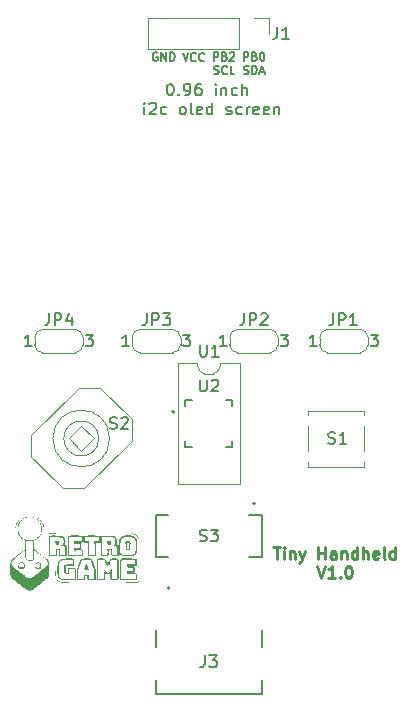
<source format=gbr>
%TF.GenerationSoftware,KiCad,Pcbnew,(6.0.6)*%
%TF.CreationDate,2022-09-17T14:28:24+02:00*%
%TF.ProjectId,Tiny handheld,54696e79-2068-4616-9e64-68656c642e6b,1.0*%
%TF.SameCoordinates,Original*%
%TF.FileFunction,Legend,Top*%
%TF.FilePolarity,Positive*%
%FSLAX46Y46*%
G04 Gerber Fmt 4.6, Leading zero omitted, Abs format (unit mm)*
G04 Created by KiCad (PCBNEW (6.0.6)) date 2022-09-17 14:28:24*
%MOMM*%
%LPD*%
G01*
G04 APERTURE LIST*
%ADD10C,0.150000*%
%ADD11C,0.250000*%
%ADD12C,0.120000*%
%ADD13C,0.200000*%
%ADD14C,0.127000*%
G04 APERTURE END LIST*
D10*
X147670571Y-79113380D02*
X147765809Y-79113380D01*
X147861047Y-79161000D01*
X147908666Y-79208619D01*
X147956285Y-79303857D01*
X148003904Y-79494333D01*
X148003904Y-79732428D01*
X147956285Y-79922904D01*
X147908666Y-80018142D01*
X147861047Y-80065761D01*
X147765809Y-80113380D01*
X147670571Y-80113380D01*
X147575333Y-80065761D01*
X147527714Y-80018142D01*
X147480095Y-79922904D01*
X147432476Y-79732428D01*
X147432476Y-79494333D01*
X147480095Y-79303857D01*
X147527714Y-79208619D01*
X147575333Y-79161000D01*
X147670571Y-79113380D01*
X148432476Y-80018142D02*
X148480095Y-80065761D01*
X148432476Y-80113380D01*
X148384857Y-80065761D01*
X148432476Y-80018142D01*
X148432476Y-80113380D01*
X148956285Y-80113380D02*
X149146761Y-80113380D01*
X149242000Y-80065761D01*
X149289619Y-80018142D01*
X149384857Y-79875285D01*
X149432476Y-79684809D01*
X149432476Y-79303857D01*
X149384857Y-79208619D01*
X149337238Y-79161000D01*
X149242000Y-79113380D01*
X149051523Y-79113380D01*
X148956285Y-79161000D01*
X148908666Y-79208619D01*
X148861047Y-79303857D01*
X148861047Y-79541952D01*
X148908666Y-79637190D01*
X148956285Y-79684809D01*
X149051523Y-79732428D01*
X149242000Y-79732428D01*
X149337238Y-79684809D01*
X149384857Y-79637190D01*
X149432476Y-79541952D01*
X150289619Y-79113380D02*
X150099142Y-79113380D01*
X150003904Y-79161000D01*
X149956285Y-79208619D01*
X149861047Y-79351476D01*
X149813428Y-79541952D01*
X149813428Y-79922904D01*
X149861047Y-80018142D01*
X149908666Y-80065761D01*
X150003904Y-80113380D01*
X150194380Y-80113380D01*
X150289619Y-80065761D01*
X150337238Y-80018142D01*
X150384857Y-79922904D01*
X150384857Y-79684809D01*
X150337238Y-79589571D01*
X150289619Y-79541952D01*
X150194380Y-79494333D01*
X150003904Y-79494333D01*
X149908666Y-79541952D01*
X149861047Y-79589571D01*
X149813428Y-79684809D01*
X151575333Y-80113380D02*
X151575333Y-79446714D01*
X151575333Y-79113380D02*
X151527714Y-79161000D01*
X151575333Y-79208619D01*
X151622952Y-79161000D01*
X151575333Y-79113380D01*
X151575333Y-79208619D01*
X152051523Y-79446714D02*
X152051523Y-80113380D01*
X152051523Y-79541952D02*
X152099142Y-79494333D01*
X152194380Y-79446714D01*
X152337238Y-79446714D01*
X152432476Y-79494333D01*
X152480095Y-79589571D01*
X152480095Y-80113380D01*
X153384857Y-80065761D02*
X153289619Y-80113380D01*
X153099142Y-80113380D01*
X153003904Y-80065761D01*
X152956285Y-80018142D01*
X152908666Y-79922904D01*
X152908666Y-79637190D01*
X152956285Y-79541952D01*
X153003904Y-79494333D01*
X153099142Y-79446714D01*
X153289619Y-79446714D01*
X153384857Y-79494333D01*
X153813428Y-80113380D02*
X153813428Y-79113380D01*
X154242000Y-80113380D02*
X154242000Y-79589571D01*
X154194380Y-79494333D01*
X154099142Y-79446714D01*
X153956285Y-79446714D01*
X153861047Y-79494333D01*
X153813428Y-79541952D01*
X145527714Y-81723380D02*
X145527714Y-81056714D01*
X145527714Y-80723380D02*
X145480095Y-80771000D01*
X145527714Y-80818619D01*
X145575333Y-80771000D01*
X145527714Y-80723380D01*
X145527714Y-80818619D01*
X145956285Y-80818619D02*
X146003904Y-80771000D01*
X146099142Y-80723380D01*
X146337238Y-80723380D01*
X146432476Y-80771000D01*
X146480095Y-80818619D01*
X146527714Y-80913857D01*
X146527714Y-81009095D01*
X146480095Y-81151952D01*
X145908666Y-81723380D01*
X146527714Y-81723380D01*
X147384857Y-81675761D02*
X147289619Y-81723380D01*
X147099142Y-81723380D01*
X147003904Y-81675761D01*
X146956285Y-81628142D01*
X146908666Y-81532904D01*
X146908666Y-81247190D01*
X146956285Y-81151952D01*
X147003904Y-81104333D01*
X147099142Y-81056714D01*
X147289619Y-81056714D01*
X147384857Y-81104333D01*
X148718190Y-81723380D02*
X148622952Y-81675761D01*
X148575333Y-81628142D01*
X148527714Y-81532904D01*
X148527714Y-81247190D01*
X148575333Y-81151952D01*
X148622952Y-81104333D01*
X148718190Y-81056714D01*
X148861047Y-81056714D01*
X148956285Y-81104333D01*
X149003904Y-81151952D01*
X149051523Y-81247190D01*
X149051523Y-81532904D01*
X149003904Y-81628142D01*
X148956285Y-81675761D01*
X148861047Y-81723380D01*
X148718190Y-81723380D01*
X149622952Y-81723380D02*
X149527714Y-81675761D01*
X149480095Y-81580523D01*
X149480095Y-80723380D01*
X150384857Y-81675761D02*
X150289619Y-81723380D01*
X150099142Y-81723380D01*
X150003904Y-81675761D01*
X149956285Y-81580523D01*
X149956285Y-81199571D01*
X150003904Y-81104333D01*
X150099142Y-81056714D01*
X150289619Y-81056714D01*
X150384857Y-81104333D01*
X150432476Y-81199571D01*
X150432476Y-81294809D01*
X149956285Y-81390047D01*
X151289619Y-81723380D02*
X151289619Y-80723380D01*
X151289619Y-81675761D02*
X151194380Y-81723380D01*
X151003904Y-81723380D01*
X150908666Y-81675761D01*
X150861047Y-81628142D01*
X150813428Y-81532904D01*
X150813428Y-81247190D01*
X150861047Y-81151952D01*
X150908666Y-81104333D01*
X151003904Y-81056714D01*
X151194380Y-81056714D01*
X151289619Y-81104333D01*
X152480095Y-81675761D02*
X152575333Y-81723380D01*
X152765809Y-81723380D01*
X152861047Y-81675761D01*
X152908666Y-81580523D01*
X152908666Y-81532904D01*
X152861047Y-81437666D01*
X152765809Y-81390047D01*
X152622952Y-81390047D01*
X152527714Y-81342428D01*
X152480095Y-81247190D01*
X152480095Y-81199571D01*
X152527714Y-81104333D01*
X152622952Y-81056714D01*
X152765809Y-81056714D01*
X152861047Y-81104333D01*
X153765809Y-81675761D02*
X153670571Y-81723380D01*
X153480095Y-81723380D01*
X153384857Y-81675761D01*
X153337238Y-81628142D01*
X153289619Y-81532904D01*
X153289619Y-81247190D01*
X153337238Y-81151952D01*
X153384857Y-81104333D01*
X153480095Y-81056714D01*
X153670571Y-81056714D01*
X153765809Y-81104333D01*
X154194380Y-81723380D02*
X154194380Y-81056714D01*
X154194380Y-81247190D02*
X154242000Y-81151952D01*
X154289619Y-81104333D01*
X154384857Y-81056714D01*
X154480095Y-81056714D01*
X155194380Y-81675761D02*
X155099142Y-81723380D01*
X154908666Y-81723380D01*
X154813428Y-81675761D01*
X154765809Y-81580523D01*
X154765809Y-81199571D01*
X154813428Y-81104333D01*
X154908666Y-81056714D01*
X155099142Y-81056714D01*
X155194380Y-81104333D01*
X155242000Y-81199571D01*
X155242000Y-81294809D01*
X154765809Y-81390047D01*
X156051523Y-81675761D02*
X155956285Y-81723380D01*
X155765809Y-81723380D01*
X155670571Y-81675761D01*
X155622952Y-81580523D01*
X155622952Y-81199571D01*
X155670571Y-81104333D01*
X155765809Y-81056714D01*
X155956285Y-81056714D01*
X156051523Y-81104333D01*
X156099142Y-81199571D01*
X156099142Y-81294809D01*
X155622952Y-81390047D01*
X156527714Y-81056714D02*
X156527714Y-81723380D01*
X156527714Y-81151952D02*
X156575333Y-81104333D01*
X156670571Y-81056714D01*
X156813428Y-81056714D01*
X156908666Y-81104333D01*
X156956285Y-81199571D01*
X156956285Y-81723380D01*
X151391333Y-77171166D02*
X151391333Y-76471166D01*
X151658000Y-76471166D01*
X151724666Y-76504500D01*
X151758000Y-76537833D01*
X151791333Y-76604500D01*
X151791333Y-76704500D01*
X151758000Y-76771166D01*
X151724666Y-76804500D01*
X151658000Y-76837833D01*
X151391333Y-76837833D01*
X152324666Y-76804500D02*
X152424666Y-76837833D01*
X152458000Y-76871166D01*
X152491333Y-76937833D01*
X152491333Y-77037833D01*
X152458000Y-77104500D01*
X152424666Y-77137833D01*
X152358000Y-77171166D01*
X152091333Y-77171166D01*
X152091333Y-76471166D01*
X152324666Y-76471166D01*
X152391333Y-76504500D01*
X152424666Y-76537833D01*
X152458000Y-76604500D01*
X152458000Y-76671166D01*
X152424666Y-76737833D01*
X152391333Y-76771166D01*
X152324666Y-76804500D01*
X152091333Y-76804500D01*
X152758000Y-76537833D02*
X152791333Y-76504500D01*
X152858000Y-76471166D01*
X153024666Y-76471166D01*
X153091333Y-76504500D01*
X153124666Y-76537833D01*
X153158000Y-76604500D01*
X153158000Y-76671166D01*
X153124666Y-76771166D01*
X152724666Y-77171166D01*
X153158000Y-77171166D01*
X151424666Y-78264833D02*
X151524666Y-78298166D01*
X151691333Y-78298166D01*
X151758000Y-78264833D01*
X151791333Y-78231500D01*
X151824666Y-78164833D01*
X151824666Y-78098166D01*
X151791333Y-78031500D01*
X151758000Y-77998166D01*
X151691333Y-77964833D01*
X151558000Y-77931500D01*
X151491333Y-77898166D01*
X151458000Y-77864833D01*
X151424666Y-77798166D01*
X151424666Y-77731500D01*
X151458000Y-77664833D01*
X151491333Y-77631500D01*
X151558000Y-77598166D01*
X151724666Y-77598166D01*
X151824666Y-77631500D01*
X152524666Y-78231500D02*
X152491333Y-78264833D01*
X152391333Y-78298166D01*
X152324666Y-78298166D01*
X152224666Y-78264833D01*
X152158000Y-78198166D01*
X152124666Y-78131500D01*
X152091333Y-77998166D01*
X152091333Y-77898166D01*
X152124666Y-77764833D01*
X152158000Y-77698166D01*
X152224666Y-77631500D01*
X152324666Y-77598166D01*
X152391333Y-77598166D01*
X152491333Y-77631500D01*
X152524666Y-77664833D01*
X153158000Y-78298166D02*
X152824666Y-78298166D01*
X152824666Y-77598166D01*
X148784666Y-76526666D02*
X149018000Y-77226666D01*
X149251333Y-76526666D01*
X149884666Y-77160000D02*
X149851333Y-77193333D01*
X149751333Y-77226666D01*
X149684666Y-77226666D01*
X149584666Y-77193333D01*
X149518000Y-77126666D01*
X149484666Y-77060000D01*
X149451333Y-76926666D01*
X149451333Y-76826666D01*
X149484666Y-76693333D01*
X149518000Y-76626666D01*
X149584666Y-76560000D01*
X149684666Y-76526666D01*
X149751333Y-76526666D01*
X149851333Y-76560000D01*
X149884666Y-76593333D01*
X150584666Y-77160000D02*
X150551333Y-77193333D01*
X150451333Y-77226666D01*
X150384666Y-77226666D01*
X150284666Y-77193333D01*
X150218000Y-77126666D01*
X150184666Y-77060000D01*
X150151333Y-76926666D01*
X150151333Y-76826666D01*
X150184666Y-76693333D01*
X150218000Y-76626666D01*
X150284666Y-76560000D01*
X150384666Y-76526666D01*
X150451333Y-76526666D01*
X150551333Y-76560000D01*
X150584666Y-76593333D01*
X153931333Y-77171166D02*
X153931333Y-76471166D01*
X154198000Y-76471166D01*
X154264666Y-76504500D01*
X154298000Y-76537833D01*
X154331333Y-76604500D01*
X154331333Y-76704500D01*
X154298000Y-76771166D01*
X154264666Y-76804500D01*
X154198000Y-76837833D01*
X153931333Y-76837833D01*
X154864666Y-76804500D02*
X154964666Y-76837833D01*
X154998000Y-76871166D01*
X155031333Y-76937833D01*
X155031333Y-77037833D01*
X154998000Y-77104500D01*
X154964666Y-77137833D01*
X154898000Y-77171166D01*
X154631333Y-77171166D01*
X154631333Y-76471166D01*
X154864666Y-76471166D01*
X154931333Y-76504500D01*
X154964666Y-76537833D01*
X154998000Y-76604500D01*
X154998000Y-76671166D01*
X154964666Y-76737833D01*
X154931333Y-76771166D01*
X154864666Y-76804500D01*
X154631333Y-76804500D01*
X155464666Y-76471166D02*
X155531333Y-76471166D01*
X155598000Y-76504500D01*
X155631333Y-76537833D01*
X155664666Y-76604500D01*
X155698000Y-76737833D01*
X155698000Y-76904500D01*
X155664666Y-77037833D01*
X155631333Y-77104500D01*
X155598000Y-77137833D01*
X155531333Y-77171166D01*
X155464666Y-77171166D01*
X155398000Y-77137833D01*
X155364666Y-77104500D01*
X155331333Y-77037833D01*
X155298000Y-76904500D01*
X155298000Y-76737833D01*
X155331333Y-76604500D01*
X155364666Y-76537833D01*
X155398000Y-76504500D01*
X155464666Y-76471166D01*
X153948000Y-78264833D02*
X154048000Y-78298166D01*
X154214666Y-78298166D01*
X154281333Y-78264833D01*
X154314666Y-78231500D01*
X154348000Y-78164833D01*
X154348000Y-78098166D01*
X154314666Y-78031500D01*
X154281333Y-77998166D01*
X154214666Y-77964833D01*
X154081333Y-77931500D01*
X154014666Y-77898166D01*
X153981333Y-77864833D01*
X153948000Y-77798166D01*
X153948000Y-77731500D01*
X153981333Y-77664833D01*
X154014666Y-77631500D01*
X154081333Y-77598166D01*
X154248000Y-77598166D01*
X154348000Y-77631500D01*
X154648000Y-78298166D02*
X154648000Y-77598166D01*
X154814666Y-77598166D01*
X154914666Y-77631500D01*
X154981333Y-77698166D01*
X155014666Y-77764833D01*
X155048000Y-77898166D01*
X155048000Y-77998166D01*
X155014666Y-78131500D01*
X154981333Y-78198166D01*
X154914666Y-78264833D01*
X154814666Y-78298166D01*
X154648000Y-78298166D01*
X155314666Y-78098166D02*
X155648000Y-78098166D01*
X155248000Y-78298166D02*
X155481333Y-77598166D01*
X155714666Y-78298166D01*
X146619266Y-76509200D02*
X146552600Y-76475866D01*
X146452600Y-76475866D01*
X146352600Y-76509200D01*
X146285933Y-76575866D01*
X146252600Y-76642533D01*
X146219266Y-76775866D01*
X146219266Y-76875866D01*
X146252600Y-77009200D01*
X146285933Y-77075866D01*
X146352600Y-77142533D01*
X146452600Y-77175866D01*
X146519266Y-77175866D01*
X146619266Y-77142533D01*
X146652600Y-77109200D01*
X146652600Y-76875866D01*
X146519266Y-76875866D01*
X146952600Y-77175866D02*
X146952600Y-76475866D01*
X147352600Y-77175866D01*
X147352600Y-76475866D01*
X147685933Y-77175866D02*
X147685933Y-76475866D01*
X147852600Y-76475866D01*
X147952600Y-76509200D01*
X148019266Y-76575866D01*
X148052600Y-76642533D01*
X148085933Y-76775866D01*
X148085933Y-76875866D01*
X148052600Y-77009200D01*
X148019266Y-77075866D01*
X147952600Y-77142533D01*
X147852600Y-77175866D01*
X147685933Y-77175866D01*
D11*
X156455714Y-118347380D02*
X157027142Y-118347380D01*
X156741428Y-119347380D02*
X156741428Y-118347380D01*
X157360476Y-119347380D02*
X157360476Y-118680714D01*
X157360476Y-118347380D02*
X157312857Y-118395000D01*
X157360476Y-118442619D01*
X157408095Y-118395000D01*
X157360476Y-118347380D01*
X157360476Y-118442619D01*
X157836666Y-118680714D02*
X157836666Y-119347380D01*
X157836666Y-118775952D02*
X157884285Y-118728333D01*
X157979523Y-118680714D01*
X158122380Y-118680714D01*
X158217619Y-118728333D01*
X158265238Y-118823571D01*
X158265238Y-119347380D01*
X158646190Y-118680714D02*
X158884285Y-119347380D01*
X159122380Y-118680714D02*
X158884285Y-119347380D01*
X158789047Y-119585476D01*
X158741428Y-119633095D01*
X158646190Y-119680714D01*
X160265238Y-119347380D02*
X160265238Y-118347380D01*
X160265238Y-118823571D02*
X160836666Y-118823571D01*
X160836666Y-119347380D02*
X160836666Y-118347380D01*
X161741428Y-119347380D02*
X161741428Y-118823571D01*
X161693809Y-118728333D01*
X161598571Y-118680714D01*
X161408095Y-118680714D01*
X161312857Y-118728333D01*
X161741428Y-119299761D02*
X161646190Y-119347380D01*
X161408095Y-119347380D01*
X161312857Y-119299761D01*
X161265238Y-119204523D01*
X161265238Y-119109285D01*
X161312857Y-119014047D01*
X161408095Y-118966428D01*
X161646190Y-118966428D01*
X161741428Y-118918809D01*
X162217619Y-118680714D02*
X162217619Y-119347380D01*
X162217619Y-118775952D02*
X162265238Y-118728333D01*
X162360476Y-118680714D01*
X162503333Y-118680714D01*
X162598571Y-118728333D01*
X162646190Y-118823571D01*
X162646190Y-119347380D01*
X163550952Y-119347380D02*
X163550952Y-118347380D01*
X163550952Y-119299761D02*
X163455714Y-119347380D01*
X163265238Y-119347380D01*
X163170000Y-119299761D01*
X163122380Y-119252142D01*
X163074761Y-119156904D01*
X163074761Y-118871190D01*
X163122380Y-118775952D01*
X163170000Y-118728333D01*
X163265238Y-118680714D01*
X163455714Y-118680714D01*
X163550952Y-118728333D01*
X164027142Y-119347380D02*
X164027142Y-118347380D01*
X164455714Y-119347380D02*
X164455714Y-118823571D01*
X164408095Y-118728333D01*
X164312857Y-118680714D01*
X164170000Y-118680714D01*
X164074761Y-118728333D01*
X164027142Y-118775952D01*
X165312857Y-119299761D02*
X165217619Y-119347380D01*
X165027142Y-119347380D01*
X164931904Y-119299761D01*
X164884285Y-119204523D01*
X164884285Y-118823571D01*
X164931904Y-118728333D01*
X165027142Y-118680714D01*
X165217619Y-118680714D01*
X165312857Y-118728333D01*
X165360476Y-118823571D01*
X165360476Y-118918809D01*
X164884285Y-119014047D01*
X165931904Y-119347380D02*
X165836666Y-119299761D01*
X165789047Y-119204523D01*
X165789047Y-118347380D01*
X166741428Y-119347380D02*
X166741428Y-118347380D01*
X166741428Y-119299761D02*
X166646190Y-119347380D01*
X166455714Y-119347380D01*
X166360476Y-119299761D01*
X166312857Y-119252142D01*
X166265238Y-119156904D01*
X166265238Y-118871190D01*
X166312857Y-118775952D01*
X166360476Y-118728333D01*
X166455714Y-118680714D01*
X166646190Y-118680714D01*
X166741428Y-118728333D01*
X160146190Y-119957380D02*
X160479523Y-120957380D01*
X160812857Y-119957380D01*
X161670000Y-120957380D02*
X161098571Y-120957380D01*
X161384285Y-120957380D02*
X161384285Y-119957380D01*
X161289047Y-120100238D01*
X161193809Y-120195476D01*
X161098571Y-120243095D01*
X162098571Y-120862142D02*
X162146190Y-120909761D01*
X162098571Y-120957380D01*
X162050952Y-120909761D01*
X162098571Y-120862142D01*
X162098571Y-120957380D01*
X162765238Y-119957380D02*
X162860476Y-119957380D01*
X162955714Y-120005000D01*
X163003333Y-120052619D01*
X163050952Y-120147857D01*
X163098571Y-120338333D01*
X163098571Y-120576428D01*
X163050952Y-120766904D01*
X163003333Y-120862142D01*
X162955714Y-120909761D01*
X162860476Y-120957380D01*
X162765238Y-120957380D01*
X162670000Y-120909761D01*
X162622380Y-120862142D01*
X162574761Y-120766904D01*
X162527142Y-120576428D01*
X162527142Y-120338333D01*
X162574761Y-120147857D01*
X162622380Y-120052619D01*
X162670000Y-120005000D01*
X162765238Y-119957380D01*
D10*
%TO.C,JP1*%
X161514666Y-98570380D02*
X161514666Y-99284666D01*
X161467047Y-99427523D01*
X161371809Y-99522761D01*
X161228952Y-99570380D01*
X161133714Y-99570380D01*
X161990857Y-99570380D02*
X161990857Y-98570380D01*
X162371809Y-98570380D01*
X162467047Y-98618000D01*
X162514666Y-98665619D01*
X162562285Y-98760857D01*
X162562285Y-98903714D01*
X162514666Y-98998952D01*
X162467047Y-99046571D01*
X162371809Y-99094190D01*
X161990857Y-99094190D01*
X163514666Y-99570380D02*
X162943238Y-99570380D01*
X163228952Y-99570380D02*
X163228952Y-98570380D01*
X163133714Y-98713238D01*
X163038476Y-98808476D01*
X162943238Y-98856095D01*
X164684666Y-100365380D02*
X165303714Y-100365380D01*
X164970380Y-100746333D01*
X165113238Y-100746333D01*
X165208476Y-100793952D01*
X165256095Y-100841571D01*
X165303714Y-100936809D01*
X165303714Y-101174904D01*
X165256095Y-101270142D01*
X165208476Y-101317761D01*
X165113238Y-101365380D01*
X164827523Y-101365380D01*
X164732285Y-101317761D01*
X164684666Y-101270142D01*
X160103714Y-101365380D02*
X159532285Y-101365380D01*
X159818000Y-101365380D02*
X159818000Y-100365380D01*
X159722761Y-100508238D01*
X159627523Y-100603476D01*
X159532285Y-100651095D01*
%TO.C,J1*%
X156784666Y-74330380D02*
X156784666Y-75044666D01*
X156737047Y-75187523D01*
X156641809Y-75282761D01*
X156498952Y-75330380D01*
X156403714Y-75330380D01*
X157784666Y-75330380D02*
X157213238Y-75330380D01*
X157498952Y-75330380D02*
X157498952Y-74330380D01*
X157403714Y-74473238D01*
X157308476Y-74568476D01*
X157213238Y-74616095D01*
%TO.C,S3*%
X150226095Y-117827761D02*
X150368952Y-117875380D01*
X150607047Y-117875380D01*
X150702285Y-117827761D01*
X150749904Y-117780142D01*
X150797523Y-117684904D01*
X150797523Y-117589666D01*
X150749904Y-117494428D01*
X150702285Y-117446809D01*
X150607047Y-117399190D01*
X150416571Y-117351571D01*
X150321333Y-117303952D01*
X150273714Y-117256333D01*
X150226095Y-117161095D01*
X150226095Y-117065857D01*
X150273714Y-116970619D01*
X150321333Y-116923000D01*
X150416571Y-116875380D01*
X150654666Y-116875380D01*
X150797523Y-116923000D01*
X151130857Y-116875380D02*
X151749904Y-116875380D01*
X151416571Y-117256333D01*
X151559428Y-117256333D01*
X151654666Y-117303952D01*
X151702285Y-117351571D01*
X151749904Y-117446809D01*
X151749904Y-117684904D01*
X151702285Y-117780142D01*
X151654666Y-117827761D01*
X151559428Y-117875380D01*
X151273714Y-117875380D01*
X151178476Y-117827761D01*
X151130857Y-117780142D01*
%TO.C,JP3*%
X145709666Y-98565380D02*
X145709666Y-99279666D01*
X145662047Y-99422523D01*
X145566809Y-99517761D01*
X145423952Y-99565380D01*
X145328714Y-99565380D01*
X146185857Y-99565380D02*
X146185857Y-98565380D01*
X146566809Y-98565380D01*
X146662047Y-98613000D01*
X146709666Y-98660619D01*
X146757285Y-98755857D01*
X146757285Y-98898714D01*
X146709666Y-98993952D01*
X146662047Y-99041571D01*
X146566809Y-99089190D01*
X146185857Y-99089190D01*
X147090619Y-98565380D02*
X147709666Y-98565380D01*
X147376333Y-98946333D01*
X147519190Y-98946333D01*
X147614428Y-98993952D01*
X147662047Y-99041571D01*
X147709666Y-99136809D01*
X147709666Y-99374904D01*
X147662047Y-99470142D01*
X147614428Y-99517761D01*
X147519190Y-99565380D01*
X147233476Y-99565380D01*
X147138238Y-99517761D01*
X147090619Y-99470142D01*
X144228714Y-101365380D02*
X143657285Y-101365380D01*
X143943000Y-101365380D02*
X143943000Y-100365380D01*
X143847761Y-100508238D01*
X143752523Y-100603476D01*
X143657285Y-100651095D01*
X148809666Y-100365380D02*
X149428714Y-100365380D01*
X149095380Y-100746333D01*
X149238238Y-100746333D01*
X149333476Y-100793952D01*
X149381095Y-100841571D01*
X149428714Y-100936809D01*
X149428714Y-101174904D01*
X149381095Y-101270142D01*
X149333476Y-101317761D01*
X149238238Y-101365380D01*
X148952523Y-101365380D01*
X148857285Y-101317761D01*
X148809666Y-101270142D01*
%TO.C,U2*%
X150226095Y-104175380D02*
X150226095Y-104984904D01*
X150273714Y-105080142D01*
X150321333Y-105127761D01*
X150416571Y-105175380D01*
X150607047Y-105175380D01*
X150702285Y-105127761D01*
X150749904Y-105080142D01*
X150797523Y-104984904D01*
X150797523Y-104175380D01*
X151226095Y-104270619D02*
X151273714Y-104223000D01*
X151368952Y-104175380D01*
X151607047Y-104175380D01*
X151702285Y-104223000D01*
X151749904Y-104270619D01*
X151797523Y-104365857D01*
X151797523Y-104461095D01*
X151749904Y-104603952D01*
X151178476Y-105175380D01*
X151797523Y-105175380D01*
%TO.C,U1*%
X150236095Y-101220380D02*
X150236095Y-102029904D01*
X150283714Y-102125142D01*
X150331333Y-102172761D01*
X150426571Y-102220380D01*
X150617047Y-102220380D01*
X150712285Y-102172761D01*
X150759904Y-102125142D01*
X150807523Y-102029904D01*
X150807523Y-101220380D01*
X151807523Y-102220380D02*
X151236095Y-102220380D01*
X151521809Y-102220380D02*
X151521809Y-101220380D01*
X151426571Y-101363238D01*
X151331333Y-101458476D01*
X151236095Y-101506095D01*
%TO.C,JP4*%
X137454666Y-98565380D02*
X137454666Y-99279666D01*
X137407047Y-99422523D01*
X137311809Y-99517761D01*
X137168952Y-99565380D01*
X137073714Y-99565380D01*
X137930857Y-99565380D02*
X137930857Y-98565380D01*
X138311809Y-98565380D01*
X138407047Y-98613000D01*
X138454666Y-98660619D01*
X138502285Y-98755857D01*
X138502285Y-98898714D01*
X138454666Y-98993952D01*
X138407047Y-99041571D01*
X138311809Y-99089190D01*
X137930857Y-99089190D01*
X139359428Y-98898714D02*
X139359428Y-99565380D01*
X139121333Y-98517761D02*
X138883238Y-99232047D01*
X139502285Y-99232047D01*
X135973714Y-101365380D02*
X135402285Y-101365380D01*
X135688000Y-101365380D02*
X135688000Y-100365380D01*
X135592761Y-100508238D01*
X135497523Y-100603476D01*
X135402285Y-100651095D01*
X140554666Y-100365380D02*
X141173714Y-100365380D01*
X140840380Y-100746333D01*
X140983238Y-100746333D01*
X141078476Y-100793952D01*
X141126095Y-100841571D01*
X141173714Y-100936809D01*
X141173714Y-101174904D01*
X141126095Y-101270142D01*
X141078476Y-101317761D01*
X140983238Y-101365380D01*
X140697523Y-101365380D01*
X140602285Y-101317761D01*
X140554666Y-101270142D01*
%TO.C,JP2*%
X153964666Y-98565380D02*
X153964666Y-99279666D01*
X153917047Y-99422523D01*
X153821809Y-99517761D01*
X153678952Y-99565380D01*
X153583714Y-99565380D01*
X154440857Y-99565380D02*
X154440857Y-98565380D01*
X154821809Y-98565380D01*
X154917047Y-98613000D01*
X154964666Y-98660619D01*
X155012285Y-98755857D01*
X155012285Y-98898714D01*
X154964666Y-98993952D01*
X154917047Y-99041571D01*
X154821809Y-99089190D01*
X154440857Y-99089190D01*
X155393238Y-98660619D02*
X155440857Y-98613000D01*
X155536095Y-98565380D01*
X155774190Y-98565380D01*
X155869428Y-98613000D01*
X155917047Y-98660619D01*
X155964666Y-98755857D01*
X155964666Y-98851095D01*
X155917047Y-98993952D01*
X155345619Y-99565380D01*
X155964666Y-99565380D01*
X152483714Y-101365380D02*
X151912285Y-101365380D01*
X152198000Y-101365380D02*
X152198000Y-100365380D01*
X152102761Y-100508238D01*
X152007523Y-100603476D01*
X151912285Y-100651095D01*
X157064666Y-100365380D02*
X157683714Y-100365380D01*
X157350380Y-100746333D01*
X157493238Y-100746333D01*
X157588476Y-100793952D01*
X157636095Y-100841571D01*
X157683714Y-100936809D01*
X157683714Y-101174904D01*
X157636095Y-101270142D01*
X157588476Y-101317761D01*
X157493238Y-101365380D01*
X157207523Y-101365380D01*
X157112285Y-101317761D01*
X157064666Y-101270142D01*
%TO.C,S1*%
X161098095Y-109564761D02*
X161240952Y-109612380D01*
X161479047Y-109612380D01*
X161574285Y-109564761D01*
X161621904Y-109517142D01*
X161669523Y-109421904D01*
X161669523Y-109326666D01*
X161621904Y-109231428D01*
X161574285Y-109183809D01*
X161479047Y-109136190D01*
X161288571Y-109088571D01*
X161193333Y-109040952D01*
X161145714Y-108993333D01*
X161098095Y-108898095D01*
X161098095Y-108802857D01*
X161145714Y-108707619D01*
X161193333Y-108660000D01*
X161288571Y-108612380D01*
X161526666Y-108612380D01*
X161669523Y-108660000D01*
X162621904Y-109612380D02*
X162050476Y-109612380D01*
X162336190Y-109612380D02*
X162336190Y-108612380D01*
X162240952Y-108755238D01*
X162145714Y-108850476D01*
X162050476Y-108898095D01*
%TO.C,S2*%
X142611158Y-108294824D02*
X142754015Y-108342443D01*
X142992110Y-108342443D01*
X143087348Y-108294824D01*
X143134967Y-108247205D01*
X143182586Y-108151967D01*
X143182586Y-108056729D01*
X143134967Y-107961491D01*
X143087348Y-107913872D01*
X142992110Y-107866253D01*
X142801634Y-107818634D01*
X142706396Y-107771015D01*
X142658777Y-107723396D01*
X142611158Y-107628158D01*
X142611158Y-107532920D01*
X142658777Y-107437682D01*
X142706396Y-107390063D01*
X142801634Y-107342443D01*
X143039729Y-107342443D01*
X143182586Y-107390063D01*
X143563539Y-107437682D02*
X143611158Y-107390063D01*
X143706396Y-107342443D01*
X143944491Y-107342443D01*
X144039729Y-107390063D01*
X144087348Y-107437682D01*
X144134967Y-107532920D01*
X144134967Y-107628158D01*
X144087348Y-107771015D01*
X143515920Y-108342443D01*
X144134967Y-108342443D01*
%TO.C,J3*%
X150646666Y-127522380D02*
X150646666Y-128236666D01*
X150599047Y-128379523D01*
X150503809Y-128474761D01*
X150360952Y-128522380D01*
X150265714Y-128522380D01*
X151027619Y-127522380D02*
X151646666Y-127522380D01*
X151313333Y-127903333D01*
X151456190Y-127903333D01*
X151551428Y-127950952D01*
X151599047Y-127998571D01*
X151646666Y-128093809D01*
X151646666Y-128331904D01*
X151599047Y-128427142D01*
X151551428Y-128474761D01*
X151456190Y-128522380D01*
X151170476Y-128522380D01*
X151075238Y-128474761D01*
X151027619Y-128427142D01*
D12*
%TO.C,JP1*%
X160368000Y-101213000D02*
G75*
G03*
X161068000Y-101913000I699999J-1D01*
G01*
X164468000Y-100613000D02*
G75*
G03*
X163768000Y-99913000I-700000J0D01*
G01*
X161068000Y-99913000D02*
G75*
G03*
X160368000Y-100613000I-1J-699999D01*
G01*
X163768000Y-101913000D02*
G75*
G03*
X164468000Y-101213000I0J700000D01*
G01*
X161018000Y-99913000D02*
X163818000Y-99913000D01*
X164468000Y-100613000D02*
X164468000Y-101213000D01*
X163818000Y-101913000D02*
X161018000Y-101913000D01*
X160368000Y-101213000D02*
X160368000Y-100613000D01*
%TO.C,J1*%
X156118000Y-73548000D02*
X156118000Y-74878000D01*
X153518000Y-76208000D02*
X145838000Y-76208000D01*
X145838000Y-73548000D02*
X145838000Y-76208000D01*
X154788000Y-73548000D02*
X156118000Y-73548000D01*
X153518000Y-73548000D02*
X153518000Y-76208000D01*
X153518000Y-73548000D02*
X145838000Y-73548000D01*
D13*
%TO.C,S3*%
X154928000Y-114673000D02*
G75*
G03*
X154928000Y-114673000I-100000J0D01*
G01*
D14*
X154408000Y-119223000D02*
X155488000Y-119223000D01*
X155488000Y-119223000D02*
X155488000Y-115623000D01*
X155488000Y-115623000D02*
X154408000Y-115623000D01*
X147568000Y-115623000D02*
X146488000Y-115623000D01*
X146488000Y-115623000D02*
X146488000Y-119223000D01*
X146488000Y-119223000D02*
X147568000Y-119223000D01*
D12*
%TO.C,JP3*%
X145193000Y-99913000D02*
G75*
G03*
X144493000Y-100613000I-1J-699999D01*
G01*
X148593000Y-100613000D02*
G75*
G03*
X147893000Y-99913000I-700000J0D01*
G01*
X144493000Y-101213000D02*
G75*
G03*
X145193000Y-101913000I699999J-1D01*
G01*
X147893000Y-101913000D02*
G75*
G03*
X148593000Y-101213000I0J700000D01*
G01*
X148593000Y-100613000D02*
X148593000Y-101213000D01*
X144493000Y-101213000D02*
X144493000Y-100613000D01*
X147943000Y-101913000D02*
X145143000Y-101913000D01*
X145143000Y-99913000D02*
X147943000Y-99913000D01*
D13*
%TO.C,U2*%
X148083000Y-106898000D02*
G75*
G03*
X148083000Y-106898000I-100000J0D01*
G01*
D14*
X152988000Y-105898000D02*
X152988000Y-106448000D01*
X152988000Y-105898000D02*
X152438000Y-105898000D01*
X148988000Y-109898000D02*
X148988000Y-109348000D01*
X152988000Y-109898000D02*
X152438000Y-109898000D01*
X148988000Y-109898000D02*
X149538000Y-109898000D01*
X148988000Y-105898000D02*
X149538000Y-105898000D01*
X152988000Y-109898000D02*
X152988000Y-109348000D01*
X148988000Y-105898000D02*
X148988000Y-106448000D01*
D12*
%TO.C,U1*%
X149998000Y-102768000D02*
G75*
G03*
X151998000Y-102768000I1000000J0D01*
G01*
X148348000Y-102768000D02*
X148348000Y-113048000D01*
X148348000Y-113048000D02*
X153648000Y-113048000D01*
X153648000Y-113048000D02*
X153648000Y-102768000D01*
X153648000Y-102768000D02*
X151998000Y-102768000D01*
X149998000Y-102768000D02*
X148348000Y-102768000D01*
%TO.C,JP4*%
X140338000Y-100613000D02*
G75*
G03*
X139638000Y-99913000I-700000J0D01*
G01*
X136238000Y-101213000D02*
G75*
G03*
X136938000Y-101913000I699999J-1D01*
G01*
X136938000Y-99913000D02*
G75*
G03*
X136238000Y-100613000I-1J-699999D01*
G01*
X139638000Y-101913000D02*
G75*
G03*
X140338000Y-101213000I0J700000D01*
G01*
X139688000Y-101913000D02*
X136888000Y-101913000D01*
X136888000Y-99913000D02*
X139688000Y-99913000D01*
X136238000Y-101213000D02*
X136238000Y-100613000D01*
X140338000Y-100613000D02*
X140338000Y-101213000D01*
%TO.C,JP2*%
X156848000Y-100613000D02*
G75*
G03*
X156148000Y-99913000I-700000J0D01*
G01*
X153448000Y-99913000D02*
G75*
G03*
X152748000Y-100613000I-1J-699999D01*
G01*
X156148000Y-101913000D02*
G75*
G03*
X156848000Y-101213000I0J700000D01*
G01*
X152748000Y-101213000D02*
G75*
G03*
X153448000Y-101913000I699999J-1D01*
G01*
X156848000Y-100613000D02*
X156848000Y-101213000D01*
X153398000Y-99913000D02*
X156198000Y-99913000D01*
X152748000Y-101213000D02*
X152748000Y-100613000D01*
X156198000Y-101913000D02*
X153398000Y-101913000D01*
%TO.C,S1*%
X164153000Y-111538000D02*
X164153000Y-111138000D01*
X159413000Y-110198000D02*
X159413000Y-108138000D01*
X159413000Y-106798000D02*
X164153000Y-106798000D01*
X159413000Y-111538000D02*
X159413000Y-111138000D01*
X164153000Y-106798000D02*
X164153000Y-107198000D01*
X159413000Y-111538000D02*
X164153000Y-111538000D01*
X164153000Y-110198000D02*
X164153000Y-108138000D01*
X159413000Y-106798000D02*
X159413000Y-107198000D01*
%TO.C,G\u002A\u002A\u002A*%
G36*
X135214981Y-117550358D02*
G01*
X135203000Y-117562339D01*
X135191019Y-117550358D01*
X135203000Y-117538377D01*
X135214981Y-117550358D01*
G37*
G36*
X134692480Y-116337272D02*
G01*
X134718000Y-116337272D01*
X134735554Y-116325787D01*
X134738709Y-116322691D01*
X134757637Y-116291274D01*
X134755071Y-116279724D01*
X134737246Y-116286915D01*
X134725296Y-116309277D01*
X134718000Y-116337272D01*
X134692480Y-116337272D01*
X134721625Y-116274261D01*
X134749794Y-116238431D01*
X134766212Y-116236459D01*
X134779592Y-116236383D01*
X134774285Y-116224668D01*
X134776224Y-116189434D01*
X134790756Y-116160547D01*
X134807623Y-116160547D01*
X134819604Y-116172528D01*
X134831585Y-116160547D01*
X134819604Y-116148566D01*
X134807623Y-116160547D01*
X134790756Y-116160547D01*
X134802473Y-116137255D01*
X134810171Y-116126282D01*
X134858533Y-116066460D01*
X134884304Y-116047386D01*
X134887501Y-116067550D01*
X134868141Y-116125444D01*
X134826239Y-116219558D01*
X134808734Y-116255733D01*
X134762235Y-116346699D01*
X134722413Y-116417821D01*
X134694303Y-116460497D01*
X134684056Y-116468736D01*
X134675433Y-116479896D01*
X134678308Y-116501976D01*
X134676898Y-116549016D01*
X134661734Y-116619047D01*
X134651630Y-116651773D01*
X134614962Y-116759603D01*
X134627153Y-116608922D01*
X134640295Y-116517303D01*
X134663003Y-116424071D01*
X134667011Y-116412151D01*
X134687812Y-116412151D01*
X134696579Y-116431874D01*
X134703786Y-116428125D01*
X134706654Y-116399688D01*
X134703786Y-116396176D01*
X134689541Y-116399465D01*
X134687812Y-116412151D01*
X134667011Y-116412151D01*
X134691404Y-116339599D01*
X134692480Y-116337272D01*
G37*
G36*
X135430642Y-118748471D02*
G01*
X135418661Y-118760452D01*
X135406679Y-118748471D01*
X135418661Y-118736490D01*
X135430642Y-118748471D01*
G37*
G36*
X144465682Y-121330193D02*
G01*
X144596497Y-121326276D01*
X144697490Y-121324542D01*
X144709650Y-121324502D01*
X144806536Y-121322886D01*
X144870263Y-121315590D01*
X144915560Y-121298779D01*
X144929775Y-121288471D01*
X144967623Y-121288471D01*
X144979604Y-121300452D01*
X144991585Y-121288471D01*
X144979604Y-121276490D01*
X144967623Y-121288471D01*
X144929775Y-121288471D01*
X144957157Y-121268614D01*
X144971111Y-121256392D01*
X145035303Y-121176247D01*
X145064339Y-121082665D01*
X145081436Y-120976962D01*
X145084435Y-121088944D01*
X145066098Y-121203930D01*
X145007695Y-121295986D01*
X144914119Y-121358470D01*
X144876224Y-121371505D01*
X144799046Y-121383591D01*
X144677377Y-121389901D01*
X144514305Y-121390427D01*
X144312915Y-121385159D01*
X144076294Y-121374091D01*
X144069038Y-121373689D01*
X143829415Y-121360358D01*
X144176868Y-121342474D01*
X144307134Y-121336396D01*
X144895736Y-121336396D01*
X144907717Y-121348377D01*
X144919698Y-121336396D01*
X144907717Y-121324415D01*
X144895736Y-121336396D01*
X144307134Y-121336396D01*
X144320615Y-121335767D01*
X144465682Y-121330193D01*
G37*
G36*
X138001365Y-117185520D02*
G01*
X138057180Y-117191084D01*
X138067063Y-117199919D01*
X138065863Y-117200736D01*
X138029013Y-117209657D01*
X137954599Y-117217862D01*
X137852985Y-117224507D01*
X137734532Y-117228747D01*
X137718590Y-117229074D01*
X137407888Y-117234902D01*
X137341812Y-117318047D01*
X137302854Y-117361866D01*
X137279120Y-117378529D01*
X137275736Y-117374314D01*
X137290575Y-117341178D01*
X137327834Y-117289963D01*
X137345597Y-117269180D01*
X137415458Y-117190924D01*
X137758946Y-117184575D01*
X137901369Y-117183320D01*
X138001365Y-117185520D01*
G37*
G36*
X136532906Y-118964132D02*
G01*
X136520925Y-118976113D01*
X136508944Y-118964132D01*
X136520925Y-118952151D01*
X136532906Y-118964132D01*
G37*
G36*
X136269321Y-120641490D02*
G01*
X136257340Y-120653471D01*
X136245359Y-120641490D01*
X136257340Y-120629509D01*
X136269321Y-120641490D01*
G37*
G36*
X138306149Y-118862954D02*
G01*
X138306113Y-118843805D01*
X138301804Y-118726025D01*
X138286822Y-118650531D01*
X138270388Y-118628660D01*
X138354038Y-118628660D01*
X138366019Y-118640641D01*
X138378000Y-118628660D01*
X138366019Y-118616679D01*
X138354038Y-118628660D01*
X138270388Y-118628660D01*
X138258085Y-118612286D01*
X138212510Y-118606257D01*
X138168330Y-118618738D01*
X138141373Y-118632783D01*
X138125275Y-118656997D01*
X138117274Y-118702230D01*
X138114609Y-118779333D01*
X138114415Y-118830634D01*
X138111194Y-118944564D01*
X138096702Y-119023989D01*
X138063696Y-119075071D01*
X138004931Y-119103972D01*
X137913165Y-119116856D01*
X137781153Y-119119883D01*
X137774425Y-119119886D01*
X137662414Y-119118637D01*
X137587558Y-119113676D01*
X137539129Y-119103188D01*
X137515278Y-119090195D01*
X137597638Y-119090195D01*
X137621192Y-119094032D01*
X137652271Y-119089627D01*
X137652642Y-119081447D01*
X137620572Y-119075727D01*
X137606715Y-119079555D01*
X137597638Y-119090195D01*
X137515278Y-119090195D01*
X137506395Y-119085356D01*
X137491396Y-119071962D01*
X137483984Y-119063488D01*
X137921630Y-119063488D01*
X137926346Y-119079324D01*
X137964916Y-119087712D01*
X138006075Y-119088008D01*
X138003883Y-119078462D01*
X137985346Y-119067257D01*
X137941511Y-119056112D01*
X137921630Y-119063488D01*
X137483984Y-119063488D01*
X137478218Y-119056896D01*
X137467704Y-119037477D01*
X137459553Y-119008539D01*
X137453467Y-118964918D01*
X137451781Y-118940169D01*
X137467434Y-118940169D01*
X137479415Y-118952151D01*
X137491396Y-118940169D01*
X137479415Y-118928188D01*
X137467434Y-118940169D01*
X137451781Y-118940169D01*
X137449144Y-118901448D01*
X137446523Y-118820358D01*
X137527902Y-118820358D01*
X137527970Y-118902687D01*
X137531051Y-118967518D01*
X137535085Y-118994917D01*
X137553936Y-119009860D01*
X137602816Y-119018181D01*
X137688214Y-119020525D01*
X137775836Y-119018880D01*
X138006585Y-119012056D01*
X138007773Y-118988094D01*
X138066491Y-118988094D01*
X138078472Y-119000075D01*
X138090453Y-118988094D01*
X138078472Y-118976113D01*
X138066491Y-118988094D01*
X138007773Y-118988094D01*
X138018566Y-118770395D01*
X138027969Y-118580735D01*
X138330076Y-118580735D01*
X138342057Y-118592717D01*
X138354038Y-118580735D01*
X138342057Y-118568754D01*
X138330076Y-118580735D01*
X138027969Y-118580735D01*
X138028847Y-118563025D01*
X138124808Y-118563025D01*
X138148362Y-118566863D01*
X138179441Y-118562457D01*
X138179812Y-118554277D01*
X138147741Y-118548557D01*
X138133885Y-118552385D01*
X138124808Y-118563025D01*
X138028847Y-118563025D01*
X138030547Y-118528735D01*
X138204407Y-118523170D01*
X138304026Y-118522885D01*
X138362953Y-118530484D01*
X138387917Y-118546915D01*
X138388834Y-118549171D01*
X138395056Y-118586511D01*
X138402386Y-118658346D01*
X138409530Y-118751307D01*
X138411631Y-118784415D01*
X138417289Y-118877714D01*
X138421824Y-118950709D01*
X138424510Y-118991804D01*
X138424892Y-118996622D01*
X138447437Y-118999580D01*
X138506434Y-118999899D01*
X138590488Y-118997590D01*
X138617623Y-118996444D01*
X138718871Y-118994720D01*
X138784895Y-118999835D01*
X138809642Y-119011304D01*
X138809688Y-119011879D01*
X138819941Y-119016324D01*
X138833477Y-119000075D01*
X138842608Y-118959825D01*
X138846159Y-118892245D01*
X138881208Y-118892245D01*
X138893189Y-118904226D01*
X138905170Y-118892245D01*
X138893189Y-118880264D01*
X138881208Y-118892245D01*
X138846159Y-118892245D01*
X138846828Y-118879505D01*
X138845926Y-118766742D01*
X138842341Y-118676585D01*
X138834397Y-118546248D01*
X138824777Y-118453535D01*
X138811628Y-118388144D01*
X138800830Y-118359963D01*
X138909033Y-118359963D01*
X138914863Y-118373354D01*
X138938990Y-118399078D01*
X138952861Y-118393801D01*
X138953095Y-118390452D01*
X138936075Y-118370184D01*
X138925430Y-118362787D01*
X138909033Y-118359963D01*
X138800830Y-118359963D01*
X138793094Y-118339774D01*
X138776618Y-118311574D01*
X138738201Y-118262628D01*
X138716095Y-118245264D01*
X138857245Y-118245264D01*
X138869227Y-118257245D01*
X138881208Y-118245264D01*
X138869227Y-118233283D01*
X138857245Y-118245264D01*
X138716095Y-118245264D01*
X138706804Y-118237966D01*
X138701491Y-118237201D01*
X138664668Y-118235091D01*
X138600831Y-118226110D01*
X138574047Y-118221481D01*
X138470565Y-118202670D01*
X138490166Y-118193346D01*
X138793346Y-118193346D01*
X138796635Y-118207591D01*
X138809321Y-118209320D01*
X138829045Y-118200553D01*
X138825296Y-118193346D01*
X138796858Y-118190478D01*
X138793346Y-118193346D01*
X138490166Y-118193346D01*
X138550084Y-118164844D01*
X138556067Y-118161396D01*
X138713472Y-118161396D01*
X138722239Y-118181119D01*
X138729447Y-118177371D01*
X138732315Y-118148933D01*
X138729447Y-118145421D01*
X138715201Y-118148710D01*
X138713472Y-118161396D01*
X138556067Y-118161396D01*
X138611300Y-118129563D01*
X138654710Y-118093877D01*
X138657404Y-118090594D01*
X138663006Y-118077528D01*
X138713472Y-118077528D01*
X138725453Y-118089509D01*
X138737434Y-118077528D01*
X138725453Y-118065547D01*
X138713472Y-118077528D01*
X138663006Y-118077528D01*
X138678418Y-118041585D01*
X138785359Y-118041585D01*
X138794126Y-118061308D01*
X138801334Y-118057559D01*
X138804201Y-118029122D01*
X138801334Y-118025610D01*
X138787088Y-118028899D01*
X138785359Y-118041585D01*
X138678418Y-118041585D01*
X138689896Y-118014815D01*
X138700361Y-117910037D01*
X138687896Y-117790279D01*
X138687828Y-117789981D01*
X138737434Y-117789981D01*
X138749415Y-117801962D01*
X138761396Y-117789981D01*
X138749415Y-117778000D01*
X138737434Y-117789981D01*
X138687828Y-117789981D01*
X138679189Y-117752129D01*
X138676986Y-117742056D01*
X138761396Y-117742056D01*
X138773378Y-117754037D01*
X138785359Y-117742056D01*
X138773378Y-117730075D01*
X138761396Y-117742056D01*
X138676986Y-117742056D01*
X138669125Y-117706113D01*
X138689510Y-117706113D01*
X138698277Y-117725836D01*
X138705484Y-117722088D01*
X138708352Y-117693650D01*
X138705484Y-117690138D01*
X138691239Y-117693427D01*
X138689510Y-117706113D01*
X138669125Y-117706113D01*
X138663011Y-117678157D01*
X138751884Y-117678157D01*
X138759214Y-117695660D01*
X138774432Y-117698125D01*
X138805668Y-117687026D01*
X138809321Y-117678157D01*
X138791167Y-117658571D01*
X138786773Y-117658188D01*
X138753838Y-117675355D01*
X138751884Y-117678157D01*
X138663011Y-117678157D01*
X138661328Y-117670461D01*
X138660931Y-117646207D01*
X138713472Y-117646207D01*
X138725453Y-117658188D01*
X138737434Y-117646207D01*
X138725453Y-117634226D01*
X138713472Y-117646207D01*
X138660931Y-117646207D01*
X138660554Y-117623233D01*
X138661164Y-117622245D01*
X138761396Y-117622245D01*
X138773378Y-117634226D01*
X138785359Y-117622245D01*
X138773378Y-117610264D01*
X138761396Y-117622245D01*
X138661164Y-117622245D01*
X138673540Y-117602190D01*
X138681488Y-117590593D01*
X138658301Y-117595752D01*
X138606750Y-117593947D01*
X138561226Y-117574320D01*
X138713472Y-117574320D01*
X138725453Y-117586301D01*
X138737434Y-117574320D01*
X138725453Y-117562339D01*
X138713472Y-117574320D01*
X138561226Y-117574320D01*
X138560799Y-117574136D01*
X138525449Y-117557025D01*
X138473301Y-117543120D01*
X138398612Y-117531823D01*
X138295636Y-117522535D01*
X138158631Y-117514657D01*
X138152576Y-117514415D01*
X138665547Y-117514415D01*
X138674315Y-117534138D01*
X138681522Y-117530390D01*
X138684390Y-117501952D01*
X138681522Y-117498440D01*
X138667277Y-117501729D01*
X138665547Y-117514415D01*
X138152576Y-117514415D01*
X137981852Y-117507592D01*
X137894555Y-117504729D01*
X137756531Y-117501432D01*
X137659883Y-117501870D01*
X137598178Y-117506443D01*
X137564982Y-117515556D01*
X137554780Y-117525974D01*
X137551099Y-117558057D01*
X137547351Y-117630919D01*
X137543754Y-117737412D01*
X137540525Y-117870392D01*
X137537884Y-118022712D01*
X137536709Y-118117025D01*
X137534848Y-118285728D01*
X137532967Y-118447083D01*
X137531178Y-118591976D01*
X137529597Y-118711294D01*
X137528336Y-118795924D01*
X137527902Y-118820358D01*
X137446523Y-118820358D01*
X137446284Y-118812965D01*
X137444589Y-118694305D01*
X137443757Y-118540302D01*
X137443489Y-118345791D01*
X137443472Y-118246975D01*
X137443553Y-118025397D01*
X137444296Y-117846866D01*
X137446454Y-117706509D01*
X137449373Y-117634226D01*
X137467434Y-117634226D01*
X137476202Y-117653950D01*
X137483409Y-117650201D01*
X137486277Y-117621763D01*
X137483409Y-117618251D01*
X137469163Y-117621540D01*
X137467434Y-117634226D01*
X137449373Y-117634226D01*
X137450777Y-117599447D01*
X137458016Y-117520806D01*
X137461653Y-117502434D01*
X137467434Y-117502434D01*
X137479415Y-117514415D01*
X137491396Y-117502434D01*
X137479415Y-117490452D01*
X137467434Y-117502434D01*
X137461653Y-117502434D01*
X137466397Y-117478471D01*
X138473849Y-117478471D01*
X138485830Y-117490452D01*
X138497812Y-117478471D01*
X138485830Y-117466490D01*
X138473849Y-117478471D01*
X137466397Y-117478471D01*
X137468923Y-117465709D01*
X137484249Y-117429280D01*
X137486718Y-117426553D01*
X137571271Y-117426553D01*
X137574560Y-117440799D01*
X137587245Y-117442528D01*
X137606969Y-117433760D01*
X137605298Y-117430547D01*
X137683095Y-117430547D01*
X137695076Y-117442528D01*
X137707057Y-117430547D01*
X137703969Y-117427459D01*
X138483482Y-117427459D01*
X138509793Y-117442528D01*
X138560596Y-117460497D01*
X138586808Y-117462766D01*
X138579390Y-117449334D01*
X138569698Y-117442528D01*
X138518545Y-117422660D01*
X138497812Y-117420617D01*
X138483482Y-117427459D01*
X137703969Y-117427459D01*
X137695076Y-117418566D01*
X137683095Y-117430547D01*
X137605298Y-117430547D01*
X137603220Y-117426553D01*
X137574783Y-117423685D01*
X137571271Y-117426553D01*
X137486718Y-117426553D01*
X137504746Y-117406643D01*
X137531164Y-117392923D01*
X137564256Y-117383243D01*
X137577049Y-117380033D01*
X137619201Y-117375860D01*
X137700355Y-117373275D01*
X137811611Y-117372361D01*
X137944069Y-117373199D01*
X138072591Y-117375485D01*
X138251339Y-117380781D01*
X138389680Y-117388532D01*
X138495123Y-117400482D01*
X138575182Y-117418376D01*
X138637366Y-117443960D01*
X138689187Y-117478978D01*
X138738156Y-117525176D01*
X138744149Y-117531503D01*
X138800354Y-117620532D01*
X138837359Y-117739638D01*
X138852166Y-117873797D01*
X138841774Y-118007983D01*
X138840549Y-118014371D01*
X138828248Y-118089130D01*
X138830497Y-118134026D01*
X138849568Y-118165520D01*
X138863246Y-118178807D01*
X138905604Y-118222693D01*
X138936132Y-118271502D01*
X138956684Y-118333699D01*
X138969117Y-118417753D01*
X138975287Y-118532129D01*
X138977050Y-118685294D01*
X138977057Y-118697998D01*
X138976503Y-118849304D01*
X138971348Y-118959280D01*
X138956350Y-119034517D01*
X138926271Y-119081605D01*
X138875868Y-119107135D01*
X138799902Y-119117697D01*
X138693131Y-119119882D01*
X138641585Y-119119886D01*
X138508871Y-119117791D01*
X138416682Y-119107470D01*
X138357666Y-119082876D01*
X138324472Y-119037958D01*
X138310500Y-118970297D01*
X138339105Y-118970297D01*
X138346529Y-118994085D01*
X138369302Y-119041488D01*
X138397157Y-119081868D01*
X138415041Y-119095924D01*
X138410561Y-119077252D01*
X138407494Y-119070402D01*
X138887083Y-119070402D01*
X138890360Y-119071962D01*
X138912228Y-119055093D01*
X138917151Y-119048000D01*
X138923257Y-119025597D01*
X138919979Y-119024037D01*
X138898112Y-119040906D01*
X138893189Y-119048000D01*
X138887083Y-119070402D01*
X138407494Y-119070402D01*
X138390098Y-119031549D01*
X138389781Y-119030906D01*
X138429787Y-119030906D01*
X138435618Y-119044297D01*
X138459745Y-119070022D01*
X138473616Y-119064745D01*
X138473849Y-119061395D01*
X138456829Y-119041127D01*
X138446185Y-119033730D01*
X138429787Y-119030906D01*
X138389781Y-119030906D01*
X138386390Y-119024037D01*
X138357247Y-118972151D01*
X138339912Y-118953056D01*
X138339105Y-118970297D01*
X138310500Y-118970297D01*
X138309750Y-118966667D01*
X138306149Y-118862954D01*
G37*
G36*
X136357652Y-120573101D02*
G01*
X136353189Y-120581585D01*
X136330611Y-120604469D01*
X136326398Y-120605547D01*
X136324763Y-120590068D01*
X136329227Y-120581585D01*
X136351804Y-120558700D01*
X136356017Y-120557622D01*
X136357652Y-120573101D01*
G37*
G36*
X137131962Y-119994509D02*
G01*
X137119981Y-120006490D01*
X137108000Y-119994509D01*
X137119981Y-119982528D01*
X137131962Y-119994509D01*
G37*
G36*
X144913087Y-117426261D02*
G01*
X144788674Y-117329585D01*
X144851674Y-117329585D01*
X144857504Y-117342976D01*
X144881632Y-117368701D01*
X144895503Y-117363424D01*
X144895736Y-117360074D01*
X144878716Y-117339806D01*
X144868071Y-117332410D01*
X144851674Y-117329585D01*
X144788674Y-117329585D01*
X144782914Y-117325109D01*
X144751522Y-117310735D01*
X144799887Y-117310735D01*
X144811868Y-117322717D01*
X144823849Y-117310735D01*
X144811868Y-117298754D01*
X144799887Y-117310735D01*
X144751522Y-117310735D01*
X144613699Y-117247628D01*
X144407344Y-117194923D01*
X144384089Y-117190952D01*
X144319335Y-117178331D01*
X144297348Y-117169558D01*
X144313085Y-117165173D01*
X144361503Y-117165717D01*
X144437558Y-117171729D01*
X144498466Y-117178703D01*
X144685722Y-117218221D01*
X144835291Y-117285574D01*
X144949802Y-117382692D01*
X145031884Y-117511503D01*
X145062894Y-117592501D01*
X145078369Y-117657735D01*
X145080921Y-117705816D01*
X145079272Y-117712312D01*
X145068523Y-117724930D01*
X145065364Y-117706457D01*
X145053991Y-117666320D01*
X145026740Y-117600890D01*
X145002312Y-117549977D01*
X144968024Y-117502434D01*
X144991585Y-117502434D01*
X145003566Y-117514415D01*
X145015547Y-117502434D01*
X145003566Y-117490452D01*
X144991585Y-117502434D01*
X144968024Y-117502434D01*
X144933460Y-117454509D01*
X144967623Y-117454509D01*
X144979604Y-117466490D01*
X144991585Y-117454509D01*
X144979604Y-117442528D01*
X144967623Y-117454509D01*
X144933460Y-117454509D01*
X144913087Y-117426261D01*
G37*
G36*
X139046899Y-120211514D02*
G01*
X139047710Y-120210169D01*
X139096868Y-120210169D01*
X139108849Y-120222151D01*
X139120830Y-120210169D01*
X139108849Y-120198188D01*
X139096868Y-120210169D01*
X139047710Y-120210169D01*
X139062151Y-120186207D01*
X139192717Y-120186207D01*
X139204698Y-120198188D01*
X139216679Y-120186207D01*
X139671962Y-120186207D01*
X139683944Y-120198188D01*
X139695925Y-120186207D01*
X139683944Y-120174226D01*
X139671962Y-120186207D01*
X139216679Y-120186207D01*
X139204698Y-120174226D01*
X139192717Y-120186207D01*
X139062151Y-120186207D01*
X139074645Y-120165476D01*
X139087784Y-120150264D01*
X139144793Y-120150264D01*
X139153560Y-120169987D01*
X139160767Y-120166239D01*
X139161170Y-120162245D01*
X139624038Y-120162245D01*
X139636019Y-120174226D01*
X139648000Y-120162245D01*
X139636019Y-120150264D01*
X139624038Y-120162245D01*
X139161170Y-120162245D01*
X139163586Y-120138283D01*
X139432340Y-120138283D01*
X139444321Y-120150264D01*
X139456302Y-120138283D01*
X139444321Y-120126301D01*
X139432340Y-120138283D01*
X139163586Y-120138283D01*
X139163635Y-120137801D01*
X139160767Y-120134289D01*
X139146522Y-120137578D01*
X139144793Y-120150264D01*
X139087784Y-120150264D01*
X139098587Y-120137757D01*
X139124885Y-120119628D01*
X139163568Y-120109054D01*
X139224667Y-120104005D01*
X139318213Y-120102446D01*
X139386154Y-120102339D01*
X139501603Y-120102374D01*
X139589126Y-120106357D01*
X139652582Y-120120104D01*
X139695831Y-120149432D01*
X139722732Y-120200157D01*
X139737142Y-120278097D01*
X139742922Y-120389067D01*
X139743931Y-120538885D01*
X139743849Y-120641490D01*
X139743513Y-120798594D01*
X139742038Y-120914928D01*
X139738727Y-120997648D01*
X139732883Y-121053905D01*
X139723806Y-121090853D01*
X139710800Y-121115647D01*
X139695925Y-121132717D01*
X139677120Y-121148803D01*
X139652898Y-121160790D01*
X139616580Y-121169245D01*
X139561487Y-121174730D01*
X139480938Y-121177810D01*
X139368254Y-121179052D01*
X139216754Y-121179018D01*
X139150783Y-121178800D01*
X138963115Y-121176639D01*
X138803851Y-121171823D01*
X138678407Y-121164626D01*
X138592196Y-121155325D01*
X138561551Y-121148847D01*
X138508883Y-121127346D01*
X138508496Y-121126988D01*
X138651978Y-121126988D01*
X138675532Y-121130825D01*
X138706611Y-121126419D01*
X138706982Y-121118239D01*
X138674911Y-121112519D01*
X138661054Y-121116348D01*
X138651978Y-121126988D01*
X138508496Y-121126988D01*
X138488790Y-121108754D01*
X139648000Y-121108754D01*
X139656768Y-121128478D01*
X139663975Y-121124729D01*
X139666843Y-121096292D01*
X139663975Y-121092779D01*
X139649729Y-121096069D01*
X139648000Y-121108754D01*
X138488790Y-121108754D01*
X138486996Y-121107094D01*
X138488934Y-121101497D01*
X138487965Y-121092312D01*
X138468194Y-121097661D01*
X138419314Y-121091826D01*
X138368537Y-121053545D01*
X138363244Y-121048849D01*
X138401962Y-121048849D01*
X138413944Y-121060830D01*
X138425925Y-121048849D01*
X138449887Y-121048849D01*
X138461868Y-121060830D01*
X138473849Y-121048849D01*
X138461868Y-121036868D01*
X138449887Y-121048849D01*
X138425925Y-121048849D01*
X138413944Y-121036868D01*
X138401962Y-121048849D01*
X138363244Y-121048849D01*
X138336236Y-121024886D01*
X138354038Y-121024886D01*
X138366019Y-121036868D01*
X138378000Y-121024886D01*
X138366019Y-121012905D01*
X138354038Y-121024886D01*
X138336236Y-121024886D01*
X138326883Y-121016588D01*
X138301420Y-121002678D01*
X138299648Y-121003396D01*
X138285386Y-120989057D01*
X138258455Y-120942229D01*
X138234965Y-120894671D01*
X138219223Y-120852615D01*
X138243175Y-120852615D01*
X138253084Y-120892177D01*
X138267850Y-120916459D01*
X138270170Y-120917056D01*
X138283296Y-120898338D01*
X138291294Y-120879868D01*
X138292969Y-120855133D01*
X138281877Y-120857320D01*
X138260312Y-120853397D01*
X138258189Y-120842590D01*
X138250666Y-120823213D01*
X138245644Y-120825765D01*
X138243175Y-120852615D01*
X138219223Y-120852615D01*
X138198521Y-120797306D01*
X138197508Y-120785264D01*
X138210264Y-120785264D01*
X138222245Y-120797245D01*
X138234227Y-120785264D01*
X138222245Y-120773283D01*
X138210264Y-120785264D01*
X138197508Y-120785264D01*
X138191870Y-120718268D01*
X138194925Y-120697052D01*
X138201745Y-120648475D01*
X138194374Y-120642086D01*
X138185125Y-120653471D01*
X138176185Y-120650077D01*
X138170102Y-120608507D01*
X138166788Y-120526404D01*
X138166348Y-120439733D01*
X138279135Y-120439733D01*
X138279501Y-120566680D01*
X138281855Y-120660591D01*
X138286776Y-120728906D01*
X138294844Y-120779066D01*
X138306639Y-120818510D01*
X138322740Y-120854680D01*
X138326056Y-120861253D01*
X138352449Y-120923322D01*
X138361776Y-120967750D01*
X138359002Y-120977837D01*
X138358897Y-120985830D01*
X138370569Y-120980280D01*
X138402817Y-120980751D01*
X138450825Y-120998307D01*
X138498562Y-121024441D01*
X138529993Y-121050648D01*
X138532430Y-121066148D01*
X138551464Y-121069720D01*
X138611982Y-121072649D01*
X138707544Y-121074819D01*
X138831712Y-121076112D01*
X138978049Y-121076413D01*
X139077658Y-121076046D01*
X139636019Y-121072811D01*
X139636019Y-121048849D01*
X139695925Y-121048849D01*
X139707906Y-121060830D01*
X139719887Y-121048849D01*
X139707906Y-121036868D01*
X139695925Y-121048849D01*
X139636019Y-121048849D01*
X139636019Y-120976962D01*
X139671962Y-120976962D01*
X139683944Y-120988943D01*
X139695925Y-120976962D01*
X139683944Y-120964981D01*
X139671962Y-120976962D01*
X139636019Y-120976962D01*
X139636019Y-120306018D01*
X139695925Y-120306018D01*
X139707906Y-120318000D01*
X139719887Y-120306018D01*
X139707906Y-120294037D01*
X139695925Y-120306018D01*
X139636019Y-120306018D01*
X139636019Y-120234132D01*
X139156774Y-120234132D01*
X139156774Y-120419858D01*
X139154900Y-120517088D01*
X139148182Y-120575135D01*
X139134972Y-120602635D01*
X139120830Y-120608345D01*
X139103164Y-120613392D01*
X139126821Y-120622065D01*
X139167239Y-120638643D01*
X139163894Y-120653917D01*
X139120945Y-120666123D01*
X139042551Y-120673500D01*
X139002627Y-120674697D01*
X138917111Y-120674915D01*
X138854652Y-120668277D01*
X138811626Y-120648331D01*
X138790513Y-120617528D01*
X138833283Y-120617528D01*
X138845264Y-120629509D01*
X138857245Y-120617528D01*
X138845264Y-120605547D01*
X138833283Y-120617528D01*
X138790513Y-120617528D01*
X138784412Y-120608626D01*
X138775518Y-120569603D01*
X138809321Y-120569603D01*
X138821302Y-120581585D01*
X138833283Y-120569603D01*
X138821302Y-120557622D01*
X138809321Y-120569603D01*
X138775518Y-120569603D01*
X138769389Y-120542711D01*
X138763304Y-120449792D01*
X138857245Y-120449792D01*
X138869227Y-120461773D01*
X138881208Y-120449792D01*
X138869227Y-120437811D01*
X138857245Y-120449792D01*
X138763304Y-120449792D01*
X138762934Y-120444135D01*
X138762471Y-120401868D01*
X138857245Y-120401868D01*
X138869227Y-120413849D01*
X138881208Y-120401868D01*
X138869227Y-120389886D01*
X138857245Y-120401868D01*
X138762471Y-120401868D01*
X138761684Y-120329981D01*
X138857245Y-120329981D01*
X138869227Y-120341962D01*
X138881208Y-120329981D01*
X138869227Y-120318000D01*
X138857245Y-120329981D01*
X138761684Y-120329981D01*
X138761426Y-120306446D01*
X138761396Y-120245017D01*
X138761396Y-120210169D01*
X138857245Y-120210169D01*
X138869227Y-120222151D01*
X138881208Y-120210169D01*
X138869227Y-120198188D01*
X138857245Y-120210169D01*
X138761396Y-120210169D01*
X138761396Y-120138283D01*
X138857245Y-120138283D01*
X138869227Y-120150264D01*
X138881208Y-120138283D01*
X138869227Y-120126301D01*
X138857245Y-120138283D01*
X138761396Y-120138283D01*
X138761396Y-119958566D01*
X138857245Y-119958566D01*
X138866013Y-119978289D01*
X138873220Y-119974540D01*
X138876088Y-119946103D01*
X138873220Y-119942591D01*
X138858975Y-119945880D01*
X138857245Y-119958566D01*
X138761396Y-119958566D01*
X138761396Y-119922622D01*
X138785359Y-119922622D01*
X138797340Y-119934603D01*
X138809321Y-119922622D01*
X138805328Y-119918629D01*
X138961082Y-119918629D01*
X138964371Y-119932874D01*
X138977057Y-119934603D01*
X138980567Y-119933043D01*
X139462177Y-119933043D01*
X139465455Y-119934603D01*
X139487322Y-119917734D01*
X139492245Y-119910641D01*
X139498352Y-119888239D01*
X139495074Y-119886679D01*
X139473206Y-119903548D01*
X139468283Y-119910641D01*
X139462177Y-119933043D01*
X138980567Y-119933043D01*
X138996780Y-119925836D01*
X138993032Y-119918629D01*
X138964594Y-119915761D01*
X138961082Y-119918629D01*
X138805328Y-119918629D01*
X138797340Y-119910641D01*
X138785359Y-119922622D01*
X138761396Y-119922622D01*
X138761396Y-119898660D01*
X138881208Y-119898660D01*
X138893189Y-119910641D01*
X138905170Y-119898660D01*
X139024981Y-119898660D01*
X139036962Y-119910641D01*
X139048944Y-119898660D01*
X139036962Y-119886679D01*
X139024981Y-119898660D01*
X138905170Y-119898660D01*
X138893189Y-119886679D01*
X138881208Y-119898660D01*
X138761396Y-119898660D01*
X138761396Y-119887910D01*
X138786945Y-119874698D01*
X139432340Y-119874698D01*
X139444321Y-119886679D01*
X139456302Y-119874698D01*
X139444321Y-119862717D01*
X139432340Y-119874698D01*
X138786945Y-119874698D01*
X138832093Y-119851351D01*
X138848081Y-119846742D01*
X138937120Y-119846742D01*
X138940409Y-119860987D01*
X138953095Y-119862717D01*
X138972818Y-119853949D01*
X138969069Y-119846742D01*
X138940632Y-119843874D01*
X138937120Y-119846742D01*
X138848081Y-119846742D01*
X138882384Y-119836853D01*
X138963630Y-119825622D01*
X139064535Y-119817880D01*
X139173804Y-119813851D01*
X139280141Y-119813759D01*
X139372251Y-119817828D01*
X139438839Y-119826281D01*
X139468283Y-119838754D01*
X139503213Y-119861262D01*
X139511631Y-119861988D01*
X139518093Y-119852196D01*
X139498236Y-119836835D01*
X139488087Y-119826773D01*
X139552151Y-119826773D01*
X139564132Y-119838754D01*
X139576113Y-119826773D01*
X139564132Y-119814792D01*
X139552151Y-119826773D01*
X139488087Y-119826773D01*
X139475806Y-119814598D01*
X139462860Y-119773210D01*
X139457168Y-119701880D01*
X139456302Y-119633884D01*
X139456302Y-119587151D01*
X139480264Y-119587151D01*
X139492245Y-119599132D01*
X139504227Y-119587151D01*
X139492245Y-119575169D01*
X139480264Y-119587151D01*
X139456302Y-119587151D01*
X139456302Y-119515264D01*
X139504227Y-119515264D01*
X139516208Y-119527245D01*
X139528189Y-119515264D01*
X139516208Y-119503283D01*
X139504227Y-119515264D01*
X139456302Y-119515264D01*
X139456302Y-119455358D01*
X139050504Y-119455358D01*
X138911107Y-119456773D01*
X138784399Y-119460689D01*
X138679910Y-119466608D01*
X138607171Y-119474035D01*
X138580325Y-119479835D01*
X138516125Y-119491791D01*
X138485049Y-119478672D01*
X138451935Y-119466737D01*
X138436337Y-119481859D01*
X138432344Y-119499458D01*
X138446185Y-119493590D01*
X138470898Y-119490907D01*
X138473849Y-119499305D01*
X138453427Y-119527411D01*
X138406036Y-119549420D01*
X138354038Y-119555684D01*
X138336184Y-119558719D01*
X138346103Y-119565234D01*
X138358156Y-119588490D01*
X138345036Y-119641041D01*
X138329150Y-119679512D01*
X138313500Y-119720647D01*
X138301727Y-119768572D01*
X138293214Y-119830736D01*
X138287346Y-119914586D01*
X138283509Y-120027571D01*
X138281086Y-120177139D01*
X138280177Y-120272308D01*
X138279135Y-120439733D01*
X138166348Y-120439733D01*
X138166154Y-120401410D01*
X138168112Y-120231167D01*
X138168471Y-120210169D01*
X138172336Y-120034527D01*
X138177353Y-119899834D01*
X138179041Y-119874698D01*
X138186302Y-119874698D01*
X138198283Y-119886679D01*
X138210264Y-119874698D01*
X138198283Y-119862717D01*
X138186302Y-119874698D01*
X138179041Y-119874698D01*
X138184116Y-119799119D01*
X138190758Y-119745335D01*
X138217053Y-119745335D01*
X138222080Y-119769345D01*
X138223786Y-119773892D01*
X138242769Y-119803234D01*
X138253561Y-119803445D01*
X138250873Y-119778096D01*
X138237200Y-119760478D01*
X138217053Y-119745335D01*
X138190758Y-119745335D01*
X138193219Y-119725410D01*
X138205253Y-119671736D01*
X138217037Y-119639341D01*
X138233103Y-119611113D01*
X138258189Y-119611113D01*
X138270170Y-119623094D01*
X138282151Y-119611113D01*
X138306113Y-119611113D01*
X138318095Y-119623094D01*
X138330076Y-119611113D01*
X138318095Y-119599132D01*
X138306113Y-119611113D01*
X138282151Y-119611113D01*
X138270170Y-119599132D01*
X138258189Y-119611113D01*
X138233103Y-119611113D01*
X138251314Y-119579118D01*
X138281049Y-119563336D01*
X138285721Y-119565395D01*
X138304422Y-119567186D01*
X138299820Y-119545408D01*
X138302264Y-119511239D01*
X138334756Y-119511239D01*
X138334918Y-119526851D01*
X138339123Y-119527245D01*
X138359125Y-119510870D01*
X138381057Y-119485311D01*
X138401780Y-119456928D01*
X138389372Y-119462878D01*
X138372010Y-119476264D01*
X138334756Y-119511239D01*
X138302264Y-119511239D01*
X138302899Y-119502367D01*
X138346598Y-119456783D01*
X138433616Y-119406286D01*
X138457021Y-119395452D01*
X138665547Y-119395452D01*
X138677528Y-119407434D01*
X138689510Y-119395452D01*
X138684398Y-119390340D01*
X139436202Y-119390340D01*
X139442033Y-119403731D01*
X139466160Y-119429456D01*
X139480031Y-119424179D01*
X139480264Y-119420829D01*
X139463244Y-119400561D01*
X139452600Y-119393164D01*
X139436202Y-119390340D01*
X138684398Y-119390340D01*
X138677528Y-119383471D01*
X138665547Y-119395452D01*
X138457021Y-119395452D01*
X138485830Y-119382117D01*
X138512763Y-119371490D01*
X138593661Y-119371490D01*
X138605642Y-119383471D01*
X138617623Y-119371490D01*
X139480264Y-119371490D01*
X139492245Y-119383471D01*
X139504227Y-119371490D01*
X139492245Y-119359509D01*
X139480264Y-119371490D01*
X138617623Y-119371490D01*
X138605642Y-119359509D01*
X138593661Y-119371490D01*
X138512763Y-119371490D01*
X138535236Y-119362623D01*
X138587875Y-119348041D01*
X138590973Y-119347528D01*
X138881208Y-119347528D01*
X138893189Y-119359509D01*
X138905170Y-119347528D01*
X139432340Y-119347528D01*
X139444321Y-119359509D01*
X139456302Y-119347528D01*
X139444321Y-119335547D01*
X139432340Y-119347528D01*
X138905170Y-119347528D01*
X138893189Y-119335547D01*
X138881208Y-119347528D01*
X138590973Y-119347528D01*
X138652356Y-119337365D01*
X138737286Y-119329591D01*
X138851276Y-119323714D01*
X139002933Y-119318730D01*
X139036962Y-119317794D01*
X139190931Y-119313897D01*
X139304561Y-119312134D01*
X139385414Y-119313127D01*
X139441051Y-119317494D01*
X139479034Y-119325856D01*
X139506924Y-119338832D01*
X139532284Y-119357042D01*
X139534179Y-119358544D01*
X139564936Y-119385443D01*
X139584245Y-119414235D01*
X139594765Y-119456145D01*
X139599155Y-119522400D01*
X139600072Y-119624227D01*
X139600076Y-119636814D01*
X139598642Y-119755441D01*
X139589800Y-119840611D01*
X139566741Y-119897866D01*
X139522655Y-119932747D01*
X139450732Y-119950797D01*
X139344163Y-119957555D01*
X139204698Y-119958566D01*
X138905170Y-119958566D01*
X138905170Y-120243318D01*
X138905765Y-120364659D01*
X138908420Y-120446391D01*
X138914437Y-120496824D01*
X138925117Y-120524267D01*
X138941764Y-120537030D01*
X138951707Y-120540240D01*
X138988802Y-120545706D01*
X139010759Y-120532294D01*
X139021471Y-120491344D01*
X139024825Y-120414199D01*
X139024981Y-120377143D01*
X139027897Y-120318000D01*
X139048944Y-120318000D01*
X139057711Y-120337723D01*
X139064918Y-120333974D01*
X139067786Y-120305537D01*
X139064918Y-120302025D01*
X139050673Y-120305314D01*
X139048944Y-120318000D01*
X139027897Y-120318000D01*
X139029826Y-120278860D01*
X139046899Y-120211514D01*
G37*
G36*
X143727498Y-119096818D02*
G01*
X143641296Y-119060109D01*
X143567904Y-119020216D01*
X143583932Y-119020216D01*
X143598071Y-119014344D01*
X143622607Y-119015023D01*
X143625736Y-119026617D01*
X143635312Y-119043744D01*
X143642110Y-119039613D01*
X143642854Y-119011371D01*
X143632834Y-118997588D01*
X143603491Y-118986377D01*
X143588795Y-119001690D01*
X143583932Y-119020216D01*
X143567904Y-119020216D01*
X143562449Y-119017251D01*
X143531419Y-118995843D01*
X143502846Y-118964132D01*
X143553849Y-118964132D01*
X143565830Y-118976113D01*
X143577812Y-118964132D01*
X143565830Y-118952151D01*
X143553849Y-118964132D01*
X143502846Y-118964132D01*
X143469808Y-118927466D01*
X143453634Y-118898777D01*
X143467858Y-118898777D01*
X143471005Y-118905882D01*
X143490674Y-118926808D01*
X143493736Y-118916207D01*
X143529887Y-118916207D01*
X143541868Y-118928188D01*
X143553849Y-118916207D01*
X143541868Y-118904226D01*
X143529887Y-118916207D01*
X143493736Y-118916207D01*
X143497795Y-118902153D01*
X143497937Y-118893299D01*
X143487363Y-118869267D01*
X143477578Y-118870992D01*
X143467858Y-118898777D01*
X143453634Y-118898777D01*
X143418792Y-118836974D01*
X143389379Y-118745866D01*
X143386113Y-118712043D01*
X143375871Y-118676585D01*
X143410076Y-118676585D01*
X143422057Y-118688566D01*
X143434038Y-118676585D01*
X143422057Y-118664603D01*
X143410076Y-118676585D01*
X143375871Y-118676585D01*
X143374947Y-118673387D01*
X143359657Y-118664603D01*
X143346571Y-118683096D01*
X143343056Y-118741006D01*
X143348923Y-118841977D01*
X143349911Y-118853377D01*
X143357407Y-118948522D01*
X143357829Y-119007946D01*
X143349142Y-119043590D01*
X143329313Y-119067392D01*
X143311130Y-119081019D01*
X143268561Y-119100929D01*
X143203549Y-119113141D01*
X143106525Y-119118942D01*
X143022762Y-119119886D01*
X142903727Y-119116789D01*
X142819475Y-119108075D01*
X142773554Y-119094615D01*
X142771064Y-119083943D01*
X142834981Y-119083943D01*
X142846962Y-119095924D01*
X142858944Y-119083943D01*
X142846962Y-119071962D01*
X142834981Y-119083943D01*
X142771064Y-119083943D01*
X142769509Y-119077277D01*
X142792898Y-119063546D01*
X142794375Y-119059981D01*
X143194415Y-119059981D01*
X143206396Y-119071962D01*
X143218378Y-119059981D01*
X143266302Y-119059981D01*
X143278283Y-119071962D01*
X143290264Y-119059981D01*
X143278283Y-119048000D01*
X143266302Y-119059981D01*
X143218378Y-119059981D01*
X143206396Y-119048000D01*
X143194415Y-119059981D01*
X142794375Y-119059981D01*
X142796066Y-119055899D01*
X142763095Y-119055509D01*
X142734646Y-119055715D01*
X142716380Y-119045171D01*
X142705231Y-119014869D01*
X142704413Y-119008062D01*
X143226365Y-119008062D01*
X143229654Y-119022308D01*
X143242340Y-119024037D01*
X143262063Y-119015270D01*
X143258315Y-119008062D01*
X143229877Y-119005195D01*
X143226365Y-119008062D01*
X142704413Y-119008062D01*
X142699135Y-118964132D01*
X142715170Y-118964132D01*
X142727151Y-118976113D01*
X142739132Y-118964132D01*
X142727151Y-118952151D01*
X142715170Y-118964132D01*
X142699135Y-118964132D01*
X142698134Y-118955804D01*
X142694124Y-118892245D01*
X142715170Y-118892245D01*
X142727151Y-118904226D01*
X142739132Y-118892245D01*
X142727151Y-118880264D01*
X142715170Y-118892245D01*
X142694124Y-118892245D01*
X142692024Y-118858968D01*
X142691208Y-118844320D01*
X142715170Y-118844320D01*
X142727151Y-118856301D01*
X142739132Y-118844320D01*
X142727151Y-118832339D01*
X142715170Y-118844320D01*
X142691208Y-118844320D01*
X142679227Y-118628660D01*
X142715170Y-118628660D01*
X142727151Y-118640641D01*
X142739132Y-118628660D01*
X142727151Y-118616679D01*
X142715170Y-118628660D01*
X142679227Y-118628660D01*
X142511491Y-118628660D01*
X142504535Y-118840523D01*
X142499769Y-118943526D01*
X142492690Y-119006103D01*
X142481747Y-119035749D01*
X142465386Y-119039957D01*
X142463369Y-119039258D01*
X142423983Y-119042072D01*
X142412707Y-119052748D01*
X142410925Y-119068032D01*
X142423920Y-119062269D01*
X142448634Y-119059586D01*
X142451585Y-119067984D01*
X142444411Y-119087326D01*
X142417997Y-119100738D01*
X142365003Y-119109492D01*
X142278092Y-119114860D01*
X142163734Y-119117866D01*
X142065112Y-119119815D01*
X141987983Y-119118143D01*
X141929712Y-119107661D01*
X141894127Y-119086946D01*
X141992977Y-119086946D01*
X142024804Y-119091095D01*
X142032245Y-119091253D01*
X142073169Y-119088663D01*
X142076772Y-119081161D01*
X142074635Y-119080206D01*
X142027066Y-119075466D01*
X142002749Y-119079318D01*
X141992977Y-119086946D01*
X141894127Y-119086946D01*
X141887663Y-119083183D01*
X141872538Y-119059981D01*
X141924415Y-119059981D01*
X141936396Y-119071962D01*
X141948378Y-119059981D01*
X141944384Y-119055987D01*
X142315799Y-119055987D01*
X142319088Y-119070233D01*
X142331774Y-119071962D01*
X142351497Y-119063194D01*
X142347749Y-119055987D01*
X142319311Y-119053119D01*
X142315799Y-119055987D01*
X141944384Y-119055987D01*
X141936396Y-119048000D01*
X141924415Y-119059981D01*
X141872538Y-119059981D01*
X141859200Y-119039521D01*
X141855214Y-119024037D01*
X141876491Y-119024037D01*
X141885258Y-119043761D01*
X141892466Y-119040012D01*
X141894077Y-119024037D01*
X141922042Y-119024037D01*
X142149456Y-119024037D01*
X142276401Y-119020981D01*
X142357415Y-119011685D01*
X142394108Y-118995955D01*
X142395070Y-118994588D01*
X142402500Y-118958792D01*
X142407152Y-118887582D01*
X142408406Y-118793418D01*
X142407599Y-118742984D01*
X142404680Y-118628660D01*
X142427623Y-118628660D01*
X142439604Y-118640641D01*
X142451585Y-118628660D01*
X142439604Y-118616679D01*
X142427623Y-118628660D01*
X142404680Y-118628660D01*
X142402845Y-118556773D01*
X142619321Y-118556773D01*
X142631302Y-118568754D01*
X142643283Y-118556773D01*
X142667245Y-118556773D01*
X142679227Y-118568754D01*
X142691208Y-118556773D01*
X142679227Y-118544792D01*
X142667245Y-118556773D01*
X142643283Y-118556773D01*
X142631302Y-118544792D01*
X142619321Y-118556773D01*
X142402845Y-118556773D01*
X142401927Y-118520830D01*
X142564539Y-118521197D01*
X142652400Y-118524460D01*
X142723710Y-118532636D01*
X142761620Y-118543374D01*
X142781079Y-118573831D01*
X142795089Y-118640225D01*
X142804638Y-118747821D01*
X142806485Y-118782629D01*
X142816881Y-119000075D01*
X142954728Y-119000075D01*
X143046825Y-118997332D01*
X143131850Y-118990314D01*
X143146730Y-118988094D01*
X143290264Y-118988094D01*
X143302245Y-119000075D01*
X143314227Y-118988094D01*
X143302245Y-118976113D01*
X143290264Y-118988094D01*
X143146730Y-118988094D01*
X143169359Y-118984718D01*
X143246141Y-118969362D01*
X143243090Y-118916207D01*
X143266302Y-118916207D01*
X143278283Y-118928188D01*
X143290264Y-118916207D01*
X143288267Y-118914210D01*
X143316118Y-118914210D01*
X143320524Y-118945290D01*
X143328704Y-118945661D01*
X143334424Y-118913590D01*
X143330596Y-118899733D01*
X143319956Y-118890657D01*
X143316118Y-118914210D01*
X143288267Y-118914210D01*
X143278283Y-118904226D01*
X143266302Y-118916207D01*
X143243090Y-118916207D01*
X143229487Y-118679200D01*
X143222291Y-118569542D01*
X143489370Y-118569542D01*
X143493813Y-118675628D01*
X143504846Y-118755208D01*
X143523632Y-118815389D01*
X143551337Y-118863277D01*
X143589124Y-118905980D01*
X143605740Y-118921746D01*
X143669892Y-118971206D01*
X143743595Y-119006089D01*
X143835676Y-119028287D01*
X143954961Y-119039689D01*
X144110275Y-119042185D01*
X144164887Y-119041485D01*
X144297656Y-119038263D01*
X144393726Y-119032898D01*
X144464322Y-119023690D01*
X144520668Y-119008936D01*
X144545924Y-118998515D01*
X144685951Y-118998515D01*
X144689228Y-119000075D01*
X144711096Y-118983206D01*
X144716019Y-118976113D01*
X144722125Y-118953711D01*
X144718847Y-118952151D01*
X144696980Y-118969019D01*
X144692057Y-118976113D01*
X144685951Y-118998515D01*
X144545924Y-118998515D01*
X144573988Y-118986935D01*
X144596208Y-118976113D01*
X144655764Y-118944287D01*
X144701524Y-118911525D01*
X144735302Y-118871314D01*
X144758909Y-118817141D01*
X144767186Y-118776625D01*
X144801662Y-118776625D01*
X144814828Y-118819432D01*
X144832588Y-118847028D01*
X144840987Y-118847151D01*
X144839660Y-118820352D01*
X144826774Y-118792202D01*
X144805587Y-118764052D01*
X144801662Y-118776625D01*
X144767186Y-118776625D01*
X144774159Y-118742494D01*
X144776725Y-118712528D01*
X144823849Y-118712528D01*
X144832617Y-118732252D01*
X144839824Y-118728503D01*
X144842692Y-118700065D01*
X144839824Y-118696553D01*
X144825579Y-118699842D01*
X144823849Y-118712528D01*
X144776725Y-118712528D01*
X144782863Y-118640859D01*
X144786835Y-118505724D01*
X144787886Y-118330575D01*
X144787906Y-118287290D01*
X144787062Y-118140684D01*
X144784707Y-118011850D01*
X144781105Y-117907919D01*
X144778168Y-117861868D01*
X144823849Y-117861868D01*
X144835830Y-117873849D01*
X144847812Y-117861868D01*
X144835830Y-117849886D01*
X144823849Y-117861868D01*
X144778168Y-117861868D01*
X144776520Y-117836023D01*
X144771217Y-117803292D01*
X144769934Y-117802054D01*
X144753863Y-117782528D01*
X144751962Y-117766852D01*
X144731425Y-117709186D01*
X144678016Y-117646344D01*
X144677839Y-117646207D01*
X144751962Y-117646207D01*
X144763944Y-117658188D01*
X144775925Y-117646207D01*
X144770813Y-117641095D01*
X144803750Y-117641095D01*
X144809580Y-117654486D01*
X144833707Y-117680210D01*
X144847578Y-117674933D01*
X144847812Y-117671584D01*
X144830792Y-117651316D01*
X144820147Y-117643919D01*
X144803750Y-117641095D01*
X144770813Y-117641095D01*
X144763944Y-117634226D01*
X144751962Y-117646207D01*
X144677839Y-117646207D01*
X144615872Y-117598283D01*
X144680076Y-117598283D01*
X144692057Y-117610264D01*
X144704038Y-117598283D01*
X144775925Y-117598283D01*
X144787906Y-117610264D01*
X144799887Y-117598283D01*
X144787906Y-117586301D01*
X144775925Y-117598283D01*
X144704038Y-117598283D01*
X144692057Y-117586301D01*
X144680076Y-117598283D01*
X144615872Y-117598283D01*
X144604046Y-117589137D01*
X144521821Y-117548380D01*
X144515000Y-117546364D01*
X144712025Y-117546364D01*
X144715315Y-117560610D01*
X144728000Y-117562339D01*
X144747724Y-117553572D01*
X144743975Y-117546364D01*
X144715537Y-117543497D01*
X144712025Y-117546364D01*
X144515000Y-117546364D01*
X144493882Y-117540123D01*
X144326313Y-117512406D01*
X144145129Y-117502436D01*
X143965646Y-117509707D01*
X143803179Y-117533715D01*
X143690716Y-117566582D01*
X143636887Y-117604222D01*
X143583010Y-117667074D01*
X143567651Y-117691428D01*
X143547825Y-117729392D01*
X143532819Y-117769406D01*
X143521623Y-117819283D01*
X143513229Y-117886834D01*
X143506627Y-117979870D01*
X143500810Y-118106204D01*
X143495596Y-118249430D01*
X143490352Y-118429845D01*
X143489370Y-118569542D01*
X143222291Y-118569542D01*
X143221129Y-118551831D01*
X143211866Y-118462102D01*
X143199900Y-118401018D01*
X143242340Y-118401018D01*
X143251107Y-118420742D01*
X143258315Y-118416993D01*
X143258919Y-118411003D01*
X143364043Y-118411003D01*
X143368448Y-118442082D01*
X143376628Y-118442453D01*
X143382349Y-118410382D01*
X143378520Y-118396526D01*
X143367880Y-118387449D01*
X143364043Y-118411003D01*
X143258919Y-118411003D01*
X143261182Y-118388556D01*
X143258315Y-118385044D01*
X143244069Y-118388333D01*
X143242340Y-118401018D01*
X143199900Y-118401018D01*
X143199650Y-118399742D01*
X143191021Y-118377056D01*
X143314227Y-118377056D01*
X143322994Y-118396780D01*
X143330201Y-118393031D01*
X143333069Y-118364593D01*
X143330201Y-118361081D01*
X143315956Y-118364371D01*
X143314227Y-118377056D01*
X143191021Y-118377056D01*
X143182434Y-118354481D01*
X143173995Y-118341113D01*
X143218378Y-118341113D01*
X143230359Y-118353094D01*
X143242340Y-118341113D01*
X143230359Y-118329132D01*
X143218378Y-118341113D01*
X143173995Y-118341113D01*
X143158172Y-118316046D01*
X143156736Y-118314117D01*
X143123629Y-118264170D01*
X143114010Y-118240958D01*
X143161626Y-118240958D01*
X143188048Y-118246112D01*
X143194342Y-118245710D01*
X143242607Y-118233343D01*
X143259823Y-118221942D01*
X143261512Y-118212445D01*
X143250377Y-118217609D01*
X143220040Y-118216710D01*
X143213558Y-118206842D01*
X143195235Y-118197212D01*
X143175983Y-118214639D01*
X143161626Y-118240958D01*
X143114010Y-118240958D01*
X143110386Y-118232212D01*
X143111400Y-118228436D01*
X143099293Y-118223605D01*
X143056449Y-118227131D01*
X142982727Y-118226026D01*
X142930830Y-118214012D01*
X142870925Y-118191435D01*
X142957858Y-118154898D01*
X142981689Y-118142697D01*
X143054184Y-118142697D01*
X143060195Y-118155405D01*
X143079767Y-118181510D01*
X143100218Y-118173605D01*
X143125585Y-118143424D01*
X143146215Y-118115113D01*
X143134719Y-118120228D01*
X143120324Y-118131235D01*
X143080930Y-118147977D01*
X143062567Y-118143216D01*
X143054184Y-118142697D01*
X142981689Y-118142697D01*
X143019008Y-118123591D01*
X143059889Y-118092550D01*
X143064195Y-118086965D01*
X143066563Y-118077528D01*
X143098566Y-118077528D01*
X143110547Y-118089509D01*
X143122528Y-118077528D01*
X143170453Y-118077528D01*
X143182434Y-118089509D01*
X143194415Y-118077528D01*
X143182434Y-118065547D01*
X143170453Y-118077528D01*
X143122528Y-118077528D01*
X143110547Y-118065547D01*
X143098566Y-118077528D01*
X143066563Y-118077528D01*
X143072819Y-118052598D01*
X143078842Y-117993660D01*
X143170453Y-117993660D01*
X143178629Y-118016999D01*
X143181020Y-118017622D01*
X143201478Y-118000831D01*
X143206396Y-117993660D01*
X143204497Y-117971579D01*
X143195829Y-117969698D01*
X143171428Y-117987092D01*
X143170453Y-117993660D01*
X143078842Y-117993660D01*
X143079319Y-117988989D01*
X143083479Y-117908698D01*
X143083496Y-117907795D01*
X143148383Y-117907795D01*
X143152788Y-117938875D01*
X143160968Y-117939246D01*
X143166688Y-117907175D01*
X143162860Y-117893318D01*
X143152220Y-117884242D01*
X143148383Y-117907795D01*
X143083496Y-117907795D01*
X143084372Y-117861868D01*
X143194415Y-117861868D01*
X143206396Y-117873849D01*
X143218378Y-117861868D01*
X143206396Y-117849886D01*
X143194415Y-117861868D01*
X143084372Y-117861868D01*
X143085088Y-117824282D01*
X143083932Y-117748303D01*
X143082877Y-117734268D01*
X143103332Y-117734268D01*
X143104656Y-117748442D01*
X143120337Y-117730075D01*
X143140750Y-117706256D01*
X143146291Y-117723236D01*
X143146491Y-117730075D01*
X143150342Y-117753931D01*
X143166568Y-117736025D01*
X143170453Y-117730075D01*
X143190730Y-117686391D01*
X143193681Y-117670169D01*
X143184157Y-117664906D01*
X143173398Y-117678207D01*
X143144263Y-117704508D01*
X143132430Y-117706362D01*
X143108596Y-117721615D01*
X143103332Y-117734268D01*
X143082877Y-117734268D01*
X143079798Y-117693320D01*
X143072473Y-117671891D01*
X143071234Y-117672250D01*
X143048877Y-117661612D01*
X143017992Y-117623908D01*
X142983324Y-117588855D01*
X142943255Y-117569208D01*
X143078467Y-117569208D01*
X143084297Y-117582599D01*
X143108424Y-117608324D01*
X143122295Y-117603047D01*
X143122528Y-117599697D01*
X143105509Y-117579429D01*
X143094864Y-117572032D01*
X143078467Y-117569208D01*
X142943255Y-117569208D01*
X142927196Y-117561334D01*
X142844554Y-117540485D01*
X142730342Y-117525450D01*
X142579505Y-117515368D01*
X142386988Y-117509380D01*
X142339411Y-117508541D01*
X141951671Y-117502434D01*
X142906868Y-117502434D01*
X142918849Y-117514415D01*
X142930830Y-117502434D01*
X142918849Y-117490452D01*
X142906868Y-117502434D01*
X141951671Y-117502434D01*
X141940643Y-117560131D01*
X141937700Y-117598261D01*
X141934793Y-117677728D01*
X141932049Y-117791944D01*
X141929598Y-117934320D01*
X141927567Y-118098270D01*
X141926084Y-118277206D01*
X141925828Y-118320933D01*
X141922042Y-119024037D01*
X141894077Y-119024037D01*
X141895333Y-119011575D01*
X141892466Y-119008062D01*
X141878220Y-119011352D01*
X141876491Y-119024037D01*
X141855214Y-119024037D01*
X141841687Y-118971486D01*
X141838735Y-118940169D01*
X141852528Y-118940169D01*
X141864510Y-118952151D01*
X141876491Y-118940169D01*
X141864510Y-118928188D01*
X141852528Y-118940169D01*
X141838735Y-118940169D01*
X141832488Y-118873892D01*
X141828967Y-118741550D01*
X141828488Y-118569273D01*
X141828566Y-118458251D01*
X141828566Y-118149415D01*
X141852528Y-118149415D01*
X141864510Y-118161396D01*
X141876491Y-118149415D01*
X141864510Y-118137434D01*
X141852528Y-118149415D01*
X141828566Y-118149415D01*
X141828566Y-118053566D01*
X141852528Y-118053566D01*
X141864510Y-118065547D01*
X141876491Y-118053566D01*
X141864510Y-118041585D01*
X141852528Y-118053566D01*
X141828566Y-118053566D01*
X141828566Y-117981679D01*
X141876491Y-117981679D01*
X141888472Y-117993660D01*
X141900453Y-117981679D01*
X141888472Y-117969698D01*
X141876491Y-117981679D01*
X141828566Y-117981679D01*
X141828566Y-117905798D01*
X141860516Y-117905798D01*
X141863805Y-117920044D01*
X141876491Y-117921773D01*
X141896214Y-117913006D01*
X141892466Y-117905798D01*
X141864028Y-117902931D01*
X141860516Y-117905798D01*
X141828566Y-117905798D01*
X141828566Y-117894333D01*
X141765429Y-117943996D01*
X141708125Y-117976110D01*
X141631919Y-117991132D01*
X141561750Y-117993660D01*
X141421208Y-117993660D01*
X141421208Y-118508849D01*
X141421331Y-118695607D01*
X141419634Y-118839916D01*
X141413011Y-118947232D01*
X141398360Y-119023014D01*
X141372577Y-119072719D01*
X141332560Y-119101805D01*
X141275204Y-119115729D01*
X141197407Y-119119948D01*
X141096064Y-119119921D01*
X141073755Y-119119886D01*
X140967559Y-119120104D01*
X140885501Y-119117118D01*
X140824478Y-119105471D01*
X140781794Y-119079949D01*
X140854101Y-119079949D01*
X140857390Y-119094195D01*
X140870076Y-119095924D01*
X140889799Y-119087157D01*
X140888127Y-119083943D01*
X140941962Y-119083943D01*
X140953944Y-119095924D01*
X140965925Y-119083943D01*
X140953944Y-119071962D01*
X140941962Y-119083943D01*
X140888127Y-119083943D01*
X140886050Y-119079949D01*
X140857613Y-119077081D01*
X140854101Y-119079949D01*
X140781794Y-119079949D01*
X140781386Y-119079705D01*
X140754153Y-119036018D01*
X140774227Y-119036018D01*
X140786208Y-119048000D01*
X140798189Y-119036018D01*
X140786208Y-119024037D01*
X140774227Y-119036018D01*
X140754153Y-119036018D01*
X140753122Y-119034364D01*
X140736584Y-118963988D01*
X140728666Y-118863121D01*
X140726267Y-118726305D01*
X140726282Y-118548083D01*
X140726302Y-118508849D01*
X140726302Y-118005641D01*
X140750264Y-118005641D01*
X140762245Y-118017622D01*
X140774227Y-118005641D01*
X140762245Y-117993660D01*
X140750264Y-118005641D01*
X140726302Y-118005641D01*
X140726302Y-117993660D01*
X140582528Y-117993660D01*
X140469734Y-117983396D01*
X140410710Y-117957717D01*
X140486679Y-117957717D01*
X140498661Y-117969698D01*
X140510642Y-117957717D01*
X140630453Y-117957717D01*
X140642434Y-117969698D01*
X140654415Y-117957717D01*
X140650421Y-117953723D01*
X140710327Y-117953723D01*
X140713617Y-117967968D01*
X140726302Y-117969698D01*
X140746026Y-117960930D01*
X140742277Y-117953723D01*
X140713839Y-117950855D01*
X140710327Y-117953723D01*
X140650421Y-117953723D01*
X140642434Y-117945735D01*
X140630453Y-117957717D01*
X140510642Y-117957717D01*
X140498661Y-117945735D01*
X140486679Y-117957717D01*
X140410710Y-117957717D01*
X140392882Y-117949961D01*
X140379804Y-117933754D01*
X140582528Y-117933754D01*
X140594510Y-117945735D01*
X140606491Y-117933754D01*
X140594510Y-117921773D01*
X140582528Y-117933754D01*
X140379804Y-117933754D01*
X140360468Y-117909792D01*
X140390830Y-117909792D01*
X140402812Y-117921773D01*
X140414793Y-117909792D01*
X140654415Y-117909792D01*
X140666396Y-117921773D01*
X140678378Y-117909792D01*
X140666396Y-117897811D01*
X140654415Y-117909792D01*
X140414793Y-117909792D01*
X140402812Y-117897811D01*
X140390830Y-117909792D01*
X140360468Y-117909792D01*
X140344007Y-117889392D01*
X140335744Y-117870853D01*
X140320584Y-117850200D01*
X140299023Y-117871676D01*
X140284155Y-117916466D01*
X140286594Y-117934480D01*
X140277836Y-117963837D01*
X140242845Y-117984022D01*
X140203266Y-117983671D01*
X140198016Y-117980989D01*
X140186428Y-117950594D01*
X140190007Y-117926996D01*
X140191375Y-117921773D01*
X140223095Y-117921773D01*
X140231862Y-117941497D01*
X140239069Y-117937748D01*
X140241937Y-117909310D01*
X140239069Y-117905798D01*
X140224824Y-117909088D01*
X140223095Y-117921773D01*
X140191375Y-117921773D01*
X140197312Y-117899107D01*
X140186182Y-117911763D01*
X140175966Y-117927446D01*
X140162239Y-117982581D01*
X140174157Y-118015729D01*
X140190821Y-118076210D01*
X140198505Y-118166795D01*
X140197643Y-118270598D01*
X140188671Y-118370732D01*
X140172025Y-118450313D01*
X140162317Y-118474591D01*
X140125503Y-118545783D01*
X140200762Y-118532524D01*
X140266265Y-118532075D01*
X140315347Y-118564906D01*
X140322310Y-118572636D01*
X140345327Y-118606435D01*
X140358423Y-118649982D01*
X140363450Y-118715416D01*
X140362260Y-118814873D01*
X140361742Y-118831012D01*
X140357357Y-118930808D01*
X140350787Y-118991915D01*
X140339654Y-119023567D01*
X140321579Y-119034999D01*
X140308926Y-119036018D01*
X140285140Y-119031491D01*
X140271969Y-119011171D01*
X140267036Y-118964954D01*
X140267045Y-118964132D01*
X140318944Y-118964132D01*
X140330925Y-118976113D01*
X140342906Y-118964132D01*
X140330925Y-118952151D01*
X140318944Y-118964132D01*
X140267045Y-118964132D01*
X140267961Y-118882737D01*
X140268531Y-118864430D01*
X140266693Y-118748255D01*
X140253301Y-118667016D01*
X140242605Y-118642048D01*
X140231147Y-118616679D01*
X140247057Y-118616679D01*
X140255232Y-118640018D01*
X140257624Y-118640641D01*
X140318944Y-118640641D01*
X140327711Y-118660365D01*
X140334918Y-118656616D01*
X140337786Y-118628178D01*
X140334918Y-118624666D01*
X140320673Y-118627956D01*
X140318944Y-118640641D01*
X140257624Y-118640641D01*
X140278082Y-118623850D01*
X140283000Y-118616679D01*
X140281100Y-118594598D01*
X140272433Y-118592717D01*
X140248032Y-118610111D01*
X140247057Y-118616679D01*
X140231147Y-118616679D01*
X140223592Y-118599953D01*
X140237535Y-118573064D01*
X140247057Y-118565763D01*
X140267994Y-118548260D01*
X140246966Y-118552009D01*
X140239106Y-118554513D01*
X140197053Y-118566460D01*
X140183777Y-118568754D01*
X140182231Y-118583960D01*
X140185571Y-118590160D01*
X140183790Y-118607339D01*
X140151416Y-118620260D01*
X140084084Y-118629536D01*
X139977428Y-118635778D01*
X139833708Y-118639490D01*
X139576113Y-118643814D01*
X139576113Y-118580735D01*
X140103283Y-118580735D01*
X140115264Y-118592717D01*
X140127245Y-118580735D01*
X140115264Y-118568754D01*
X140103283Y-118580735D01*
X139576113Y-118580735D01*
X139576113Y-118532811D01*
X140031396Y-118532811D01*
X140043378Y-118544792D01*
X140055359Y-118532811D01*
X140043378Y-118520830D01*
X140031396Y-118532811D01*
X139576113Y-118532811D01*
X139576113Y-118484886D01*
X140007434Y-118484886D01*
X140019415Y-118496868D01*
X140031396Y-118484886D01*
X140019415Y-118472905D01*
X140007434Y-118484886D01*
X139576113Y-118484886D01*
X139576113Y-118436962D01*
X140055359Y-118436962D01*
X140067340Y-118448943D01*
X140079321Y-118436962D01*
X140067340Y-118424981D01*
X140055359Y-118436962D01*
X139576113Y-118436962D01*
X139576113Y-118423421D01*
X140133121Y-118423421D01*
X140136398Y-118424981D01*
X140158266Y-118408112D01*
X140163189Y-118401018D01*
X140169295Y-118378616D01*
X140166017Y-118377056D01*
X140144150Y-118393925D01*
X140139227Y-118401018D01*
X140133121Y-118423421D01*
X139576113Y-118423421D01*
X139576113Y-118401018D01*
X140052603Y-118401018D01*
X140055203Y-118365075D01*
X140079321Y-118365075D01*
X140091302Y-118377056D01*
X140103283Y-118365075D01*
X140091302Y-118353094D01*
X140079321Y-118365075D01*
X140055203Y-118365075D01*
X140058671Y-118317151D01*
X140127245Y-118317151D01*
X140139227Y-118329132D01*
X140151208Y-118317151D01*
X140139227Y-118305169D01*
X140127245Y-118317151D01*
X140058671Y-118317151D01*
X140059971Y-118299179D01*
X140060268Y-118245264D01*
X140103283Y-118245264D01*
X140115264Y-118257245D01*
X140127245Y-118245264D01*
X140115264Y-118233283D01*
X140103283Y-118245264D01*
X140060268Y-118245264D01*
X140060411Y-118219260D01*
X140052228Y-118149447D01*
X140049217Y-118137616D01*
X140104853Y-118137616D01*
X140110803Y-118150024D01*
X140124189Y-118167386D01*
X140159164Y-118204640D01*
X140174777Y-118204478D01*
X140175170Y-118200273D01*
X140158795Y-118180271D01*
X140133236Y-118158339D01*
X140104853Y-118137616D01*
X140049217Y-118137616D01*
X140049171Y-118137434D01*
X140039255Y-118110290D01*
X140023140Y-118093238D01*
X140009805Y-118089509D01*
X140151208Y-118089509D01*
X140159975Y-118109233D01*
X140167183Y-118105484D01*
X140170050Y-118077046D01*
X140167183Y-118073534D01*
X140152937Y-118076823D01*
X140151208Y-118089509D01*
X140009805Y-118089509D01*
X139991410Y-118084365D01*
X139934645Y-118081759D01*
X139843429Y-118083506D01*
X139791577Y-118085110D01*
X139552151Y-118092692D01*
X139552151Y-118053566D01*
X140055359Y-118053566D01*
X140067340Y-118065547D01*
X140079321Y-118053566D01*
X140067340Y-118041585D01*
X140055359Y-118053566D01*
X139552151Y-118053566D01*
X139552151Y-118017622D01*
X140007434Y-118017622D01*
X140016202Y-118037346D01*
X140023409Y-118033597D01*
X140026228Y-118005641D01*
X140103283Y-118005641D01*
X140115264Y-118017622D01*
X140127245Y-118005641D01*
X140115264Y-117993660D01*
X140103283Y-118005641D01*
X140026228Y-118005641D01*
X140026277Y-118005159D01*
X140023409Y-118001647D01*
X140009163Y-118004937D01*
X140007434Y-118017622D01*
X139552151Y-118017622D01*
X139552151Y-117974084D01*
X139553213Y-117933754D01*
X140007434Y-117933754D01*
X140019415Y-117945735D01*
X140031396Y-117933754D01*
X140019415Y-117921773D01*
X140007434Y-117933754D01*
X139553213Y-117933754D01*
X139553617Y-117918393D01*
X139555580Y-117909792D01*
X140055359Y-117909792D01*
X140067340Y-117921773D01*
X140079321Y-117909792D01*
X140067340Y-117897811D01*
X140055359Y-117909792D01*
X139555580Y-117909792D01*
X139562216Y-117880717D01*
X140107146Y-117880717D01*
X140112976Y-117894109D01*
X140137104Y-117919833D01*
X140150974Y-117914556D01*
X140151208Y-117911206D01*
X140134188Y-117890939D01*
X140123543Y-117883542D01*
X140107146Y-117880717D01*
X139562216Y-117880717D01*
X139562614Y-117878971D01*
X139586041Y-117853428D01*
X139630799Y-117839374D01*
X139703787Y-117834419D01*
X139811904Y-117836172D01*
X139935994Y-117841128D01*
X140218669Y-117853235D01*
X140223507Y-117766018D01*
X140271019Y-117766018D01*
X140283000Y-117778000D01*
X140294981Y-117766018D01*
X140414793Y-117766018D01*
X140426774Y-117778000D01*
X140438755Y-117766018D01*
X140426774Y-117754037D01*
X140414793Y-117766018D01*
X140294981Y-117766018D01*
X140283000Y-117754037D01*
X140271019Y-117766018D01*
X140223507Y-117766018D01*
X140226166Y-117718094D01*
X140318944Y-117718094D01*
X140330925Y-117730075D01*
X140342906Y-117718094D01*
X140330925Y-117706113D01*
X140318944Y-117718094D01*
X140226166Y-117718094D01*
X140226872Y-117705363D01*
X140228016Y-117668612D01*
X140463922Y-117668612D01*
X140467292Y-117731356D01*
X140474698Y-117861868D01*
X140834132Y-117875604D01*
X140826931Y-118449821D01*
X140819730Y-119024037D01*
X141333024Y-119024037D01*
X141331061Y-118952151D01*
X141373283Y-118952151D01*
X141382051Y-118971874D01*
X141389258Y-118968125D01*
X141392126Y-118939688D01*
X141389258Y-118936176D01*
X141375013Y-118939465D01*
X141373283Y-118952151D01*
X141331061Y-118952151D01*
X141328770Y-118868283D01*
X141349321Y-118868283D01*
X141361302Y-118880264D01*
X141373283Y-118868283D01*
X141361302Y-118856301D01*
X141349321Y-118868283D01*
X141328770Y-118868283D01*
X141311753Y-118245264D01*
X141349321Y-118245264D01*
X141361302Y-118257245D01*
X141373283Y-118245264D01*
X141361302Y-118233283D01*
X141349321Y-118245264D01*
X141311753Y-118245264D01*
X141303790Y-117953723D01*
X141429195Y-117953723D01*
X141432484Y-117967968D01*
X141445170Y-117969698D01*
X141464894Y-117960930D01*
X141463223Y-117957717D01*
X141493095Y-117957717D01*
X141505076Y-117969698D01*
X141517057Y-117957717D01*
X141513063Y-117953723D01*
X141644856Y-117953723D01*
X141648145Y-117967968D01*
X141660830Y-117969698D01*
X141680554Y-117960930D01*
X141676805Y-117953723D01*
X141648368Y-117950855D01*
X141644856Y-117953723D01*
X141513063Y-117953723D01*
X141505076Y-117945735D01*
X141493095Y-117957717D01*
X141463223Y-117957717D01*
X141461145Y-117953723D01*
X141432707Y-117950855D01*
X141429195Y-117953723D01*
X141303790Y-117953723D01*
X141303135Y-117929761D01*
X141549006Y-117929761D01*
X141552296Y-117944006D01*
X141564981Y-117945735D01*
X141584705Y-117936968D01*
X141580956Y-117929761D01*
X141552519Y-117926893D01*
X141549006Y-117929761D01*
X141303135Y-117929761D01*
X141302590Y-117909792D01*
X141421208Y-117909792D01*
X141433189Y-117921773D01*
X141434749Y-117920213D01*
X141714630Y-117920213D01*
X141717908Y-117921773D01*
X141739775Y-117904904D01*
X141744698Y-117897811D01*
X141750804Y-117875409D01*
X141747527Y-117873849D01*
X141725659Y-117890718D01*
X141720736Y-117897811D01*
X141714630Y-117920213D01*
X141434749Y-117920213D01*
X141445170Y-117909792D01*
X141433189Y-117897811D01*
X141421208Y-117909792D01*
X141302590Y-117909792D01*
X141301608Y-117873849D01*
X141457257Y-117870853D01*
X141542479Y-117868842D01*
X141610185Y-117866570D01*
X141642859Y-117864744D01*
X141660637Y-117843179D01*
X141670603Y-117780678D01*
X141673400Y-117693402D01*
X141673985Y-117526396D01*
X141708755Y-117526396D01*
X141720736Y-117538377D01*
X141732717Y-117526396D01*
X141720736Y-117514415D01*
X141708755Y-117526396D01*
X141673985Y-117526396D01*
X141673989Y-117525175D01*
X141290004Y-117533612D01*
X141138331Y-117535231D01*
X140983952Y-117533915D01*
X140841923Y-117529984D01*
X140727300Y-117523757D01*
X140695611Y-117521012D01*
X140586578Y-117511370D01*
X140517075Y-117513771D01*
X140478920Y-117535753D01*
X140463929Y-117584854D01*
X140463922Y-117668612D01*
X140228016Y-117668612D01*
X140229384Y-117624690D01*
X140227652Y-117563918D01*
X140223095Y-117539162D01*
X140196683Y-117533090D01*
X140129391Y-117526280D01*
X140028246Y-117519195D01*
X139900277Y-117512296D01*
X139752512Y-117506046D01*
X139681583Y-117503573D01*
X139152053Y-117486312D01*
X139136441Y-117635671D01*
X139132130Y-117701094D01*
X139128275Y-117805937D01*
X139125049Y-117941693D01*
X139122625Y-118099860D01*
X139121175Y-118271932D01*
X139120830Y-118404534D01*
X139120830Y-119024037D01*
X139682529Y-119024037D01*
X139876228Y-119025076D01*
X140033580Y-119028111D01*
X140151728Y-119033022D01*
X140227815Y-119039688D01*
X140258984Y-119047989D01*
X140259279Y-119048390D01*
X140287997Y-119062214D01*
X140296637Y-119058957D01*
X140317564Y-119060957D01*
X140318944Y-119067984D01*
X140313769Y-119083789D01*
X140294812Y-119096087D01*
X140256925Y-119105298D01*
X140194962Y-119111845D01*
X140103774Y-119116151D01*
X139978213Y-119118638D01*
X139813133Y-119119727D01*
X139686161Y-119119886D01*
X139508868Y-119119766D01*
X139373215Y-119119023D01*
X139272919Y-119117085D01*
X139201694Y-119113379D01*
X139153257Y-119107335D01*
X139121324Y-119098379D01*
X139099609Y-119085940D01*
X139084543Y-119071962D01*
X139132812Y-119071962D01*
X139134711Y-119094043D01*
X139143378Y-119095924D01*
X139167780Y-119078530D01*
X139168755Y-119071962D01*
X139162767Y-119054868D01*
X140202995Y-119054868D01*
X140208825Y-119068259D01*
X140232953Y-119093984D01*
X140246824Y-119088707D01*
X140247057Y-119085357D01*
X140230037Y-119065089D01*
X140219392Y-119057693D01*
X140202995Y-119054868D01*
X139162767Y-119054868D01*
X139160579Y-119048623D01*
X139158188Y-119048000D01*
X139137730Y-119064791D01*
X139132812Y-119071962D01*
X139084543Y-119071962D01*
X139081830Y-119069445D01*
X139077083Y-119064427D01*
X139062716Y-119047919D01*
X139051266Y-119028827D01*
X139042403Y-119001910D01*
X139036161Y-118964132D01*
X139048944Y-118964132D01*
X139060925Y-118976113D01*
X139072906Y-118964132D01*
X139060925Y-118952151D01*
X139048944Y-118964132D01*
X139036161Y-118964132D01*
X139035796Y-118961925D01*
X139031114Y-118903631D01*
X139030684Y-118892245D01*
X139048944Y-118892245D01*
X139060925Y-118904226D01*
X139072906Y-118892245D01*
X139060925Y-118880264D01*
X139048944Y-118892245D01*
X139030684Y-118892245D01*
X139028025Y-118821786D01*
X139026198Y-118711148D01*
X139025303Y-118566476D01*
X139025008Y-118382526D01*
X139024981Y-118239468D01*
X139024981Y-117474478D01*
X139080893Y-117474478D01*
X139084183Y-117488723D01*
X139096868Y-117490452D01*
X139116592Y-117481685D01*
X139112843Y-117474478D01*
X139084405Y-117471610D01*
X139080893Y-117474478D01*
X139024981Y-117474478D01*
X139024981Y-117469969D01*
X139075098Y-117430547D01*
X139120830Y-117430547D01*
X139132812Y-117442528D01*
X139144793Y-117430547D01*
X140199132Y-117430547D01*
X140211113Y-117442528D01*
X140223095Y-117430547D01*
X140247057Y-117430547D01*
X140259038Y-117442528D01*
X140271019Y-117430547D01*
X140259038Y-117418566D01*
X140247057Y-117430547D01*
X140223095Y-117430547D01*
X140211113Y-117418566D01*
X140199132Y-117430547D01*
X139144793Y-117430547D01*
X139132812Y-117418566D01*
X139120830Y-117430547D01*
X139075098Y-117430547D01*
X139088118Y-117420305D01*
X139111450Y-117403975D01*
X139138779Y-117391672D01*
X139176786Y-117382827D01*
X139232152Y-117376875D01*
X139311557Y-117373249D01*
X139421681Y-117371383D01*
X139569205Y-117370709D01*
X139673634Y-117370641D01*
X139882326Y-117372063D01*
X140046112Y-117376551D01*
X140167931Y-117384437D01*
X140250725Y-117396053D01*
X140297432Y-117411732D01*
X140310994Y-117431804D01*
X140307160Y-117442209D01*
X140311385Y-117455404D01*
X140335671Y-117449748D01*
X140364465Y-117441745D01*
X140359402Y-117457896D01*
X140342906Y-117479975D01*
X140319748Y-117511538D01*
X140328142Y-117509406D01*
X140348633Y-117493728D01*
X140361095Y-117478471D01*
X140438755Y-117478471D01*
X140450736Y-117490452D01*
X140462717Y-117478471D01*
X141708755Y-117478471D01*
X141720736Y-117490452D01*
X141732717Y-117478471D01*
X141756679Y-117478471D01*
X141768661Y-117490452D01*
X141780642Y-117478471D01*
X141768661Y-117466490D01*
X141756679Y-117478471D01*
X141732717Y-117478471D01*
X141720736Y-117466490D01*
X141708755Y-117478471D01*
X140462717Y-117478471D01*
X140450736Y-117466490D01*
X140438755Y-117478471D01*
X140361095Y-117478471D01*
X140376401Y-117459732D01*
X140376744Y-117450515D01*
X140494667Y-117450515D01*
X140497956Y-117464761D01*
X140510642Y-117466490D01*
X140530365Y-117457723D01*
X140526617Y-117450515D01*
X140498179Y-117447648D01*
X140494667Y-117450515D01*
X140376744Y-117450515D01*
X140377143Y-117439768D01*
X140381105Y-117430547D01*
X140558566Y-117430547D01*
X140570547Y-117442528D01*
X140582528Y-117430547D01*
X140570547Y-117418566D01*
X140558566Y-117430547D01*
X140381105Y-117430547D01*
X140386809Y-117417273D01*
X140405669Y-117406585D01*
X140486679Y-117406585D01*
X140498661Y-117418566D01*
X140510642Y-117406585D01*
X140498661Y-117394603D01*
X140486679Y-117406585D01*
X140405669Y-117406585D01*
X140426892Y-117394558D01*
X140470929Y-117387099D01*
X140554499Y-117381055D01*
X140669237Y-117376429D01*
X140806777Y-117373223D01*
X140958754Y-117371440D01*
X141116804Y-117371080D01*
X141272560Y-117372147D01*
X141417658Y-117374642D01*
X141543731Y-117378566D01*
X141642416Y-117383922D01*
X141705346Y-117390713D01*
X141719819Y-117394255D01*
X141773841Y-117430961D01*
X141801856Y-117471739D01*
X141821784Y-117525609D01*
X141838603Y-117472616D01*
X141841287Y-117467904D01*
X141876491Y-117467904D01*
X141884191Y-117489676D01*
X141894615Y-117478471D01*
X142691208Y-117478471D01*
X142703189Y-117490452D01*
X142715170Y-117478471D01*
X142703189Y-117466490D01*
X142691208Y-117478471D01*
X141894615Y-117478471D01*
X141901861Y-117470683D01*
X141909596Y-117453264D01*
X141909858Y-117449397D01*
X142958655Y-117449397D01*
X142964486Y-117462788D01*
X142988613Y-117488512D01*
X143002484Y-117483235D01*
X143002717Y-117479885D01*
X142985697Y-117459618D01*
X142975053Y-117452221D01*
X142958655Y-117449397D01*
X141909858Y-117449397D01*
X141910805Y-117435404D01*
X142754094Y-117435404D01*
X142787057Y-117438744D01*
X142821074Y-117434979D01*
X142818909Y-117430547D01*
X142882906Y-117430547D01*
X142894887Y-117442528D01*
X142906868Y-117430547D01*
X142894887Y-117418566D01*
X142882906Y-117430547D01*
X142818909Y-117430547D01*
X142817010Y-117426658D01*
X142767951Y-117423493D01*
X142757104Y-117426658D01*
X142754094Y-117435404D01*
X141910805Y-117435404D01*
X141911271Y-117428529D01*
X141900179Y-117430716D01*
X141877342Y-117461396D01*
X141876491Y-117467904D01*
X141841287Y-117467904D01*
X141859037Y-117436741D01*
X141898061Y-117409692D01*
X141908320Y-117406585D01*
X142092151Y-117406585D01*
X142104132Y-117418566D01*
X142116113Y-117406585D01*
X142104132Y-117394603D01*
X142092151Y-117406585D01*
X141908320Y-117406585D01*
X141960868Y-117390670D01*
X142052656Y-117378881D01*
X142178617Y-117373526D01*
X142343948Y-117373810D01*
X142466058Y-117376404D01*
X142666655Y-117383997D01*
X142822158Y-117395316D01*
X142935287Y-117410808D01*
X143008761Y-117430924D01*
X143045299Y-117456111D01*
X143050642Y-117472828D01*
X143060576Y-117486927D01*
X143065804Y-117483278D01*
X143089292Y-117486601D01*
X143120107Y-117518059D01*
X143147091Y-117561574D01*
X143159086Y-117601064D01*
X143156327Y-117613735D01*
X143153276Y-117630425D01*
X143166048Y-117624967D01*
X143191723Y-117630640D01*
X143211611Y-117679766D01*
X143224770Y-117768119D01*
X143230256Y-117891473D01*
X143230359Y-117913273D01*
X143226803Y-118016489D01*
X143214635Y-118083889D01*
X143191601Y-118127162D01*
X143188409Y-118130838D01*
X143160940Y-118164551D01*
X143169275Y-118175255D01*
X143198860Y-118175281D01*
X143254244Y-118196240D01*
X143304826Y-118252008D01*
X143340463Y-118296863D01*
X143364924Y-118314107D01*
X143368851Y-118311914D01*
X143369893Y-118305169D01*
X143413859Y-118305169D01*
X143417625Y-118339187D01*
X143425945Y-118335122D01*
X143429110Y-118286063D01*
X143425945Y-118275217D01*
X143417199Y-118272206D01*
X143413859Y-118305169D01*
X143369893Y-118305169D01*
X143373551Y-118281495D01*
X143378012Y-118214059D01*
X143378196Y-118209320D01*
X143386113Y-118209320D01*
X143394289Y-118232660D01*
X143396680Y-118233283D01*
X143417139Y-118216491D01*
X143422057Y-118209320D01*
X143420157Y-118187240D01*
X143411490Y-118185358D01*
X143387089Y-118202753D01*
X143386113Y-118209320D01*
X143378196Y-118209320D01*
X143380934Y-118138848D01*
X143410076Y-118138848D01*
X143417776Y-118160620D01*
X143435446Y-118141626D01*
X143443181Y-118124208D01*
X143444856Y-118099472D01*
X143433763Y-118101660D01*
X143410927Y-118132339D01*
X143410076Y-118138848D01*
X143380934Y-118138848D01*
X143381647Y-118120512D01*
X143383446Y-118041585D01*
X143387154Y-117894512D01*
X143393978Y-117785929D01*
X143396945Y-117766018D01*
X143410076Y-117766018D01*
X143422057Y-117778000D01*
X143434038Y-117766018D01*
X143422057Y-117754037D01*
X143410076Y-117766018D01*
X143396945Y-117766018D01*
X143405826Y-117706420D01*
X143417199Y-117670169D01*
X143434038Y-117670169D01*
X143446019Y-117682151D01*
X143447580Y-117680590D01*
X143511800Y-117680590D01*
X143515077Y-117682151D01*
X143536945Y-117665282D01*
X143541868Y-117658188D01*
X143547974Y-117635786D01*
X143544696Y-117634226D01*
X143522829Y-117651095D01*
X143517906Y-117658188D01*
X143511800Y-117680590D01*
X143447580Y-117680590D01*
X143458000Y-117670169D01*
X143446019Y-117658188D01*
X143434038Y-117670169D01*
X143417199Y-117670169D01*
X143424605Y-117646565D01*
X143452223Y-117596945D01*
X143470632Y-117572961D01*
X143489657Y-117572961D01*
X143505925Y-117586301D01*
X143549608Y-117606578D01*
X143565830Y-117609530D01*
X143570117Y-117599642D01*
X143553849Y-117586301D01*
X143510166Y-117566025D01*
X143493944Y-117563073D01*
X143489657Y-117572961D01*
X143470632Y-117572961D01*
X143481113Y-117559306D01*
X143510858Y-117526396D01*
X143529887Y-117526396D01*
X143541868Y-117538377D01*
X143553849Y-117526396D01*
X143541868Y-117514415D01*
X143529887Y-117526396D01*
X143510858Y-117526396D01*
X143524810Y-117510959D01*
X143553981Y-117495500D01*
X143582678Y-117507341D01*
X143592724Y-117514933D01*
X143623232Y-117537614D01*
X143620671Y-117528935D01*
X143607469Y-117511603D01*
X143601060Y-117497321D01*
X144588089Y-117497321D01*
X144593920Y-117510712D01*
X144618047Y-117536437D01*
X144631918Y-117531160D01*
X144632151Y-117527810D01*
X144615131Y-117507542D01*
X144604486Y-117500145D01*
X144588089Y-117497321D01*
X143601060Y-117497321D01*
X143592601Y-117478471D01*
X143625736Y-117478471D01*
X143637717Y-117490452D01*
X143649698Y-117478471D01*
X143645705Y-117474478D01*
X143729573Y-117474478D01*
X143732862Y-117488723D01*
X143745547Y-117490452D01*
X143765271Y-117481685D01*
X143761522Y-117474478D01*
X144640139Y-117474478D01*
X144643428Y-117488723D01*
X144656113Y-117490452D01*
X144675837Y-117481685D01*
X144672088Y-117474478D01*
X144643651Y-117471610D01*
X144640139Y-117474478D01*
X143761522Y-117474478D01*
X143733085Y-117471610D01*
X143729573Y-117474478D01*
X143645705Y-117474478D01*
X143637717Y-117466490D01*
X143625736Y-117478471D01*
X143592601Y-117478471D01*
X143591957Y-117477036D01*
X143607711Y-117450515D01*
X144496365Y-117450515D01*
X144499654Y-117464761D01*
X144512340Y-117466490D01*
X144532063Y-117457723D01*
X144528315Y-117450515D01*
X144499877Y-117447648D01*
X144496365Y-117450515D01*
X143607711Y-117450515D01*
X143609569Y-117447387D01*
X143665624Y-117417272D01*
X143665945Y-117417151D01*
X143769510Y-117417151D01*
X143786904Y-117441553D01*
X143793472Y-117442528D01*
X143816811Y-117434352D01*
X143817434Y-117431961D01*
X143800643Y-117411503D01*
X143793472Y-117406585D01*
X143771391Y-117408484D01*
X143769510Y-117417151D01*
X143665945Y-117417151D01*
X143721585Y-117396158D01*
X143794380Y-117378629D01*
X143945233Y-117378629D01*
X143948522Y-117392874D01*
X143961208Y-117394603D01*
X143980931Y-117385836D01*
X143977183Y-117378629D01*
X143948745Y-117375761D01*
X143945233Y-117378629D01*
X143794380Y-117378629D01*
X143803849Y-117376349D01*
X143912712Y-117362761D01*
X144038249Y-117355207D01*
X144170532Y-117353497D01*
X144299636Y-117357440D01*
X144415632Y-117366847D01*
X144508595Y-117381529D01*
X144568598Y-117401296D01*
X144582835Y-117412612D01*
X144616018Y-117433526D01*
X144632151Y-117438422D01*
X144697353Y-117469493D01*
X144768935Y-117528060D01*
X144830674Y-117599361D01*
X144856420Y-117642485D01*
X144869818Y-117678001D01*
X144879890Y-117724928D01*
X144887072Y-117789960D01*
X144891800Y-117879791D01*
X144894508Y-118001114D01*
X144895631Y-118160625D01*
X144895736Y-118247310D01*
X144895373Y-118421682D01*
X144893921Y-118555265D01*
X144890836Y-118655194D01*
X144885574Y-118728601D01*
X144877591Y-118782620D01*
X144866343Y-118824383D01*
X144851285Y-118861025D01*
X144848474Y-118866915D01*
X144801640Y-118936191D01*
X144735282Y-119001907D01*
X144661982Y-119054642D01*
X144594319Y-119084977D01*
X144554241Y-119087211D01*
X144524791Y-119086382D01*
X144523812Y-119095101D01*
X144514108Y-119113541D01*
X144465275Y-119127662D01*
X144385918Y-119137447D01*
X144284638Y-119142876D01*
X144170040Y-119143930D01*
X144050727Y-119140592D01*
X143935301Y-119132842D01*
X143832366Y-119120663D01*
X143793483Y-119112763D01*
X144335603Y-119112763D01*
X144368566Y-119116103D01*
X144402584Y-119112337D01*
X144398519Y-119104017D01*
X144349460Y-119100852D01*
X144338613Y-119104017D01*
X144335603Y-119112763D01*
X143793483Y-119112763D01*
X143750525Y-119104035D01*
X143727498Y-119096818D01*
G37*
G36*
X137299698Y-119802811D02*
G01*
X137287717Y-119814792D01*
X137275736Y-119802811D01*
X137287717Y-119790830D01*
X137299698Y-119802811D01*
G37*
G36*
X136652717Y-120353943D02*
G01*
X136640736Y-120365924D01*
X136628755Y-120353943D01*
X136640736Y-120341962D01*
X136652717Y-120353943D01*
G37*
G36*
X136918440Y-116436113D02*
G01*
X136940264Y-116436113D01*
X136949032Y-116455836D01*
X136956239Y-116452088D01*
X136959107Y-116423650D01*
X136956239Y-116420138D01*
X136941994Y-116423427D01*
X136940264Y-116436113D01*
X136918440Y-116436113D01*
X136914696Y-116425340D01*
X136899168Y-116376207D01*
X136916302Y-116376207D01*
X136928283Y-116388188D01*
X136940264Y-116376207D01*
X136928283Y-116364226D01*
X136916302Y-116376207D01*
X136899168Y-116376207D01*
X136890755Y-116349585D01*
X136882480Y-116304320D01*
X136892340Y-116304320D01*
X136904321Y-116316301D01*
X136916302Y-116304320D01*
X136904321Y-116292339D01*
X136892340Y-116304320D01*
X136882480Y-116304320D01*
X136879870Y-116290040D01*
X136882455Y-116264984D01*
X136885582Y-116248174D01*
X136873282Y-116253365D01*
X136844493Y-116249676D01*
X136820382Y-116216286D01*
X136811195Y-116171094D01*
X136814819Y-116151221D01*
X136813193Y-116129908D01*
X136802265Y-116133016D01*
X136774831Y-116124735D01*
X136732847Y-116086616D01*
X136709906Y-116059006D01*
X136685485Y-116031242D01*
X136732909Y-116031242D01*
X136733663Y-116040018D01*
X136750972Y-116069599D01*
X136778253Y-116104946D01*
X136794157Y-116110962D01*
X136787963Y-116088144D01*
X136762434Y-116058137D01*
X136732909Y-116031242D01*
X136685485Y-116031242D01*
X136651682Y-115992811D01*
X136676679Y-115992811D01*
X136688661Y-116004792D01*
X136700642Y-115992811D01*
X136688661Y-115980830D01*
X136676679Y-115992811D01*
X136651682Y-115992811D01*
X136617021Y-115953405D01*
X136555760Y-115896962D01*
X136580830Y-115896962D01*
X136592812Y-115908943D01*
X136604793Y-115896962D01*
X136592812Y-115884981D01*
X136580830Y-115896962D01*
X136555760Y-115896962D01*
X136488971Y-115835425D01*
X136439222Y-115793790D01*
X136435590Y-115785777D01*
X136466772Y-115798431D01*
X136504688Y-115817752D01*
X136569846Y-115860702D01*
X136643692Y-115921823D01*
X136717840Y-115992366D01*
X136783907Y-116063582D01*
X136833508Y-116126724D01*
X136858259Y-116173043D01*
X136858701Y-116187145D01*
X136861886Y-116212731D01*
X136873870Y-116214174D01*
X136896344Y-116231635D01*
X136928005Y-116282854D01*
X136960063Y-116352245D01*
X136994756Y-116465116D01*
X137019454Y-116600044D01*
X137032730Y-116740816D01*
X137033157Y-116871222D01*
X137019310Y-116975049D01*
X137015938Y-116987245D01*
X137004081Y-117021104D01*
X136997027Y-117023713D01*
X136994002Y-116990333D01*
X136994230Y-116916224D01*
X136995345Y-116861387D01*
X136995599Y-116767894D01*
X136992185Y-116695878D01*
X136985780Y-116656167D01*
X136982198Y-116651717D01*
X136967493Y-116631688D01*
X136964227Y-116604748D01*
X136956067Y-116557162D01*
X136941958Y-116508000D01*
X136964227Y-116508000D01*
X136972994Y-116527723D01*
X136980201Y-116523974D01*
X136983069Y-116495537D01*
X136980201Y-116492025D01*
X136965956Y-116495314D01*
X136964227Y-116508000D01*
X136941958Y-116508000D01*
X136935023Y-116483836D01*
X136918440Y-116436113D01*
G37*
G36*
X136389132Y-115753188D02*
G01*
X136377151Y-115765169D01*
X136365170Y-115753188D01*
X136377151Y-115741207D01*
X136389132Y-115753188D01*
G37*
G36*
X138009031Y-120859418D02*
G01*
X138009143Y-120827282D01*
X137997168Y-120821207D01*
X137985395Y-120799367D01*
X137977291Y-120742064D01*
X137972921Y-120661624D01*
X137972355Y-120570375D01*
X137975659Y-120480641D01*
X137982902Y-120404750D01*
X137994150Y-120355028D01*
X137994604Y-120353943D01*
X138004897Y-120350263D01*
X138012115Y-120393533D01*
X138016149Y-120482870D01*
X138016882Y-120535842D01*
X138021443Y-120652813D01*
X138032167Y-120765989D01*
X138047092Y-120856810D01*
X138053396Y-120881395D01*
X138070798Y-120952488D01*
X138076534Y-121005387D01*
X138073655Y-121020698D01*
X138074810Y-121032926D01*
X138085095Y-121028198D01*
X138115989Y-121026885D01*
X138131225Y-121053404D01*
X138120566Y-121087972D01*
X138117655Y-121091137D01*
X138095194Y-121094000D01*
X138067335Y-121057664D01*
X138042946Y-121007449D01*
X138017383Y-120936175D01*
X138011771Y-120905075D01*
X138018566Y-120905075D01*
X138030547Y-120917056D01*
X138042528Y-120905075D01*
X138030547Y-120893094D01*
X138018566Y-120905075D01*
X138011771Y-120905075D01*
X138006927Y-120878233D01*
X138009031Y-120859418D01*
G37*
G36*
X136461019Y-120497717D02*
G01*
X136449038Y-120509698D01*
X136437057Y-120497717D01*
X136449038Y-120485735D01*
X136461019Y-120497717D01*
G37*
G36*
X143970393Y-118496868D02*
G01*
X143985170Y-118496868D01*
X143993937Y-118516591D01*
X144001145Y-118512842D01*
X144004013Y-118484405D01*
X144001145Y-118480893D01*
X143986899Y-118484182D01*
X143985170Y-118496868D01*
X143970393Y-118496868D01*
X143965166Y-118468660D01*
X143955422Y-118362057D01*
X143951265Y-118299069D01*
X143947585Y-118246016D01*
X144057057Y-118246016D01*
X144058071Y-118368210D01*
X144061813Y-118450529D01*
X144069328Y-118500994D01*
X144081663Y-118527624D01*
X144095009Y-118536898D01*
X144119353Y-118553510D01*
X144101000Y-118573913D01*
X144083148Y-118588973D01*
X144104981Y-118582575D01*
X144109944Y-118580735D01*
X144200830Y-118580735D01*
X144212812Y-118592717D01*
X144224793Y-118580735D01*
X144212812Y-118568754D01*
X144200830Y-118580735D01*
X144109944Y-118580735D01*
X144159853Y-118562231D01*
X144182859Y-118553994D01*
X144197118Y-118544792D01*
X144272717Y-118544792D01*
X144281485Y-118564516D01*
X144288692Y-118560767D01*
X144291560Y-118532329D01*
X144288692Y-118528817D01*
X144274446Y-118532106D01*
X144272717Y-118544792D01*
X144197118Y-118544792D01*
X144200863Y-118542375D01*
X144212904Y-118517105D01*
X144220134Y-118469948D01*
X144220644Y-118458927D01*
X144250647Y-118458927D01*
X144255052Y-118490007D01*
X144263232Y-118490378D01*
X144268952Y-118458307D01*
X144265124Y-118444450D01*
X144254484Y-118435374D01*
X144250647Y-118458927D01*
X144220644Y-118458927D01*
X144223708Y-118392667D01*
X144224777Y-118277028D01*
X144224793Y-118254450D01*
X144224793Y-117969698D01*
X144057057Y-117969698D01*
X144057057Y-118246016D01*
X143947585Y-118246016D01*
X143943374Y-118185293D01*
X143934932Y-118085162D01*
X143927053Y-118010829D01*
X143921822Y-117977765D01*
X143925088Y-117933754D01*
X144128944Y-117933754D01*
X144140925Y-117945735D01*
X144152906Y-117933754D01*
X144140925Y-117921773D01*
X144128944Y-117933754D01*
X143925088Y-117933754D01*
X143926640Y-117912844D01*
X143951817Y-117885830D01*
X144128944Y-117885830D01*
X144140925Y-117897811D01*
X144152906Y-117885830D01*
X144224793Y-117885830D01*
X144236774Y-117897811D01*
X144248755Y-117885830D01*
X144236774Y-117873849D01*
X144224793Y-117885830D01*
X144152906Y-117885830D01*
X144140925Y-117873849D01*
X144128944Y-117885830D01*
X143951817Y-117885830D01*
X143972584Y-117863548D01*
X144054372Y-117833554D01*
X144139991Y-117825924D01*
X144240614Y-117833270D01*
X144306519Y-117859939D01*
X144343126Y-117912881D01*
X144355852Y-117999046D01*
X144352352Y-118098272D01*
X144339100Y-118267394D01*
X144327853Y-118394592D01*
X144317687Y-118485775D01*
X144307679Y-118546856D01*
X144296904Y-118583743D01*
X144284441Y-118602347D01*
X144272717Y-118608022D01*
X144172018Y-118626339D01*
X144102900Y-118629502D01*
X144069038Y-118624075D01*
X144027198Y-118608935D01*
X143997985Y-118583631D01*
X143985970Y-118556773D01*
X144009132Y-118556773D01*
X144021113Y-118568754D01*
X144033095Y-118556773D01*
X144021113Y-118544792D01*
X144009132Y-118556773D01*
X143985970Y-118556773D01*
X143978330Y-118539696D01*
X143970393Y-118496868D01*
G37*
G36*
X138249749Y-121250565D02*
G01*
X138178986Y-121203909D01*
X138130073Y-121162139D01*
X138114415Y-121135491D01*
X138120664Y-121120735D01*
X138150359Y-121120735D01*
X138196006Y-121174651D01*
X138238492Y-121219928D01*
X138256997Y-121226465D01*
X138258189Y-121220298D01*
X138242029Y-121200729D01*
X138204274Y-121166383D01*
X138150359Y-121120735D01*
X138120664Y-121120735D01*
X138127775Y-121103942D01*
X138166988Y-121111693D01*
X138222273Y-121151234D01*
X138304445Y-121220208D01*
X138357736Y-121262434D01*
X138389217Y-121282855D01*
X138405960Y-121286413D01*
X138411150Y-121283277D01*
X138440088Y-121282211D01*
X138491698Y-121297927D01*
X138493588Y-121298703D01*
X138541007Y-121309764D01*
X138626216Y-121321395D01*
X138739108Y-121332530D01*
X138869578Y-121342101D01*
X138943649Y-121346237D01*
X139324510Y-121365107D01*
X138929132Y-121367941D01*
X138770117Y-121368105D01*
X138649788Y-121365526D01*
X138558953Y-121359495D01*
X138488417Y-121349305D01*
X138428986Y-121334249D01*
X138409929Y-121327983D01*
X138363693Y-121308440D01*
X138433912Y-121308440D01*
X138437201Y-121322685D01*
X138449887Y-121324415D01*
X138469611Y-121315647D01*
X138465862Y-121308440D01*
X138437424Y-121305572D01*
X138433912Y-121308440D01*
X138363693Y-121308440D01*
X138330639Y-121294469D01*
X138249749Y-121250565D01*
G37*
G36*
X145058809Y-119770740D02*
G01*
X145061562Y-119700971D01*
X145068177Y-119630361D01*
X145078995Y-119603123D01*
X145091239Y-119615216D01*
X145102131Y-119662601D01*
X145108893Y-119741235D01*
X145109712Y-119771020D01*
X145102602Y-119858887D01*
X145072632Y-119926241D01*
X145049361Y-119956727D01*
X145004122Y-120003540D01*
X144968195Y-120028940D01*
X144961779Y-120030452D01*
X144956899Y-120015294D01*
X144980147Y-119978608D01*
X144981881Y-119976537D01*
X145018580Y-119933865D01*
X145039510Y-119910641D01*
X145046826Y-119900454D01*
X145051750Y-119880694D01*
X145053390Y-119862717D01*
X145063472Y-119862717D01*
X145072239Y-119882440D01*
X145079447Y-119878691D01*
X145082315Y-119850254D01*
X145079447Y-119846742D01*
X145065201Y-119850031D01*
X145063472Y-119862717D01*
X145053390Y-119862717D01*
X145055378Y-119840933D01*
X145058809Y-119770740D01*
G37*
G36*
X136628755Y-117406585D02*
G01*
X136616774Y-117418566D01*
X136604793Y-117406585D01*
X136616774Y-117394603D01*
X136628755Y-117406585D01*
G37*
G36*
X142415140Y-118089509D02*
G01*
X142451585Y-118089509D01*
X142460353Y-118109233D01*
X142467560Y-118105484D01*
X142470428Y-118077046D01*
X142467560Y-118073534D01*
X142453314Y-118076823D01*
X142451585Y-118089509D01*
X142415140Y-118089509D01*
X142402454Y-118053566D01*
X142643283Y-118053566D01*
X142655264Y-118065547D01*
X142667245Y-118053566D01*
X142655264Y-118041585D01*
X142643283Y-118053566D01*
X142402454Y-118053566D01*
X142396436Y-118036515D01*
X142393302Y-118018850D01*
X142499815Y-118018850D01*
X142515542Y-118039588D01*
X142529462Y-118041398D01*
X142546783Y-118030709D01*
X142603896Y-118030709D01*
X142605654Y-118041585D01*
X142624899Y-118023216D01*
X142643283Y-117993660D01*
X142658708Y-117956611D01*
X142656950Y-117945735D01*
X142637705Y-117964104D01*
X142619321Y-117993660D01*
X142603896Y-118030709D01*
X142546783Y-118030709D01*
X142561201Y-118021812D01*
X142585099Y-117985761D01*
X142600024Y-117947049D01*
X142585236Y-117943181D01*
X142555333Y-117955995D01*
X142514519Y-117986229D01*
X142499815Y-118018850D01*
X142393302Y-118018850D01*
X142392315Y-118013286D01*
X142379535Y-117938858D01*
X142373556Y-117909792D01*
X142523472Y-117909792D01*
X142535453Y-117921773D01*
X142547434Y-117909792D01*
X142535453Y-117897811D01*
X142523472Y-117909792D01*
X142373556Y-117909792D01*
X142367325Y-117879504D01*
X142364352Y-117867858D01*
X142364003Y-117857874D01*
X142459573Y-117857874D01*
X142462862Y-117872119D01*
X142475547Y-117873849D01*
X142495271Y-117865081D01*
X142491522Y-117857874D01*
X142531459Y-117857874D01*
X142534749Y-117872119D01*
X142547434Y-117873849D01*
X142567158Y-117865081D01*
X142563409Y-117857874D01*
X142534971Y-117855006D01*
X142531459Y-117857874D01*
X142491522Y-117857874D01*
X142463085Y-117855006D01*
X142459573Y-117857874D01*
X142364003Y-117857874D01*
X142363538Y-117844546D01*
X142384311Y-117831842D01*
X142436381Y-117826684D01*
X142497342Y-117825924D01*
X142581008Y-117828317D01*
X142631494Y-117838630D01*
X142663439Y-117861566D01*
X142680792Y-117884856D01*
X142708055Y-117966548D01*
X142703490Y-118016249D01*
X142693285Y-118072687D01*
X142691165Y-118106146D01*
X142676095Y-118132238D01*
X142628352Y-118149213D01*
X142562658Y-118155070D01*
X142493733Y-118147808D01*
X142459961Y-118137569D01*
X142445609Y-118125452D01*
X142547434Y-118125452D01*
X142559415Y-118137434D01*
X142571396Y-118125452D01*
X142559415Y-118113471D01*
X142547434Y-118125452D01*
X142445609Y-118125452D01*
X142420278Y-118104066D01*
X142415140Y-118089509D01*
G37*
G36*
X140666937Y-119982079D02*
G01*
X140691698Y-119935097D01*
X140689285Y-119907258D01*
X140686917Y-119871119D01*
X140696966Y-119862717D01*
X140711133Y-119883838D01*
X140733048Y-119938732D01*
X140758775Y-120014692D01*
X140784380Y-120099010D01*
X140805929Y-120178981D01*
X140819485Y-120241898D01*
X140822151Y-120266967D01*
X140813650Y-120281839D01*
X140782884Y-120288560D01*
X140721958Y-120287471D01*
X140622977Y-120278913D01*
X140599998Y-120276552D01*
X140542226Y-120264506D01*
X140533815Y-120256306D01*
X140729762Y-120256306D01*
X140735412Y-120268810D01*
X140748850Y-120270075D01*
X140781343Y-120252672D01*
X140786038Y-120246387D01*
X140782181Y-120232771D01*
X140763490Y-120236970D01*
X140729762Y-120256306D01*
X140533815Y-120256306D01*
X140523493Y-120246243D01*
X140525122Y-120242069D01*
X140521176Y-120227427D01*
X140488204Y-120233648D01*
X140454355Y-120240411D01*
X140443075Y-120223367D01*
X140444366Y-120210169D01*
X140558566Y-120210169D01*
X140570547Y-120222151D01*
X140582528Y-120210169D01*
X140570547Y-120198188D01*
X140558566Y-120210169D01*
X140444366Y-120210169D01*
X140447883Y-120174226D01*
X140510642Y-120174226D01*
X140519409Y-120193950D01*
X140526617Y-120190201D01*
X140529484Y-120161763D01*
X140526617Y-120158251D01*
X140512371Y-120161540D01*
X140510642Y-120174226D01*
X140447883Y-120174226D01*
X140448153Y-120171464D01*
X140449259Y-120164328D01*
X140460826Y-120090358D01*
X140588023Y-120090358D01*
X140592344Y-120135219D01*
X140606759Y-120150264D01*
X140624571Y-120129756D01*
X140630453Y-120090358D01*
X140625329Y-120054415D01*
X140654415Y-120054415D01*
X140663183Y-120074138D01*
X140670390Y-120070390D01*
X140673258Y-120041952D01*
X140670390Y-120038440D01*
X140656145Y-120041729D01*
X140654415Y-120054415D01*
X140625329Y-120054415D01*
X140624030Y-120045300D01*
X140611717Y-120030452D01*
X140595910Y-120051031D01*
X140588023Y-120090358D01*
X140460826Y-120090358D01*
X140462815Y-120077638D01*
X140476627Y-119989155D01*
X140476726Y-119988518D01*
X140482983Y-119965434D01*
X140562429Y-119965434D01*
X140568259Y-119978826D01*
X140592387Y-120004550D01*
X140606257Y-119999273D01*
X140606491Y-119995923D01*
X140589471Y-119975656D01*
X140578826Y-119968259D01*
X140562429Y-119965434D01*
X140482983Y-119965434D01*
X140495671Y-119918629D01*
X140518629Y-119918629D01*
X140521918Y-119932874D01*
X140534604Y-119934603D01*
X140554328Y-119925836D01*
X140550579Y-119918629D01*
X140522141Y-119915761D01*
X140518629Y-119918629D01*
X140495671Y-119918629D01*
X140499830Y-119903287D01*
X140518273Y-119874698D01*
X140558566Y-119874698D01*
X140570547Y-119886679D01*
X140582528Y-119874698D01*
X140570547Y-119862717D01*
X140558566Y-119874698D01*
X140518273Y-119874698D01*
X140534673Y-119849276D01*
X140575736Y-119832779D01*
X140602747Y-119844829D01*
X140628063Y-119862536D01*
X140622828Y-119846854D01*
X140619736Y-119841636D01*
X140613907Y-119817530D01*
X140630561Y-119818822D01*
X140655572Y-119847808D01*
X140668251Y-119894249D01*
X140666484Y-119936572D01*
X140652827Y-119945603D01*
X140634045Y-119952458D01*
X140630453Y-119972067D01*
X140636488Y-119998664D01*
X140644929Y-119994509D01*
X140702340Y-119994509D01*
X140714321Y-120006490D01*
X140726302Y-119994509D01*
X140714321Y-119982528D01*
X140702340Y-119994509D01*
X140644929Y-119994509D01*
X140662001Y-119986105D01*
X140666937Y-119982079D01*
G37*
G36*
X134907854Y-120134289D02*
G01*
X135103157Y-120134289D01*
X135106447Y-120148534D01*
X135119132Y-120150264D01*
X135138856Y-120141496D01*
X135135107Y-120134289D01*
X135106669Y-120131421D01*
X135103157Y-120134289D01*
X134907854Y-120134289D01*
X134859212Y-120061843D01*
X134835445Y-119970949D01*
X134895270Y-119970949D01*
X134898092Y-119971932D01*
X134921035Y-119977788D01*
X134948964Y-120003175D01*
X134998373Y-120046764D01*
X135059470Y-120069030D01*
X135149085Y-120076485D01*
X135241946Y-120060769D01*
X135286259Y-120031062D01*
X135303864Y-120006490D01*
X135358755Y-120006490D01*
X135367522Y-120026214D01*
X135374730Y-120022465D01*
X135377598Y-119994027D01*
X135374730Y-119990515D01*
X135360484Y-119993805D01*
X135358755Y-120006490D01*
X135303864Y-120006490D01*
X135328478Y-119972136D01*
X135348762Y-119923232D01*
X135354245Y-119871049D01*
X135350108Y-119814277D01*
X135339147Y-119768415D01*
X135324157Y-119748967D01*
X135317859Y-119751851D01*
X135290126Y-119751326D01*
X135269826Y-119738705D01*
X135234184Y-119721369D01*
X135178202Y-119705220D01*
X135116726Y-119692944D01*
X135064601Y-119687228D01*
X135036671Y-119690756D01*
X135036157Y-119696425D01*
X135026805Y-119717157D01*
X134992104Y-119738069D01*
X134953139Y-119747479D01*
X134945406Y-119746709D01*
X134926508Y-119759624D01*
X134926391Y-119760877D01*
X134921537Y-119793701D01*
X134910586Y-119854770D01*
X134905472Y-119881638D01*
X134896101Y-119940456D01*
X134895270Y-119970949D01*
X134835445Y-119970949D01*
X134832798Y-119960825D01*
X134835073Y-119922622D01*
X134855547Y-119922622D01*
X134867528Y-119934603D01*
X134879510Y-119922622D01*
X134867528Y-119910641D01*
X134855547Y-119922622D01*
X134835073Y-119922622D01*
X134838981Y-119856992D01*
X134878016Y-119761037D01*
X134950157Y-119683652D01*
X134995614Y-119656717D01*
X135002156Y-119655044D01*
X135127120Y-119655044D01*
X135130409Y-119669289D01*
X135143095Y-119671018D01*
X135162818Y-119662251D01*
X135159069Y-119655044D01*
X135130632Y-119652176D01*
X135127120Y-119655044D01*
X135002156Y-119655044D01*
X135107969Y-119627984D01*
X135221588Y-119641905D01*
X135322433Y-119696267D01*
X135338764Y-119710766D01*
X135385751Y-119769041D01*
X135398910Y-119817276D01*
X135398230Y-119820551D01*
X135398389Y-119849280D01*
X135408914Y-119849354D01*
X135422579Y-119861453D01*
X135430019Y-119908079D01*
X135430484Y-119927199D01*
X135409362Y-120037500D01*
X135352710Y-120129406D01*
X135269991Y-120196511D01*
X135170667Y-120232410D01*
X135064199Y-120230697D01*
X135008816Y-120212665D01*
X134936467Y-120162245D01*
X135023283Y-120162245D01*
X135035264Y-120174226D01*
X135047245Y-120162245D01*
X135191019Y-120162245D01*
X135203000Y-120174226D01*
X135214981Y-120162245D01*
X135203000Y-120150264D01*
X135191019Y-120162245D01*
X135047245Y-120162245D01*
X135035264Y-120150264D01*
X135023283Y-120162245D01*
X134936467Y-120162245D01*
X134917969Y-120149354D01*
X134907854Y-120134289D01*
G37*
G36*
X140709850Y-121034847D02*
G01*
X140704003Y-120976962D01*
X140774227Y-120976962D01*
X140786208Y-120988943D01*
X140798189Y-120976962D01*
X140786208Y-120964981D01*
X140774227Y-120976962D01*
X140704003Y-120976962D01*
X140702916Y-120966196D01*
X140702340Y-120920717D01*
X140702340Y-120783267D01*
X140728194Y-120783267D01*
X140732599Y-120814346D01*
X140740779Y-120814717D01*
X140746499Y-120782646D01*
X140742671Y-120768790D01*
X140732031Y-120759713D01*
X140728194Y-120783267D01*
X140702340Y-120783267D01*
X140702340Y-120778316D01*
X140606491Y-120769176D01*
X140546349Y-120766248D01*
X140512384Y-120770028D01*
X140509659Y-120772649D01*
X140508417Y-120801416D01*
X140506152Y-120863901D01*
X140503669Y-120937157D01*
X140496188Y-121032571D01*
X140476264Y-121099457D01*
X140436663Y-121142758D01*
X140370151Y-121167421D01*
X140269493Y-121178390D01*
X140147464Y-121180641D01*
X140036958Y-121179759D01*
X139963184Y-121175638D01*
X139914961Y-121166060D01*
X139881108Y-121148812D01*
X139876456Y-121144698D01*
X139959510Y-121144698D01*
X139971491Y-121156679D01*
X139983472Y-121144698D01*
X139971491Y-121132717D01*
X139959510Y-121144698D01*
X139876456Y-121144698D01*
X139850590Y-121121825D01*
X139837161Y-121107340D01*
X139863661Y-121107340D01*
X139881055Y-121131741D01*
X139887623Y-121132717D01*
X139910962Y-121124541D01*
X139911585Y-121122150D01*
X139907147Y-121116742D01*
X140350893Y-121116742D01*
X140354183Y-121130987D01*
X140366868Y-121132717D01*
X140386592Y-121123949D01*
X140382843Y-121116742D01*
X140354405Y-121113874D01*
X140350893Y-121116742D01*
X139907147Y-121116742D01*
X139894794Y-121101691D01*
X139887623Y-121096773D01*
X139865542Y-121098673D01*
X139863661Y-121107340D01*
X139837161Y-121107340D01*
X139828459Y-121097953D01*
X139812714Y-121072325D01*
X139802267Y-121036858D01*
X139796030Y-120983471D01*
X139792913Y-120904081D01*
X139791830Y-120790607D01*
X139791771Y-120743023D01*
X139892922Y-120743023D01*
X139892941Y-120743971D01*
X139899604Y-121072811D01*
X140402812Y-121072811D01*
X140405368Y-121036868D01*
X140438755Y-121036868D01*
X140447522Y-121056591D01*
X140454730Y-121052842D01*
X140457598Y-121024405D01*
X140454730Y-121020893D01*
X140440484Y-121024182D01*
X140438755Y-121036868D01*
X140405368Y-121036868D01*
X140409629Y-120976962D01*
X140462717Y-120976962D01*
X140474698Y-120988943D01*
X140486679Y-120976962D01*
X140474698Y-120964981D01*
X140462717Y-120976962D01*
X140409629Y-120976962D01*
X140410453Y-120965374D01*
X140420945Y-120896425D01*
X140426570Y-120881113D01*
X140462717Y-120881113D01*
X140474698Y-120893094D01*
X140486679Y-120881113D01*
X140474698Y-120869132D01*
X140462717Y-120881113D01*
X140426570Y-120881113D01*
X140438396Y-120848921D01*
X140446397Y-120839939D01*
X140461398Y-120824488D01*
X140444745Y-120821574D01*
X140423022Y-120800166D01*
X140416732Y-120761301D01*
X140462717Y-120761301D01*
X140474698Y-120773283D01*
X140486679Y-120761301D01*
X140474698Y-120749320D01*
X140462717Y-120761301D01*
X140416732Y-120761301D01*
X140414793Y-120749320D01*
X140414793Y-120677434D01*
X140603927Y-120677434D01*
X140714566Y-120680858D01*
X140780476Y-120691403D01*
X140803826Y-120707386D01*
X140810402Y-120746152D01*
X140816461Y-120816090D01*
X140819937Y-120883939D01*
X140819984Y-120971635D01*
X140810886Y-121021668D01*
X140790790Y-121043740D01*
X140789322Y-121044338D01*
X140751879Y-121044447D01*
X140741629Y-121034922D01*
X140734362Y-121030397D01*
X140735719Y-121041157D01*
X140761864Y-121061041D01*
X140821245Y-121068885D01*
X140829771Y-121068825D01*
X140892709Y-121073978D01*
X140918742Y-121095395D01*
X140920780Y-121105870D01*
X140924799Y-121129669D01*
X140928216Y-121120735D01*
X141349321Y-121120735D01*
X141361302Y-121132717D01*
X141373283Y-121120735D01*
X141361302Y-121108754D01*
X141349321Y-121120735D01*
X140928216Y-121120735D01*
X140933237Y-121107608D01*
X140934518Y-121102764D01*
X140938088Y-121096773D01*
X141157623Y-121096773D01*
X141169604Y-121108754D01*
X141181585Y-121096773D01*
X141277434Y-121096773D01*
X141289415Y-121108754D01*
X141301396Y-121096773D01*
X141289415Y-121084792D01*
X141277434Y-121096773D01*
X141181585Y-121096773D01*
X141169604Y-121084792D01*
X141157623Y-121096773D01*
X140938088Y-121096773D01*
X140947620Y-121080774D01*
X140979428Y-121067966D01*
X141040123Y-121062079D01*
X141123436Y-121060830D01*
X141301396Y-121060830D01*
X141373283Y-121060830D01*
X141382051Y-121080553D01*
X141389258Y-121076805D01*
X141392126Y-121048367D01*
X141389258Y-121044855D01*
X141375013Y-121048144D01*
X141373283Y-121060830D01*
X141301396Y-121060830D01*
X141301396Y-121000924D01*
X141373283Y-121000924D01*
X141385264Y-121012905D01*
X141397245Y-121000924D01*
X141385264Y-120988943D01*
X141373283Y-121000924D01*
X141301396Y-121000924D01*
X141301396Y-120976962D01*
X141325359Y-120976962D01*
X141337340Y-120988943D01*
X141349321Y-120976962D01*
X141337340Y-120964981D01*
X141325359Y-120976962D01*
X141301396Y-120976962D01*
X141301396Y-120718411D01*
X141298934Y-120541402D01*
X141289547Y-120397013D01*
X141273876Y-120294037D01*
X141301396Y-120294037D01*
X141310164Y-120313761D01*
X141317371Y-120310012D01*
X141320239Y-120281575D01*
X141317371Y-120278062D01*
X141303126Y-120281352D01*
X141301396Y-120294037D01*
X141273876Y-120294037D01*
X141270233Y-120270102D01*
X141237993Y-120145525D01*
X141218651Y-120090358D01*
X141277434Y-120090358D01*
X141289415Y-120102339D01*
X141301396Y-120090358D01*
X141289415Y-120078377D01*
X141277434Y-120090358D01*
X141218651Y-120090358D01*
X141189824Y-120008140D01*
X141184322Y-119994509D01*
X141229510Y-119994509D01*
X141241491Y-120006490D01*
X141253472Y-119994509D01*
X141241491Y-119982528D01*
X141229510Y-119994509D01*
X141184322Y-119994509D01*
X141160143Y-119934603D01*
X141181585Y-119934603D01*
X141190353Y-119954327D01*
X141197560Y-119950578D01*
X141200428Y-119922141D01*
X141197560Y-119918629D01*
X141183314Y-119921918D01*
X141181585Y-119934603D01*
X141160143Y-119934603D01*
X141136997Y-119877257D01*
X141240756Y-119877257D01*
X141256929Y-119916632D01*
X141283576Y-119970199D01*
X141298565Y-119980316D01*
X141301396Y-119963146D01*
X141288052Y-119931080D01*
X141265064Y-119897249D01*
X141241598Y-119868996D01*
X141240756Y-119877257D01*
X141136997Y-119877257D01*
X141132486Y-119866080D01*
X141093647Y-119767496D01*
X141085230Y-119742905D01*
X141181585Y-119742905D01*
X141190353Y-119762629D01*
X141197560Y-119758880D01*
X141200428Y-119730442D01*
X141197560Y-119726930D01*
X141183314Y-119730220D01*
X141181585Y-119742905D01*
X141085230Y-119742905D01*
X141077028Y-119718943D01*
X141109698Y-119718943D01*
X141118466Y-119738667D01*
X141125673Y-119734918D01*
X141128541Y-119706480D01*
X141125673Y-119702968D01*
X141111428Y-119706257D01*
X141109698Y-119718943D01*
X141077028Y-119718943D01*
X141064889Y-119683476D01*
X141064765Y-119683000D01*
X141157623Y-119683000D01*
X141169604Y-119694981D01*
X141181585Y-119683000D01*
X141169604Y-119671018D01*
X141157623Y-119683000D01*
X141064765Y-119683000D01*
X141052327Y-119635075D01*
X141061774Y-119635075D01*
X141073755Y-119647056D01*
X141085736Y-119635075D01*
X141073755Y-119623094D01*
X141061774Y-119635075D01*
X141052327Y-119635075D01*
X141049673Y-119624847D01*
X141048938Y-119604700D01*
X141048876Y-119583481D01*
X141040093Y-119585740D01*
X141019390Y-119576183D01*
X141004686Y-119541924D01*
X141003618Y-119539226D01*
X141037812Y-119539226D01*
X141049793Y-119551207D01*
X141061774Y-119539226D01*
X141109698Y-119539226D01*
X141121679Y-119551207D01*
X141133661Y-119539226D01*
X141121679Y-119527245D01*
X141109698Y-119539226D01*
X141061774Y-119539226D01*
X141049793Y-119527245D01*
X141037812Y-119539226D01*
X141003618Y-119539226D01*
X140992343Y-119510735D01*
X140968782Y-119488059D01*
X140945318Y-119479320D01*
X141085736Y-119479320D01*
X141094503Y-119499044D01*
X141101711Y-119495295D01*
X141104579Y-119466858D01*
X141101711Y-119463346D01*
X141087465Y-119466635D01*
X141085736Y-119479320D01*
X140945318Y-119479320D01*
X140927181Y-119472565D01*
X140860719Y-119462922D01*
X140762572Y-119457798D01*
X140625920Y-119455862D01*
X140562845Y-119455685D01*
X140419915Y-119456946D01*
X140318023Y-119462148D01*
X140250338Y-119472908D01*
X140210031Y-119490842D01*
X140190271Y-119517570D01*
X140184755Y-119545217D01*
X140177747Y-119599338D01*
X140164994Y-119615660D01*
X140147505Y-119608825D01*
X140131201Y-119605893D01*
X140137832Y-119620838D01*
X140144226Y-119642168D01*
X140140080Y-119675900D01*
X140122964Y-119729318D01*
X140090445Y-119809710D01*
X140040090Y-119924362D01*
X140026193Y-119955316D01*
X139968779Y-120097096D01*
X139928952Y-120233697D01*
X139904504Y-120378177D01*
X139893230Y-120543599D01*
X139892922Y-120743023D01*
X139791771Y-120743023D01*
X139791698Y-120684513D01*
X139792716Y-120528454D01*
X139796533Y-120409129D01*
X139801038Y-120353943D01*
X139815736Y-120353943D01*
X139827717Y-120365924D01*
X139839698Y-120353943D01*
X139827717Y-120341962D01*
X139815736Y-120353943D01*
X139801038Y-120353943D01*
X139804099Y-120316439D01*
X139845573Y-120316439D01*
X139848851Y-120318000D01*
X139870719Y-120301131D01*
X139875642Y-120294037D01*
X139881748Y-120271635D01*
X139878470Y-120270075D01*
X139856602Y-120286944D01*
X139851679Y-120294037D01*
X139845573Y-120316439D01*
X139804099Y-120316439D01*
X139804185Y-120315383D01*
X139816707Y-120236058D01*
X139835137Y-120159998D01*
X139837937Y-120150264D01*
X139863661Y-120150264D01*
X139872428Y-120169987D01*
X139879635Y-120166239D01*
X139882503Y-120137801D01*
X139879635Y-120134289D01*
X139865390Y-120137578D01*
X139863661Y-120150264D01*
X139837937Y-120150264D01*
X139842927Y-120132920D01*
X139857286Y-120090358D01*
X139912319Y-120090358D01*
X139922207Y-120094644D01*
X139935547Y-120078377D01*
X139955824Y-120034693D01*
X139958776Y-120018471D01*
X139948888Y-120014185D01*
X139935547Y-120030452D01*
X139915271Y-120074136D01*
X139912319Y-120090358D01*
X139857286Y-120090358D01*
X139871859Y-120047163D01*
X139897898Y-119991666D01*
X139917281Y-119974289D01*
X139918592Y-119974877D01*
X139931840Y-119974490D01*
X139927556Y-119965021D01*
X139923377Y-119929335D01*
X139932553Y-119886679D01*
X139959510Y-119886679D01*
X139968277Y-119906402D01*
X139975484Y-119902654D01*
X139975887Y-119898660D01*
X140007434Y-119898660D01*
X140019415Y-119910641D01*
X140031396Y-119898660D01*
X140019415Y-119886679D01*
X140007434Y-119898660D01*
X139975887Y-119898660D01*
X139978352Y-119874216D01*
X139975484Y-119870704D01*
X139961239Y-119873993D01*
X139959510Y-119886679D01*
X139932553Y-119886679D01*
X139934242Y-119878830D01*
X139953769Y-119831219D01*
X139957360Y-119826773D01*
X140031396Y-119826773D01*
X140043378Y-119838754D01*
X140055359Y-119826773D01*
X140043378Y-119814792D01*
X140031396Y-119826773D01*
X139957360Y-119826773D01*
X139975579Y-119804213D01*
X139985532Y-119804084D01*
X139998204Y-119799412D01*
X139995263Y-119786084D01*
X139997650Y-119750100D01*
X140005388Y-119718943D01*
X140031396Y-119718943D01*
X140040164Y-119738667D01*
X140047371Y-119734918D01*
X140050239Y-119706480D01*
X140047371Y-119702968D01*
X140033126Y-119706257D01*
X140031396Y-119718943D01*
X140005388Y-119718943D01*
X140014401Y-119682656D01*
X140029770Y-119635075D01*
X140079321Y-119635075D01*
X140091302Y-119647056D01*
X140103283Y-119635075D01*
X140091302Y-119623094D01*
X140079321Y-119635075D01*
X140029770Y-119635075D01*
X140042130Y-119596807D01*
X140049949Y-119575169D01*
X140059488Y-119551207D01*
X140079321Y-119551207D01*
X140088088Y-119570931D01*
X140095296Y-119567182D01*
X140098164Y-119538744D01*
X140095296Y-119535232D01*
X140081050Y-119538522D01*
X140079321Y-119551207D01*
X140059488Y-119551207D01*
X140085954Y-119484721D01*
X140098312Y-119462227D01*
X140107146Y-119462227D01*
X140112976Y-119475618D01*
X140137104Y-119501343D01*
X140150974Y-119496066D01*
X140151208Y-119492716D01*
X140134188Y-119472448D01*
X140123543Y-119465051D01*
X140107146Y-119462227D01*
X140098312Y-119462227D01*
X140122780Y-119417690D01*
X140136838Y-119403049D01*
X140165899Y-119403049D01*
X140172996Y-119420886D01*
X140188205Y-119423408D01*
X140219502Y-119419732D01*
X140219895Y-119419415D01*
X140318944Y-119419415D01*
X140330925Y-119431396D01*
X140342906Y-119419415D01*
X140330925Y-119407434D01*
X140318944Y-119419415D01*
X140219895Y-119419415D01*
X140223095Y-119416835D01*
X140205247Y-119398132D01*
X140174558Y-119396420D01*
X140165899Y-119403049D01*
X140136838Y-119403049D01*
X140149041Y-119390340D01*
X140969787Y-119390340D01*
X140975618Y-119403731D01*
X140999745Y-119429456D01*
X141013616Y-119424179D01*
X141013849Y-119420829D01*
X140996829Y-119400561D01*
X140986185Y-119393164D01*
X140969787Y-119390340D01*
X140149041Y-119390340D01*
X140167141Y-119371490D01*
X140271019Y-119371490D01*
X140283000Y-119383471D01*
X140294981Y-119371490D01*
X140283000Y-119359509D01*
X140271019Y-119371490D01*
X140167141Y-119371490D01*
X140168008Y-119370587D01*
X140214040Y-119347528D01*
X140342906Y-119347528D01*
X140354887Y-119359509D01*
X140366868Y-119347528D01*
X140582528Y-119347528D01*
X140594510Y-119359509D01*
X140606491Y-119347528D01*
X140965925Y-119347528D01*
X140977906Y-119359509D01*
X140989887Y-119347528D01*
X140977906Y-119335547D01*
X140965925Y-119347528D01*
X140606491Y-119347528D01*
X140594510Y-119335547D01*
X140582528Y-119347528D01*
X140366868Y-119347528D01*
X140354887Y-119335547D01*
X140342906Y-119347528D01*
X140214040Y-119347528D01*
X140229220Y-119339924D01*
X140313997Y-119322209D01*
X140429919Y-119313954D01*
X140584568Y-119311670D01*
X140622503Y-119311622D01*
X140780203Y-119312713D01*
X140894825Y-119316427D01*
X140971174Y-119323361D01*
X141014053Y-119334116D01*
X141028267Y-119349290D01*
X141024448Y-119361745D01*
X141030985Y-119372309D01*
X141052708Y-119367056D01*
X141082086Y-119363181D01*
X141078189Y-119392537D01*
X141074400Y-119420696D01*
X141086513Y-119418935D01*
X141109177Y-119428135D01*
X141135413Y-119467764D01*
X141158158Y-119521524D01*
X141170348Y-119573113D01*
X141166664Y-119603889D01*
X141164863Y-119619520D01*
X141174138Y-119615715D01*
X141194429Y-119625696D01*
X141216172Y-119666330D01*
X141233717Y-119720876D01*
X141241411Y-119772591D01*
X141236620Y-119800774D01*
X141234560Y-119813830D01*
X141242138Y-119808306D01*
X141260457Y-119817038D01*
X141285035Y-119857877D01*
X141310206Y-119916514D01*
X141330303Y-119978640D01*
X141339659Y-120029945D01*
X141337726Y-120049669D01*
X141338257Y-120070293D01*
X141346826Y-120067938D01*
X141368404Y-120077064D01*
X141386872Y-120130514D01*
X141401804Y-120224762D01*
X141412778Y-120356281D01*
X141419368Y-120521546D01*
X141421208Y-120686686D01*
X141421137Y-120852297D01*
X141418059Y-120976078D01*
X141407677Y-121064106D01*
X141385693Y-121122460D01*
X141347810Y-121157215D01*
X141289731Y-121174450D01*
X141207157Y-121180241D01*
X141095793Y-121180666D01*
X141071922Y-121180641D01*
X140959915Y-121179756D01*
X140884595Y-121175663D01*
X140834740Y-121166209D01*
X140799124Y-121149239D01*
X140766523Y-121122600D01*
X140765744Y-121121880D01*
X140760115Y-121115623D01*
X140849976Y-121115623D01*
X140855806Y-121129014D01*
X140879934Y-121154739D01*
X140893805Y-121149462D01*
X140894038Y-121146112D01*
X140889497Y-121140704D01*
X141189573Y-121140704D01*
X141192862Y-121154950D01*
X141205547Y-121156679D01*
X141225271Y-121147911D01*
X141221522Y-121140704D01*
X141193085Y-121137836D01*
X141189573Y-121140704D01*
X140889497Y-121140704D01*
X140877018Y-121125844D01*
X140866373Y-121118447D01*
X140849976Y-121115623D01*
X140760115Y-121115623D01*
X140743155Y-121096773D01*
X140798189Y-121096773D01*
X140810170Y-121108754D01*
X140822151Y-121096773D01*
X140810170Y-121084792D01*
X140798189Y-121096773D01*
X140743155Y-121096773D01*
X140728993Y-121081033D01*
X140709850Y-121034847D01*
G37*
G36*
X143469837Y-121068669D02*
G01*
X143512397Y-121068669D01*
X143523934Y-121089494D01*
X143529432Y-121096225D01*
X143561566Y-121123804D01*
X143588364Y-121132501D01*
X143594953Y-121119139D01*
X143590048Y-121109168D01*
X143608378Y-121101037D01*
X143672835Y-121093952D01*
X143781633Y-121088003D01*
X143932983Y-121083280D01*
X144125098Y-121079876D01*
X144181700Y-121079215D01*
X144787906Y-121072811D01*
X144787906Y-121048849D01*
X144847812Y-121048849D01*
X144859793Y-121060830D01*
X144871774Y-121048849D01*
X144859793Y-121036868D01*
X144847812Y-121048849D01*
X144787906Y-121048849D01*
X144787906Y-120773283D01*
X144823849Y-120773283D01*
X144832617Y-120793006D01*
X144839824Y-120789257D01*
X144842692Y-120760820D01*
X144839824Y-120757308D01*
X144825579Y-120760597D01*
X144823849Y-120773283D01*
X144787906Y-120773283D01*
X144787906Y-120685421D01*
X144831837Y-120685421D01*
X144835126Y-120699667D01*
X144847812Y-120701396D01*
X144867535Y-120692628D01*
X144863786Y-120685421D01*
X144835349Y-120682553D01*
X144831837Y-120685421D01*
X144787906Y-120685421D01*
X144787906Y-120665452D01*
X144452434Y-120661156D01*
X144328686Y-120659481D01*
X144221062Y-120657857D01*
X144139183Y-120656440D01*
X144092675Y-120655389D01*
X144087010Y-120655165D01*
X144066571Y-120630608D01*
X144064873Y-120617528D01*
X144128944Y-120617528D01*
X144140925Y-120629509D01*
X144152906Y-120617528D01*
X144775925Y-120617528D01*
X144787906Y-120629509D01*
X144799887Y-120617528D01*
X144787906Y-120605547D01*
X144775925Y-120617528D01*
X144152906Y-120617528D01*
X144140925Y-120605547D01*
X144128944Y-120617528D01*
X144064873Y-120617528D01*
X144061762Y-120593566D01*
X144680076Y-120593566D01*
X144692057Y-120605547D01*
X144704038Y-120593566D01*
X144728000Y-120593566D01*
X144739981Y-120605547D01*
X144751962Y-120593566D01*
X144739981Y-120581585D01*
X144728000Y-120593566D01*
X144704038Y-120593566D01*
X144692057Y-120581585D01*
X144680076Y-120593566D01*
X144061762Y-120593566D01*
X144058651Y-120569603D01*
X144152906Y-120569603D01*
X144164887Y-120581585D01*
X144176868Y-120569603D01*
X144164887Y-120557622D01*
X144152906Y-120569603D01*
X144058651Y-120569603D01*
X144057509Y-120560810D01*
X144057256Y-120545641D01*
X144416491Y-120545641D01*
X144428472Y-120557622D01*
X144440453Y-120545641D01*
X144608189Y-120545641D01*
X144620170Y-120557622D01*
X144632151Y-120545641D01*
X144620170Y-120533660D01*
X144608189Y-120545641D01*
X144440453Y-120545641D01*
X144428472Y-120533660D01*
X144416491Y-120545641D01*
X144057256Y-120545641D01*
X144057057Y-120533660D01*
X144057057Y-120521679D01*
X144560264Y-120521679D01*
X144572245Y-120533660D01*
X144584227Y-120521679D01*
X144572245Y-120509698D01*
X144560264Y-120521679D01*
X144057057Y-120521679D01*
X144057057Y-120473754D01*
X144488378Y-120473754D01*
X144500359Y-120485735D01*
X144503350Y-120482744D01*
X144614415Y-120482744D01*
X144631969Y-120471259D01*
X144635125Y-120468163D01*
X144654052Y-120436746D01*
X144651486Y-120425196D01*
X144633661Y-120432387D01*
X144621711Y-120454749D01*
X144614415Y-120482744D01*
X144503350Y-120482744D01*
X144512340Y-120473754D01*
X144500359Y-120461773D01*
X144488378Y-120473754D01*
X144057057Y-120473754D01*
X144057057Y-120413849D01*
X144586416Y-120413849D01*
X144579331Y-120252103D01*
X144576444Y-120186207D01*
X144680076Y-120186207D01*
X144692057Y-120198188D01*
X144704038Y-120186207D01*
X144692057Y-120174226D01*
X144680076Y-120186207D01*
X144576444Y-120186207D01*
X144573820Y-120126301D01*
X144632151Y-120126301D01*
X144640919Y-120146025D01*
X144648126Y-120142276D01*
X144650994Y-120113839D01*
X144648126Y-120110327D01*
X144633880Y-120113616D01*
X144632151Y-120126301D01*
X144573820Y-120126301D01*
X144572245Y-120090358D01*
X144302670Y-120083583D01*
X144033095Y-120076807D01*
X144033095Y-120066396D01*
X144608189Y-120066396D01*
X144620170Y-120078377D01*
X144632151Y-120066396D01*
X144620170Y-120054415D01*
X144608189Y-120066396D01*
X144033095Y-120066396D01*
X144033095Y-120042434D01*
X144440453Y-120042434D01*
X144452434Y-120054415D01*
X144464415Y-120042434D01*
X144452434Y-120030452D01*
X144440453Y-120042434D01*
X144033095Y-120042434D01*
X144033095Y-120018471D01*
X144488378Y-120018471D01*
X144500359Y-120030452D01*
X144512340Y-120018471D01*
X144632151Y-120018471D01*
X144644132Y-120030452D01*
X144656113Y-120018471D01*
X144644132Y-120006490D01*
X144632151Y-120018471D01*
X144512340Y-120018471D01*
X144500359Y-120006490D01*
X144488378Y-120018471D01*
X144033095Y-120018471D01*
X144033095Y-119958566D01*
X144632151Y-119958566D01*
X144640919Y-119978289D01*
X144648126Y-119974540D01*
X144650994Y-119946103D01*
X144648126Y-119942591D01*
X144633880Y-119945880D01*
X144632151Y-119958566D01*
X144033095Y-119958566D01*
X144033095Y-119894666D01*
X144664101Y-119894666D01*
X144667390Y-119908912D01*
X144680076Y-119910641D01*
X144699799Y-119901874D01*
X144696050Y-119894666D01*
X144667613Y-119891798D01*
X144664101Y-119894666D01*
X144033095Y-119894666D01*
X144033095Y-119850735D01*
X144608189Y-119850735D01*
X144620170Y-119862717D01*
X144632151Y-119850735D01*
X144622600Y-119841184D01*
X144734788Y-119841184D01*
X144739816Y-119865195D01*
X144741522Y-119869741D01*
X144760505Y-119899083D01*
X144771297Y-119899294D01*
X144768609Y-119873945D01*
X144754936Y-119856327D01*
X144740694Y-119845623D01*
X144827712Y-119845623D01*
X144833542Y-119859014D01*
X144857670Y-119884739D01*
X144871541Y-119879462D01*
X144871774Y-119876112D01*
X144854754Y-119855844D01*
X144844109Y-119848447D01*
X144827712Y-119845623D01*
X144740694Y-119845623D01*
X144734788Y-119841184D01*
X144622600Y-119841184D01*
X144620170Y-119838754D01*
X144608189Y-119850735D01*
X144033095Y-119850735D01*
X144033095Y-119826773D01*
X144775925Y-119826773D01*
X144787906Y-119838754D01*
X144799887Y-119826773D01*
X144787906Y-119814792D01*
X144775925Y-119826773D01*
X144033095Y-119826773D01*
X144033095Y-119816040D01*
X144398519Y-119809426D01*
X144763944Y-119802811D01*
X144771036Y-119640737D01*
X144771998Y-119544543D01*
X144771220Y-119539226D01*
X144799887Y-119539226D01*
X144811868Y-119551207D01*
X144823849Y-119539226D01*
X144811868Y-119527245D01*
X144799887Y-119539226D01*
X144771220Y-119539226D01*
X144763897Y-119489167D01*
X144747074Y-119468556D01*
X144715022Y-119464962D01*
X144642305Y-119460458D01*
X144536169Y-119455373D01*
X144403858Y-119450039D01*
X144252616Y-119444787D01*
X144171107Y-119442263D01*
X144144938Y-119441380D01*
X144825741Y-119441380D01*
X144830147Y-119472460D01*
X144838326Y-119472831D01*
X144844047Y-119440760D01*
X144840218Y-119426903D01*
X144829578Y-119417826D01*
X144825741Y-119441380D01*
X144144938Y-119441380D01*
X143982205Y-119435889D01*
X143838026Y-119429209D01*
X143735371Y-119421960D01*
X143715106Y-119419415D01*
X144728000Y-119419415D01*
X144739981Y-119431396D01*
X144751962Y-119419415D01*
X144739981Y-119407434D01*
X144728000Y-119419415D01*
X143715106Y-119419415D01*
X143671040Y-119413881D01*
X143641831Y-119404709D01*
X143639724Y-119398783D01*
X143638839Y-119395452D01*
X144608189Y-119395452D01*
X144620170Y-119407434D01*
X144632151Y-119395452D01*
X144620170Y-119383471D01*
X144608189Y-119395452D01*
X143638839Y-119395452D01*
X143638120Y-119392745D01*
X143618264Y-119414268D01*
X143607749Y-119435655D01*
X143598863Y-119474995D01*
X143591284Y-119537005D01*
X143584692Y-119626399D01*
X143578765Y-119747892D01*
X143573183Y-119906200D01*
X143567624Y-120106038D01*
X143565591Y-120188059D01*
X143561586Y-120374716D01*
X143558806Y-120549423D01*
X143557282Y-120705441D01*
X143557046Y-120836032D01*
X143558132Y-120934456D01*
X143560570Y-120993975D01*
X143561696Y-121004050D01*
X143567529Y-121059343D01*
X143557781Y-121078296D01*
X143537316Y-121074380D01*
X143512397Y-121068669D01*
X143469837Y-121068669D01*
X143464351Y-120293036D01*
X143462997Y-120055502D01*
X143463077Y-119861349D01*
X143465275Y-119706040D01*
X143470271Y-119585037D01*
X143471188Y-119575169D01*
X143529887Y-119575169D01*
X143538654Y-119594893D01*
X143545862Y-119591144D01*
X143548730Y-119562707D01*
X143545862Y-119559195D01*
X143531616Y-119562484D01*
X143529887Y-119575169D01*
X143471188Y-119575169D01*
X143476754Y-119515264D01*
X143505925Y-119515264D01*
X143517906Y-119527245D01*
X143529887Y-119515264D01*
X143517906Y-119503283D01*
X143505925Y-119515264D01*
X143476754Y-119515264D01*
X143478748Y-119493802D01*
X143490970Y-119429982D01*
X143529887Y-119429982D01*
X143547281Y-119454383D01*
X143553849Y-119455358D01*
X143577189Y-119447183D01*
X143577812Y-119444791D01*
X143561020Y-119424333D01*
X143553849Y-119419415D01*
X143531768Y-119421315D01*
X143529887Y-119429982D01*
X143490970Y-119429982D01*
X143491388Y-119427798D01*
X143508873Y-119382488D01*
X143520707Y-119367496D01*
X143561837Y-119367496D01*
X143565126Y-119381742D01*
X143577812Y-119383471D01*
X143590700Y-119377742D01*
X144762355Y-119377742D01*
X144785909Y-119381580D01*
X144816988Y-119377174D01*
X144817359Y-119368994D01*
X144785289Y-119363274D01*
X144771432Y-119367102D01*
X144762355Y-119377742D01*
X143590700Y-119377742D01*
X143597535Y-119374704D01*
X143593786Y-119367496D01*
X143565349Y-119364629D01*
X143561837Y-119367496D01*
X143520707Y-119367496D01*
X143531885Y-119353334D01*
X143541560Y-119347528D01*
X143625736Y-119347528D01*
X143637717Y-119359509D01*
X143649698Y-119347528D01*
X143645704Y-119343534D01*
X144664101Y-119343534D01*
X144667390Y-119357780D01*
X144680076Y-119359509D01*
X144699799Y-119350742D01*
X144696050Y-119343534D01*
X144667613Y-119340666D01*
X144664101Y-119343534D01*
X143645704Y-119343534D01*
X143637717Y-119335547D01*
X143625736Y-119347528D01*
X143541560Y-119347528D01*
X143561106Y-119335798D01*
X143597219Y-119325343D01*
X143610196Y-119322778D01*
X143655408Y-119319063D01*
X143740623Y-119316364D01*
X143857929Y-119314765D01*
X143999414Y-119314350D01*
X144157166Y-119315200D01*
X144242146Y-119316158D01*
X144437706Y-119318768D01*
X144590555Y-119322533D01*
X144705883Y-119330090D01*
X144788881Y-119344074D01*
X144844739Y-119367123D01*
X144878648Y-119401870D01*
X144895798Y-119450954D01*
X144901380Y-119517009D01*
X144900583Y-119602672D01*
X144899492Y-119649991D01*
X144894756Y-119750855D01*
X144885975Y-119835070D01*
X144874683Y-119889981D01*
X144868927Y-119902091D01*
X144828335Y-119928180D01*
X144766471Y-119947687D01*
X144765076Y-119947953D01*
X144711063Y-119964299D01*
X144691020Y-119995073D01*
X144689607Y-120030099D01*
X144696695Y-120074766D01*
X144710028Y-120086588D01*
X144718599Y-120103034D01*
X144724949Y-120156586D01*
X144727915Y-120236436D01*
X144728000Y-120253746D01*
X144724675Y-120358631D01*
X144713681Y-120424651D01*
X144693493Y-120460468D01*
X144691259Y-120462436D01*
X144662771Y-120501888D01*
X144679763Y-120531628D01*
X144739269Y-120547890D01*
X144804445Y-120562385D01*
X144849144Y-120594559D01*
X144877121Y-120651965D01*
X144892134Y-120742155D01*
X144897839Y-120866738D01*
X144899626Y-120955742D01*
X144898161Y-121026063D01*
X144888441Y-121079902D01*
X144865463Y-121119459D01*
X144824225Y-121146935D01*
X144759725Y-121164531D01*
X144666960Y-121174448D01*
X144540928Y-121178885D01*
X144376627Y-121180044D01*
X144185513Y-121180108D01*
X143998850Y-121180044D01*
X143854064Y-121179202D01*
X143745109Y-121177168D01*
X143665942Y-121173526D01*
X143610515Y-121167861D01*
X143572783Y-121159758D01*
X143546701Y-121148802D01*
X143526551Y-121134843D01*
X143523925Y-121132717D01*
X143625736Y-121132717D01*
X143634503Y-121152440D01*
X143641711Y-121148691D01*
X143644530Y-121120735D01*
X144632151Y-121120735D01*
X144644132Y-121132717D01*
X144656113Y-121120735D01*
X144644132Y-121108754D01*
X144632151Y-121120735D01*
X143644530Y-121120735D01*
X143644579Y-121120254D01*
X143641711Y-121116742D01*
X143627465Y-121120031D01*
X143625736Y-121132717D01*
X143523925Y-121132717D01*
X143469981Y-121089046D01*
X143469837Y-121068669D01*
G37*
G36*
X135382717Y-118796396D02*
G01*
X135370736Y-118808377D01*
X135358755Y-118796396D01*
X135370736Y-118784415D01*
X135382717Y-118796396D01*
G37*
G36*
X135310830Y-118844320D02*
G01*
X135298849Y-118856301D01*
X135286868Y-118844320D01*
X135298849Y-118832339D01*
X135310830Y-118844320D01*
G37*
G36*
X135273642Y-118727347D02*
G01*
X135307371Y-118746684D01*
X135301721Y-118759187D01*
X135288282Y-118760452D01*
X135255789Y-118743049D01*
X135251094Y-118736765D01*
X135254951Y-118723148D01*
X135273642Y-118727347D01*
G37*
G36*
X136316315Y-120161216D02*
G01*
X136304590Y-120149560D01*
X136296139Y-120138283D01*
X136341208Y-120138283D01*
X136353189Y-120150264D01*
X136365170Y-120138283D01*
X136353189Y-120126301D01*
X136341208Y-120138283D01*
X136296139Y-120138283D01*
X136260222Y-120090358D01*
X136293283Y-120090358D01*
X136305264Y-120102339D01*
X136652717Y-120102339D01*
X136661485Y-120122063D01*
X136668692Y-120118314D01*
X136671560Y-120089876D01*
X136668692Y-120086364D01*
X136654446Y-120089654D01*
X136652717Y-120102339D01*
X136305264Y-120102339D01*
X136317245Y-120090358D01*
X136305264Y-120078377D01*
X136293283Y-120090358D01*
X136260222Y-120090358D01*
X136259048Y-120088791D01*
X136235634Y-120016132D01*
X136228389Y-119953105D01*
X136229487Y-119916898D01*
X136294282Y-119916898D01*
X136307775Y-119992412D01*
X136332126Y-120017002D01*
X136347791Y-120014403D01*
X136363047Y-120016303D01*
X136357535Y-120039747D01*
X136352984Y-120068040D01*
X136361507Y-120068660D01*
X136396469Y-120066222D01*
X136451091Y-120077337D01*
X136512559Y-120094521D01*
X136551300Y-120096352D01*
X136590686Y-120080575D01*
X136626662Y-120060405D01*
X136675788Y-120026697D01*
X136699971Y-119998833D01*
X136700490Y-119995920D01*
X136712724Y-119994442D01*
X136737907Y-120019882D01*
X136763262Y-120050173D01*
X136762831Y-120041822D01*
X136747851Y-120010249D01*
X136731534Y-119946046D01*
X136733898Y-119900833D01*
X136729488Y-119831227D01*
X136688227Y-119767993D01*
X136670697Y-119754886D01*
X136724604Y-119754886D01*
X136736585Y-119766868D01*
X136748566Y-119754886D01*
X136736585Y-119742905D01*
X136724604Y-119754886D01*
X136670697Y-119754886D01*
X136621191Y-119717871D01*
X136539451Y-119687604D01*
X136454081Y-119683934D01*
X136402185Y-119698870D01*
X136345161Y-119748515D01*
X136307353Y-119826915D01*
X136294282Y-119916898D01*
X136229487Y-119916898D01*
X136231982Y-119834669D01*
X136253179Y-119778849D01*
X136269321Y-119778849D01*
X136281302Y-119790830D01*
X136293283Y-119778849D01*
X136281302Y-119766868D01*
X136269321Y-119778849D01*
X136253179Y-119778849D01*
X136265104Y-119747447D01*
X136331893Y-119682012D01*
X136353189Y-119668620D01*
X136458071Y-119631750D01*
X136569743Y-119632430D01*
X136673218Y-119668373D01*
X136746691Y-119728665D01*
X136785096Y-119804149D01*
X136803987Y-119902309D01*
X136799942Y-120000681D01*
X136792650Y-120030452D01*
X136744325Y-120128860D01*
X136664648Y-120201212D01*
X136630344Y-120221300D01*
X136592541Y-120238724D01*
X136587677Y-120229860D01*
X136593435Y-120218551D01*
X136601974Y-120198574D01*
X136581770Y-120214110D01*
X136579553Y-120216160D01*
X136545403Y-120237256D01*
X136497277Y-120241068D01*
X136422386Y-120229634D01*
X136381500Y-120210169D01*
X136508944Y-120210169D01*
X136520925Y-120222151D01*
X136532906Y-120210169D01*
X136520925Y-120198188D01*
X136508944Y-120210169D01*
X136381500Y-120210169D01*
X136373377Y-120206302D01*
X136316315Y-120161216D01*
G37*
G36*
X137990622Y-117920213D02*
G01*
X138192177Y-117920213D01*
X138195455Y-117921773D01*
X138217322Y-117904904D01*
X138222245Y-117897811D01*
X138228352Y-117875409D01*
X138225074Y-117873849D01*
X138203206Y-117890718D01*
X138198283Y-117897811D01*
X138192177Y-117920213D01*
X137990622Y-117920213D01*
X137982039Y-117878688D01*
X137979258Y-117867858D01*
X137978487Y-117844280D01*
X137999698Y-117831581D01*
X138052687Y-117826570D01*
X138108008Y-117825924D01*
X138189130Y-117830573D01*
X138252189Y-117842590D01*
X138277359Y-117854679D01*
X138293926Y-117891873D01*
X138303361Y-117952442D01*
X138305448Y-118020054D01*
X138299977Y-118078378D01*
X138286732Y-118111083D01*
X138280737Y-118113471D01*
X138266426Y-118128151D01*
X138270170Y-118137434D01*
X138260772Y-118152414D01*
X138219611Y-118159664D01*
X138162210Y-118159240D01*
X138104093Y-118151197D01*
X138062604Y-118136692D01*
X138034257Y-118099780D01*
X138011641Y-118035630D01*
X138006939Y-118011618D01*
X138002293Y-117984585D01*
X138105253Y-117984585D01*
X138107581Y-117994076D01*
X138133896Y-118034785D01*
X138170007Y-118035329D01*
X138192925Y-118005641D01*
X138234227Y-118005641D01*
X138246208Y-118017622D01*
X138258189Y-118005641D01*
X138246208Y-117993660D01*
X138234227Y-118005641D01*
X138192925Y-118005641D01*
X138196986Y-118000381D01*
X138202991Y-117973840D01*
X138196399Y-117975576D01*
X138164726Y-117979271D01*
X138137579Y-117969270D01*
X138106824Y-117959080D01*
X138105253Y-117984585D01*
X138002293Y-117984585D01*
X137994218Y-117937608D01*
X137990622Y-117920213D01*
G37*
G36*
X142670014Y-121120735D02*
G01*
X142691208Y-121120735D01*
X142703189Y-121132717D01*
X142715170Y-121120735D01*
X142703189Y-121108754D01*
X142691208Y-121120735D01*
X142670014Y-121120735D01*
X142653458Y-121103025D01*
X142821412Y-121103025D01*
X142844966Y-121106863D01*
X142876045Y-121102457D01*
X142876416Y-121094277D01*
X142844345Y-121088557D01*
X142830488Y-121092385D01*
X142821412Y-121103025D01*
X142653458Y-121103025D01*
X142651902Y-121101361D01*
X142646246Y-121072811D01*
X142667245Y-121072811D01*
X142679227Y-121084792D01*
X142691208Y-121072811D01*
X142687214Y-121068817D01*
X142723157Y-121068817D01*
X142726447Y-121083063D01*
X142739132Y-121084792D01*
X142752021Y-121079063D01*
X143132921Y-121079063D01*
X143156475Y-121082900D01*
X143187554Y-121078495D01*
X143187812Y-121072811D01*
X143218378Y-121072811D01*
X143230359Y-121084792D01*
X143242340Y-121072811D01*
X143230359Y-121060830D01*
X143218378Y-121072811D01*
X143187812Y-121072811D01*
X143187925Y-121070315D01*
X143155855Y-121064595D01*
X143141998Y-121068423D01*
X143132921Y-121079063D01*
X142752021Y-121079063D01*
X142758856Y-121076025D01*
X142755107Y-121068817D01*
X142726669Y-121065949D01*
X142723157Y-121068817D01*
X142687214Y-121068817D01*
X142679227Y-121060830D01*
X142667245Y-121072811D01*
X142646246Y-121072811D01*
X142643283Y-121057856D01*
X142653243Y-121023054D01*
X142691263Y-121021047D01*
X142697198Y-121022369D01*
X142720807Y-121025552D01*
X142699273Y-121013491D01*
X142684424Y-121007098D01*
X142650237Y-120990374D01*
X142630652Y-120968093D01*
X142622025Y-120928374D01*
X142620710Y-120859336D01*
X142621819Y-120803020D01*
X142626103Y-120709280D01*
X142629281Y-120689415D01*
X142667245Y-120689415D01*
X142679227Y-120701396D01*
X142691208Y-120689415D01*
X142679227Y-120677434D01*
X142667245Y-120689415D01*
X142629281Y-120689415D01*
X142634541Y-120656541D01*
X142648616Y-120637956D01*
X142657335Y-120638969D01*
X142678708Y-120635252D01*
X142675733Y-120617065D01*
X142648975Y-120589668D01*
X142635020Y-120588333D01*
X142612030Y-120577557D01*
X142611635Y-120568699D01*
X142594373Y-120549795D01*
X142551729Y-120541420D01*
X142518935Y-120542881D01*
X142528225Y-120549739D01*
X142529462Y-120550072D01*
X142565015Y-120571194D01*
X142571396Y-120586046D01*
X142548527Y-120599019D01*
X142483021Y-120603802D01*
X142403661Y-120601477D01*
X142321101Y-120599442D01*
X142261218Y-120602980D01*
X142236074Y-120611323D01*
X142235925Y-120612168D01*
X142220945Y-120621616D01*
X142212035Y-120617573D01*
X142199938Y-120622664D01*
X142210835Y-120662486D01*
X142221214Y-120713240D01*
X142204772Y-120733851D01*
X142192256Y-120745280D01*
X142199981Y-120747415D01*
X142211936Y-120770733D01*
X142219308Y-120831839D01*
X142220896Y-120920714D01*
X142220880Y-120921641D01*
X142215827Y-121022517D01*
X142200021Y-121093247D01*
X142166212Y-121139127D01*
X142107154Y-121165452D01*
X142015597Y-121177517D01*
X141884293Y-121180620D01*
X141866373Y-121180641D01*
X141751971Y-121179483D01*
X141674789Y-121174836D01*
X141624155Y-121164946D01*
X141589396Y-121148054D01*
X141569500Y-121131783D01*
X141555557Y-121117810D01*
X141554073Y-121115623D01*
X141616768Y-121115623D01*
X141622599Y-121129014D01*
X141646726Y-121154739D01*
X141660597Y-121149462D01*
X141660830Y-121146112D01*
X141649582Y-121132717D01*
X141708755Y-121132717D01*
X141717522Y-121152440D01*
X141724730Y-121148691D01*
X141725536Y-121140704D01*
X141932403Y-121140704D01*
X141935692Y-121154950D01*
X141948378Y-121156679D01*
X141968101Y-121147911D01*
X141964352Y-121140704D01*
X141935915Y-121137836D01*
X141932403Y-121140704D01*
X141725536Y-121140704D01*
X141727550Y-121120735D01*
X141996302Y-121120735D01*
X142008283Y-121132717D01*
X142020264Y-121120735D01*
X142008283Y-121108754D01*
X141996302Y-121120735D01*
X141727550Y-121120735D01*
X141727598Y-121120254D01*
X141724730Y-121116742D01*
X141710484Y-121120031D01*
X141708755Y-121132717D01*
X141649582Y-121132717D01*
X141643810Y-121125844D01*
X141633166Y-121118447D01*
X141616768Y-121115623D01*
X141554073Y-121115623D01*
X141544335Y-121101274D01*
X141542690Y-121096773D01*
X141564981Y-121096773D01*
X141576962Y-121108754D01*
X141578522Y-121107194D01*
X142121988Y-121107194D01*
X142125266Y-121108754D01*
X142147134Y-121091885D01*
X142152057Y-121084792D01*
X142158163Y-121062390D01*
X142154885Y-121060830D01*
X142133018Y-121077699D01*
X142128095Y-121084792D01*
X142121988Y-121107194D01*
X141578522Y-121107194D01*
X141588944Y-121096773D01*
X141576962Y-121084792D01*
X141564981Y-121096773D01*
X141542690Y-121096773D01*
X141535537Y-121077207D01*
X141530365Y-121048849D01*
X141541019Y-121048849D01*
X141553000Y-121060830D01*
X141564981Y-121048849D01*
X141553000Y-121036868D01*
X141541019Y-121048849D01*
X141530365Y-121048849D01*
X141528868Y-121040642D01*
X141524799Y-120995157D01*
X141541954Y-120995157D01*
X141559565Y-121002416D01*
X141571265Y-121005517D01*
X141600376Y-121024080D01*
X141600238Y-121037979D01*
X141608011Y-121058890D01*
X141652936Y-121075049D01*
X141724449Y-121086132D01*
X141811983Y-121091816D01*
X141904973Y-121091780D01*
X141992851Y-121085700D01*
X142065053Y-121073254D01*
X142111011Y-121054118D01*
X142111673Y-121053599D01*
X142125873Y-121028052D01*
X142134668Y-120974486D01*
X142138585Y-120886574D01*
X142138149Y-120757988D01*
X142137822Y-120739110D01*
X142137647Y-120689415D01*
X142164038Y-120689415D01*
X142176019Y-120701396D01*
X142188000Y-120689415D01*
X142176019Y-120677434D01*
X142164038Y-120689415D01*
X142137647Y-120689415D01*
X142137276Y-120584063D01*
X142137536Y-120578593D01*
X142170264Y-120578593D01*
X142187818Y-120567108D01*
X142190974Y-120564012D01*
X142209901Y-120532595D01*
X142207335Y-120521045D01*
X142189510Y-120528236D01*
X142177560Y-120550598D01*
X142170264Y-120578593D01*
X142137536Y-120578593D01*
X142141154Y-120502444D01*
X142238471Y-120502444D01*
X142257685Y-120539776D01*
X142289088Y-120555730D01*
X142306968Y-120550766D01*
X142289840Y-120541752D01*
X142263171Y-120510272D01*
X142259887Y-120491726D01*
X142252706Y-120466523D01*
X142244946Y-120468727D01*
X142238471Y-120502444D01*
X142141154Y-120502444D01*
X142142406Y-120476084D01*
X142152057Y-120485735D01*
X142164038Y-120473754D01*
X142152057Y-120461773D01*
X142143022Y-120470808D01*
X142153936Y-120405680D01*
X142171953Y-120376766D01*
X142190237Y-120379287D01*
X142201013Y-120372960D01*
X142196064Y-120352376D01*
X142181738Y-120327987D01*
X142164557Y-120343575D01*
X142153621Y-120363002D01*
X142137272Y-120387634D01*
X142128186Y-120378954D01*
X142123285Y-120330853D01*
X142121837Y-120299917D01*
X142121766Y-120294037D01*
X142140076Y-120294037D01*
X142148843Y-120313761D01*
X142156050Y-120310012D01*
X142158918Y-120281575D01*
X142156050Y-120278062D01*
X142141805Y-120281352D01*
X142140076Y-120294037D01*
X142121766Y-120294037D01*
X142121107Y-120239379D01*
X142127801Y-120215041D01*
X142145587Y-120228754D01*
X142178135Y-120282370D01*
X142212101Y-120345452D01*
X142251485Y-120411615D01*
X142290044Y-120464020D01*
X142296754Y-120471254D01*
X142350102Y-120498849D01*
X142423461Y-120508866D01*
X142495766Y-120501121D01*
X142502415Y-120497717D01*
X142571396Y-120497717D01*
X142583378Y-120509698D01*
X142595359Y-120497717D01*
X142583378Y-120485735D01*
X142571396Y-120497717D01*
X142502415Y-120497717D01*
X142545954Y-120475427D01*
X142547679Y-120473459D01*
X142579376Y-120450103D01*
X142616325Y-120467324D01*
X142616510Y-120467468D01*
X142642282Y-120485812D01*
X142635772Y-120473754D01*
X142667245Y-120473754D01*
X142679227Y-120485735D01*
X142691208Y-120473754D01*
X142679227Y-120461773D01*
X142667245Y-120473754D01*
X142635772Y-120473754D01*
X142634488Y-120471376D01*
X142623687Y-120457361D01*
X142609262Y-120428569D01*
X142612171Y-120397874D01*
X142627308Y-120397874D01*
X142630598Y-120412119D01*
X142643283Y-120413849D01*
X142663007Y-120405081D01*
X142659258Y-120397874D01*
X142630820Y-120395006D01*
X142627308Y-120397874D01*
X142612171Y-120397874D01*
X142612792Y-120391321D01*
X142628372Y-120353943D01*
X142691208Y-120353943D01*
X142703189Y-120365924D01*
X142715170Y-120353943D01*
X142703189Y-120341962D01*
X142691208Y-120353943D01*
X142628372Y-120353943D01*
X142637050Y-120333124D01*
X142662185Y-120283946D01*
X142732260Y-120150887D01*
X142747507Y-120312321D01*
X142753870Y-120405088D01*
X142758966Y-120527596D01*
X142762160Y-120661665D01*
X142762924Y-120753644D01*
X142762722Y-120878285D01*
X142766788Y-120962539D01*
X142782396Y-121013851D01*
X142816820Y-121039665D01*
X142877337Y-121047425D01*
X142971221Y-121044574D01*
X143043751Y-121040996D01*
X143216577Y-121033144D01*
X143216523Y-121024886D01*
X143242340Y-121024886D01*
X143254321Y-121036868D01*
X143266302Y-121024886D01*
X143254321Y-121012905D01*
X143242340Y-121024886D01*
X143216523Y-121024886D01*
X143216212Y-120976962D01*
X143242340Y-120976962D01*
X143254321Y-120988943D01*
X143290264Y-120988943D01*
X143299032Y-121008667D01*
X143306239Y-121004918D01*
X143309107Y-120976480D01*
X143306239Y-120972968D01*
X143291994Y-120976257D01*
X143290264Y-120988943D01*
X143254321Y-120988943D01*
X143266302Y-120976962D01*
X143254321Y-120964981D01*
X143242340Y-120976962D01*
X143216212Y-120976962D01*
X143211487Y-120250242D01*
X143206864Y-119539226D01*
X143242340Y-119539226D01*
X143254321Y-119551207D01*
X143266302Y-119539226D01*
X143254321Y-119527245D01*
X143242340Y-119539226D01*
X143206864Y-119539226D01*
X143206552Y-119491301D01*
X143242340Y-119491301D01*
X143254321Y-119503283D01*
X143266302Y-119491301D01*
X143254321Y-119479320D01*
X143242340Y-119491301D01*
X143206552Y-119491301D01*
X143206396Y-119467339D01*
X143004720Y-119460315D01*
X142907127Y-119458999D01*
X142825210Y-119461685D01*
X142772946Y-119467795D01*
X142765098Y-119470227D01*
X142723637Y-119486114D01*
X142711176Y-119489232D01*
X142681903Y-119506529D01*
X142675233Y-119513115D01*
X142672357Y-119523330D01*
X142688326Y-119515770D01*
X142711785Y-119510715D01*
X142709293Y-119529900D01*
X142683939Y-119556540D01*
X142671103Y-119557485D01*
X142653716Y-119568901D01*
X142655763Y-119581447D01*
X142650285Y-119621014D01*
X142622367Y-119684811D01*
X142580005Y-119760049D01*
X142531192Y-119833937D01*
X142483923Y-119893687D01*
X142446193Y-119926508D01*
X142438438Y-119929129D01*
X142399955Y-119913577D01*
X142385639Y-119898660D01*
X142403661Y-119898660D01*
X142415642Y-119910641D01*
X142427623Y-119898660D01*
X142415642Y-119886679D01*
X142403661Y-119898660D01*
X142385639Y-119898660D01*
X142369451Y-119881792D01*
X142457491Y-119881792D01*
X142465180Y-119879951D01*
X142489415Y-119857297D01*
X142517977Y-119822240D01*
X142521138Y-119804471D01*
X142502180Y-119813413D01*
X142477953Y-119845835D01*
X142457491Y-119881792D01*
X142369451Y-119881792D01*
X142356567Y-119868366D01*
X142318571Y-119809275D01*
X142302671Y-119768509D01*
X142333535Y-119768509D01*
X142356295Y-119796984D01*
X142361354Y-119800803D01*
X142389742Y-119831254D01*
X142391307Y-119847114D01*
X142392495Y-119852781D01*
X142396291Y-119850118D01*
X142411906Y-119818659D01*
X142418736Y-119784222D01*
X142418884Y-119754886D01*
X142523472Y-119754886D01*
X142535453Y-119766868D01*
X142547434Y-119754886D01*
X142535453Y-119742905D01*
X142523472Y-119754886D01*
X142418884Y-119754886D01*
X142418886Y-119754447D01*
X142412128Y-119760877D01*
X142387610Y-119789050D01*
X142366007Y-119783217D01*
X142366573Y-119748896D01*
X142371354Y-119730924D01*
X142475547Y-119730924D01*
X142487528Y-119742905D01*
X142499510Y-119730924D01*
X142487528Y-119718943D01*
X142475547Y-119730924D01*
X142371354Y-119730924D01*
X142373906Y-119721331D01*
X142355856Y-119733867D01*
X142351165Y-119738528D01*
X142333535Y-119768509D01*
X142302671Y-119768509D01*
X142296264Y-119752082D01*
X142298480Y-119714655D01*
X142300939Y-119698407D01*
X142291915Y-119701977D01*
X142270222Y-119689989D01*
X142236890Y-119644420D01*
X142203723Y-119584070D01*
X142200180Y-119576154D01*
X142236421Y-119576154D01*
X142247174Y-119594416D01*
X142256830Y-119606513D01*
X142286409Y-119640612D01*
X142297415Y-119635952D01*
X142301187Y-119599603D01*
X142294316Y-119554140D01*
X142282599Y-119538453D01*
X142271115Y-119544268D01*
X142276215Y-119565875D01*
X142281050Y-119593828D01*
X142257969Y-119586482D01*
X142236421Y-119576154D01*
X142200180Y-119576154D01*
X142176015Y-119522157D01*
X142202799Y-119522157D01*
X142212714Y-119527245D01*
X142233310Y-119507825D01*
X142235925Y-119491301D01*
X142230798Y-119459331D01*
X142226507Y-119455358D01*
X142211056Y-119474096D01*
X142203297Y-119491301D01*
X142202799Y-119522157D01*
X142176015Y-119522157D01*
X142174496Y-119518763D01*
X142161606Y-119477544D01*
X142167119Y-119469243D01*
X142184320Y-119472690D01*
X142179589Y-119461135D01*
X142147902Y-119449299D01*
X142073129Y-119441813D01*
X141959939Y-119439034D01*
X141894330Y-119439461D01*
X141624887Y-119443377D01*
X141618564Y-120216160D01*
X141616660Y-120429541D01*
X141614617Y-120599834D01*
X141612137Y-120731876D01*
X141608921Y-120830502D01*
X141604670Y-120900548D01*
X141599086Y-120946852D01*
X141591869Y-120974249D01*
X141582722Y-120987576D01*
X141571343Y-120991669D01*
X141570640Y-120991723D01*
X141541954Y-120995157D01*
X141524799Y-120995157D01*
X141524035Y-120986611D01*
X141520741Y-120910146D01*
X141518691Y-120806278D01*
X141517590Y-120670041D01*
X141517144Y-120496467D01*
X141517057Y-120280586D01*
X141517057Y-120248893D01*
X141516696Y-120014056D01*
X141516686Y-119862717D01*
X141564981Y-119862717D01*
X141573749Y-119882440D01*
X141580956Y-119878691D01*
X141583824Y-119850254D01*
X141580956Y-119846742D01*
X141566711Y-119850031D01*
X141564981Y-119862717D01*
X141516686Y-119862717D01*
X141516683Y-119822656D01*
X141518623Y-119670220D01*
X141523705Y-119561191D01*
X141566873Y-119561191D01*
X141571279Y-119592271D01*
X141579459Y-119592642D01*
X141585179Y-119560571D01*
X141581350Y-119546714D01*
X141570710Y-119537638D01*
X141566873Y-119561191D01*
X141523705Y-119561191D01*
X141524121Y-119552277D01*
X141534780Y-119464354D01*
X141545956Y-119424352D01*
X141553000Y-119431396D01*
X141564981Y-119419415D01*
X141588944Y-119419415D01*
X141600925Y-119431396D01*
X141612906Y-119419415D01*
X142188000Y-119419415D01*
X142199981Y-119431396D01*
X142211962Y-119419415D01*
X142199981Y-119407434D01*
X142188000Y-119419415D01*
X141612906Y-119419415D01*
X141600925Y-119407434D01*
X141588944Y-119419415D01*
X141564981Y-119419415D01*
X141553000Y-119407434D01*
X141549784Y-119410650D01*
X141552206Y-119401981D01*
X141572103Y-119370131D01*
X141620601Y-119370131D01*
X141636868Y-119383471D01*
X141680552Y-119403748D01*
X141696774Y-119406700D01*
X141701060Y-119396812D01*
X141699402Y-119395452D01*
X142140076Y-119395452D01*
X142152057Y-119407434D01*
X142164038Y-119395452D01*
X142152057Y-119383471D01*
X142140076Y-119395452D01*
X141699402Y-119395452D01*
X141684793Y-119383471D01*
X141641109Y-119363195D01*
X141624887Y-119360243D01*
X141620601Y-119370131D01*
X141572103Y-119370131D01*
X141578003Y-119360686D01*
X141597067Y-119347528D01*
X141708755Y-119347528D01*
X141720736Y-119359509D01*
X141732717Y-119347528D01*
X141720736Y-119335547D01*
X141708755Y-119347528D01*
X141597067Y-119347528D01*
X141613776Y-119335996D01*
X141661130Y-119323440D01*
X141721668Y-119318547D01*
X141796996Y-119316844D01*
X141852014Y-119315422D01*
X141989936Y-119313841D01*
X142091047Y-119323787D01*
X142166064Y-119350617D01*
X142225703Y-119399689D01*
X142280679Y-119476359D01*
X142322955Y-119550850D01*
X142367410Y-119629375D01*
X142404657Y-119688298D01*
X142428162Y-119717479D01*
X142431261Y-119718943D01*
X142432771Y-119717383D01*
X142553309Y-119717383D01*
X142556587Y-119718943D01*
X142578455Y-119702074D01*
X142583378Y-119694981D01*
X142589484Y-119672579D01*
X142586206Y-119671018D01*
X142564338Y-119687887D01*
X142559415Y-119694981D01*
X142553309Y-119717383D01*
X142432771Y-119717383D01*
X142450168Y-119699408D01*
X142477039Y-119659037D01*
X142523472Y-119659037D01*
X142535453Y-119671018D01*
X142547434Y-119659037D01*
X142535453Y-119647056D01*
X142523472Y-119659037D01*
X142477039Y-119659037D01*
X142484661Y-119647586D01*
X142523172Y-119582038D01*
X142551297Y-119582038D01*
X142557127Y-119595429D01*
X142581255Y-119621154D01*
X142595125Y-119615877D01*
X142595359Y-119612527D01*
X142578339Y-119592259D01*
X142567694Y-119584862D01*
X142551297Y-119582038D01*
X142523172Y-119582038D01*
X142528101Y-119573649D01*
X142539416Y-119553203D01*
X142568336Y-119504697D01*
X142595359Y-119504697D01*
X142603059Y-119526469D01*
X142620729Y-119507475D01*
X142628464Y-119490057D01*
X142630139Y-119465321D01*
X142619046Y-119467509D01*
X142596210Y-119498188D01*
X142595359Y-119504697D01*
X142568336Y-119504697D01*
X142602099Y-119448069D01*
X142626493Y-119419415D01*
X142643283Y-119419415D01*
X142655264Y-119431396D01*
X142667245Y-119419415D01*
X142691208Y-119419415D01*
X142703189Y-119431396D01*
X142715170Y-119419415D01*
X142703189Y-119407434D01*
X142691208Y-119419415D01*
X142667245Y-119419415D01*
X142655264Y-119407434D01*
X142643283Y-119419415D01*
X142626493Y-119419415D01*
X142651246Y-119390340D01*
X142742995Y-119390340D01*
X142748825Y-119403731D01*
X142772953Y-119429456D01*
X142786824Y-119424179D01*
X142787057Y-119420829D01*
X142785870Y-119419415D01*
X143218378Y-119419415D01*
X143230359Y-119431396D01*
X143242340Y-119419415D01*
X143230369Y-119407444D01*
X143284296Y-119407444D01*
X143285920Y-119450931D01*
X143287417Y-119460596D01*
X143296785Y-119508061D01*
X143303542Y-119511107D01*
X143309368Y-119482547D01*
X143308005Y-119429795D01*
X143296333Y-119403917D01*
X143284296Y-119407444D01*
X143230369Y-119407444D01*
X143230359Y-119407434D01*
X143218378Y-119419415D01*
X142785870Y-119419415D01*
X142770037Y-119400561D01*
X142762685Y-119395452D01*
X142858944Y-119395452D01*
X142870925Y-119407434D01*
X142882906Y-119395452D01*
X142870925Y-119383471D01*
X142858944Y-119395452D01*
X142762685Y-119395452D01*
X142759392Y-119393164D01*
X142742995Y-119390340D01*
X142651246Y-119390340D01*
X142661398Y-119378415D01*
X142672857Y-119371490D01*
X142691208Y-119371490D01*
X142703189Y-119383471D01*
X142708918Y-119377742D01*
X143156884Y-119377742D01*
X143180437Y-119381580D01*
X143211517Y-119377174D01*
X143211888Y-119368994D01*
X143179817Y-119363274D01*
X143165960Y-119367102D01*
X143156884Y-119377742D01*
X142708918Y-119377742D01*
X142715170Y-119371490D01*
X142703189Y-119359509D01*
X142691208Y-119371490D01*
X142672857Y-119371490D01*
X142719117Y-119343534D01*
X142771082Y-119343534D01*
X142774371Y-119357780D01*
X142787057Y-119359509D01*
X142806780Y-119350742D01*
X142803032Y-119343534D01*
X142774594Y-119340666D01*
X142771082Y-119343534D01*
X142719117Y-119343534D01*
X142729645Y-119337172D01*
X142819175Y-119317270D01*
X142942319Y-119311637D01*
X142960905Y-119311585D01*
X143107977Y-119316746D01*
X143214167Y-119333393D01*
X143285518Y-119363269D01*
X143328071Y-119408119D01*
X143333735Y-119419208D01*
X143341331Y-119458346D01*
X143347802Y-119535586D01*
X143353144Y-119644368D01*
X143357351Y-119778136D01*
X143360418Y-119930330D01*
X143362341Y-120094391D01*
X143363114Y-120263763D01*
X143362733Y-120431886D01*
X143361191Y-120592201D01*
X143358485Y-120738152D01*
X143354609Y-120863178D01*
X143349558Y-120960723D01*
X143343328Y-121024227D01*
X143335912Y-121047133D01*
X143334985Y-121046869D01*
X143317986Y-121043551D01*
X143323228Y-121056009D01*
X143321552Y-121091781D01*
X143297643Y-121131598D01*
X143273782Y-121153774D01*
X143241173Y-121168102D01*
X143189815Y-121176246D01*
X143109703Y-121179870D01*
X143002724Y-121180641D01*
X142857029Y-121176574D01*
X142753460Y-121163190D01*
X142692245Y-121140704D01*
X142771082Y-121140704D01*
X142774371Y-121154950D01*
X142787057Y-121156679D01*
X142806780Y-121147911D01*
X142805109Y-121144698D01*
X142858944Y-121144698D01*
X142870925Y-121156679D01*
X142882906Y-121144698D01*
X142870925Y-121132717D01*
X142858944Y-121144698D01*
X142805109Y-121144698D01*
X142803032Y-121140704D01*
X142774594Y-121137836D01*
X142771082Y-121140704D01*
X142692245Y-121140704D01*
X142686819Y-121138711D01*
X142670014Y-121120735D01*
G37*
G36*
X135600508Y-121979383D02*
G01*
X135654289Y-121979383D01*
X135657579Y-121993629D01*
X135670264Y-121995358D01*
X135689988Y-121986591D01*
X135686239Y-121979383D01*
X135657802Y-121976515D01*
X135654289Y-121979383D01*
X135600508Y-121979383D01*
X135567276Y-121959415D01*
X135957812Y-121959415D01*
X135969793Y-121971396D01*
X135981774Y-121959415D01*
X135977780Y-121955421D01*
X136013723Y-121955421D01*
X136017013Y-121969667D01*
X136029698Y-121971396D01*
X136049422Y-121962628D01*
X136045673Y-121955421D01*
X136017236Y-121952553D01*
X136013723Y-121955421D01*
X135977780Y-121955421D01*
X135969793Y-121947434D01*
X135957812Y-121959415D01*
X135567276Y-121959415D01*
X135545613Y-121946398D01*
X135522937Y-121931459D01*
X135582403Y-121931459D01*
X135585692Y-121945704D01*
X135598378Y-121947434D01*
X135618101Y-121938666D01*
X135614352Y-121931459D01*
X135585915Y-121928591D01*
X135582403Y-121931459D01*
X135522937Y-121931459D01*
X135484793Y-121906329D01*
X135458863Y-121887528D01*
X135550453Y-121887528D01*
X135562434Y-121899509D01*
X135574415Y-121887528D01*
X135562434Y-121875547D01*
X135550453Y-121887528D01*
X135458863Y-121887528D01*
X135425814Y-121863566D01*
X135478566Y-121863566D01*
X135490547Y-121875547D01*
X135502528Y-121863566D01*
X135490547Y-121851585D01*
X135478566Y-121863566D01*
X135425814Y-121863566D01*
X135417039Y-121857204D01*
X135399388Y-121839603D01*
X135550453Y-121839603D01*
X135562434Y-121851585D01*
X135574415Y-121839603D01*
X135562434Y-121827622D01*
X135550453Y-121839603D01*
X135399388Y-121839603D01*
X135383987Y-121824245D01*
X135380056Y-121803660D01*
X135430642Y-121803660D01*
X135438817Y-121826999D01*
X135441209Y-121827622D01*
X135461382Y-121811065D01*
X135502895Y-121811065D01*
X135511064Y-121822775D01*
X135524179Y-121806581D01*
X135559027Y-121786658D01*
X135577727Y-121792124D01*
X135597697Y-121800343D01*
X135591056Y-121791679D01*
X136197434Y-121791679D01*
X136209415Y-121803660D01*
X136221396Y-121791679D01*
X136209415Y-121779698D01*
X136197434Y-121791679D01*
X135591056Y-121791679D01*
X135582494Y-121780509D01*
X135552746Y-121767717D01*
X136245359Y-121767717D01*
X136257340Y-121779698D01*
X136269321Y-121767717D01*
X136257340Y-121755735D01*
X136245359Y-121767717D01*
X135552746Y-121767717D01*
X135543486Y-121763735D01*
X135510577Y-121782977D01*
X135502895Y-121811065D01*
X135461382Y-121811065D01*
X135461667Y-121810831D01*
X135466585Y-121803660D01*
X135464685Y-121781579D01*
X135456018Y-121779698D01*
X135431617Y-121797092D01*
X135430642Y-121803660D01*
X135380056Y-121803660D01*
X135379180Y-121799070D01*
X135388944Y-121781868D01*
X135406792Y-121756700D01*
X135392293Y-121764583D01*
X135377617Y-121775902D01*
X135345218Y-121792759D01*
X135313721Y-121779947D01*
X135279020Y-121745950D01*
X135276706Y-121743754D01*
X135478566Y-121743754D01*
X135490547Y-121755735D01*
X135502528Y-121743754D01*
X136197434Y-121743754D01*
X136209415Y-121755735D01*
X136221396Y-121743754D01*
X136209415Y-121731773D01*
X136197434Y-121743754D01*
X135502528Y-121743754D01*
X135490547Y-121731773D01*
X135478566Y-121743754D01*
X135276706Y-121743754D01*
X135235004Y-121704171D01*
X135202869Y-121683497D01*
X135200252Y-121683051D01*
X135175683Y-121671868D01*
X135382717Y-121671868D01*
X135394698Y-121683849D01*
X135406679Y-121671868D01*
X135394698Y-121659886D01*
X135382717Y-121671868D01*
X135175683Y-121671868D01*
X135167558Y-121668170D01*
X135140253Y-121647905D01*
X135167057Y-121647905D01*
X135179038Y-121659886D01*
X135191019Y-121647905D01*
X136389132Y-121647905D01*
X136401113Y-121659886D01*
X136413095Y-121647905D01*
X136401113Y-121635924D01*
X136389132Y-121647905D01*
X135191019Y-121647905D01*
X135179038Y-121635924D01*
X135167057Y-121647905D01*
X135140253Y-121647905D01*
X135123034Y-121635125D01*
X135111247Y-121623943D01*
X136461019Y-121623943D01*
X136473000Y-121635924D01*
X136484981Y-121623943D01*
X136473000Y-121611962D01*
X136461019Y-121623943D01*
X135111247Y-121623943D01*
X135085989Y-121599981D01*
X135334793Y-121599981D01*
X135346774Y-121611962D01*
X135358755Y-121599981D01*
X135346774Y-121588000D01*
X135334793Y-121599981D01*
X135085989Y-121599981D01*
X135084932Y-121598978D01*
X135071208Y-121576553D01*
X135090577Y-121569937D01*
X135125123Y-121575973D01*
X135159124Y-121583162D01*
X135154103Y-121576018D01*
X135191019Y-121576018D01*
X135203000Y-121588000D01*
X135214981Y-121576018D01*
X136389132Y-121576018D01*
X136401113Y-121588000D01*
X136413095Y-121576018D01*
X136461019Y-121576018D01*
X136473000Y-121588000D01*
X136484981Y-121576018D01*
X136473000Y-121564037D01*
X136461019Y-121576018D01*
X136413095Y-121576018D01*
X136401113Y-121564037D01*
X136389132Y-121576018D01*
X135214981Y-121576018D01*
X135203000Y-121564037D01*
X135191019Y-121576018D01*
X135154103Y-121576018D01*
X135151335Y-121572080D01*
X135143095Y-121566154D01*
X135092164Y-121550530D01*
X135068456Y-121553190D01*
X135035667Y-121543762D01*
X134976272Y-121509619D01*
X134898917Y-121457445D01*
X134812247Y-121393924D01*
X134724907Y-121325739D01*
X134665830Y-121276490D01*
X134734030Y-121276490D01*
X134738132Y-121290462D01*
X134772388Y-121327527D01*
X134829876Y-121380411D01*
X134846853Y-121395069D01*
X134923627Y-121458793D01*
X134971200Y-121492759D01*
X134995332Y-121499992D01*
X135001781Y-121483516D01*
X135001318Y-121476176D01*
X134980481Y-121454301D01*
X134975359Y-121453212D01*
X134970853Y-121452213D01*
X136588818Y-121452213D01*
X136592107Y-121466459D01*
X136604793Y-121468188D01*
X136624516Y-121459421D01*
X136620767Y-121452213D01*
X136592330Y-121449346D01*
X136588818Y-121452213D01*
X134970853Y-121452213D01*
X134936433Y-121444582D01*
X134938241Y-121425209D01*
X134951396Y-121408283D01*
X134966271Y-121378733D01*
X134962119Y-121376063D01*
X136587683Y-121376063D01*
X136595101Y-121389495D01*
X136604793Y-121396301D01*
X136655946Y-121416170D01*
X136676679Y-121418213D01*
X136689114Y-121412276D01*
X136732591Y-121412276D01*
X136735647Y-121441609D01*
X136737645Y-121444226D01*
X136754884Y-121428674D01*
X136769214Y-121412276D01*
X136782558Y-121385922D01*
X136764161Y-121380327D01*
X136735346Y-121399262D01*
X136732591Y-121412276D01*
X136689114Y-121412276D01*
X136691009Y-121411371D01*
X136664698Y-121396301D01*
X136613895Y-121378332D01*
X136587683Y-121376063D01*
X134962119Y-121376063D01*
X134956327Y-121372339D01*
X134926541Y-121391219D01*
X134922026Y-121400544D01*
X134898037Y-121415784D01*
X134881528Y-121409530D01*
X134862948Y-121388370D01*
X134882942Y-121367084D01*
X134900920Y-121351044D01*
X134877043Y-121355993D01*
X134833663Y-121348906D01*
X134817547Y-121336396D01*
X136748566Y-121336396D01*
X136760547Y-121348377D01*
X136772528Y-121336396D01*
X136760547Y-121324415D01*
X136748566Y-121336396D01*
X134817547Y-121336396D01*
X134799400Y-121322310D01*
X134759832Y-121287125D01*
X134734030Y-121276490D01*
X134665830Y-121276490D01*
X134645541Y-121259576D01*
X134611676Y-121228566D01*
X134675830Y-121228566D01*
X134677730Y-121250646D01*
X134686397Y-121252528D01*
X134706373Y-121238288D01*
X134766807Y-121238288D01*
X134783661Y-121252528D01*
X134821895Y-121274080D01*
X134826989Y-121265963D01*
X134826190Y-121264509D01*
X136772528Y-121264509D01*
X136784510Y-121276490D01*
X136796491Y-121264509D01*
X136784510Y-121252528D01*
X136772528Y-121264509D01*
X134826190Y-121264509D01*
X134819604Y-121252528D01*
X134784609Y-121229745D01*
X134776256Y-121228933D01*
X134766807Y-121238288D01*
X134706373Y-121238288D01*
X134710799Y-121235133D01*
X134711774Y-121228566D01*
X134711227Y-121227005D01*
X136850290Y-121227005D01*
X136853568Y-121228566D01*
X136875436Y-121211697D01*
X136880359Y-121204603D01*
X136883625Y-121192622D01*
X136916302Y-121192622D01*
X136928283Y-121204603D01*
X136940264Y-121192622D01*
X136928283Y-121180641D01*
X136916302Y-121192622D01*
X136883625Y-121192622D01*
X136886465Y-121182201D01*
X136883187Y-121180641D01*
X136861319Y-121197510D01*
X136856396Y-121204603D01*
X136850290Y-121227005D01*
X134711227Y-121227005D01*
X134703598Y-121205226D01*
X134701207Y-121204603D01*
X134680749Y-121221395D01*
X134675830Y-121228566D01*
X134611676Y-121228566D01*
X134582794Y-121202119D01*
X134554019Y-121169823D01*
X134601926Y-121169823D01*
X134604113Y-121180916D01*
X134629742Y-121200779D01*
X134657208Y-121204113D01*
X134663849Y-121195186D01*
X134645053Y-121179796D01*
X134626661Y-121171498D01*
X134601926Y-121169823D01*
X134554019Y-121169823D01*
X134550970Y-121166401D01*
X134694920Y-121166401D01*
X134711774Y-121180641D01*
X134750009Y-121202193D01*
X134755103Y-121194076D01*
X134747717Y-121180641D01*
X134729313Y-121168660D01*
X134807623Y-121168660D01*
X134819604Y-121180641D01*
X134831585Y-121168660D01*
X134819604Y-121156679D01*
X134807623Y-121168660D01*
X134729313Y-121168660D01*
X134712722Y-121157859D01*
X134704369Y-121157046D01*
X134694920Y-121166401D01*
X134550970Y-121166401D01*
X134545313Y-121160052D01*
X134538683Y-121143572D01*
X134529447Y-121105042D01*
X134520986Y-121097336D01*
X134506665Y-121100448D01*
X134510933Y-121119491D01*
X134511744Y-121151258D01*
X134486208Y-121152195D01*
X134452981Y-121127924D01*
X134431091Y-121096773D01*
X134591962Y-121096773D01*
X134603944Y-121108754D01*
X134615925Y-121096773D01*
X134603944Y-121084792D01*
X134591962Y-121096773D01*
X134431091Y-121096773D01*
X134429234Y-121094130D01*
X134426108Y-121069999D01*
X134445548Y-121071181D01*
X134445954Y-121071430D01*
X134458151Y-121063713D01*
X134455043Y-121036527D01*
X134445262Y-121012905D01*
X134472151Y-121012905D01*
X134480327Y-121036245D01*
X134482718Y-121036868D01*
X134544038Y-121036868D01*
X134552805Y-121056591D01*
X134560013Y-121052842D01*
X134562832Y-121024886D01*
X137275736Y-121024886D01*
X137287717Y-121036868D01*
X137299698Y-121024886D01*
X137287717Y-121012905D01*
X137275736Y-121024886D01*
X134562832Y-121024886D01*
X134562881Y-121024405D01*
X134560013Y-121020893D01*
X134545767Y-121024182D01*
X134544038Y-121036868D01*
X134482718Y-121036868D01*
X134503176Y-121020076D01*
X134508095Y-121012905D01*
X134507064Y-121000924D01*
X137131962Y-121000924D01*
X137143944Y-121012905D01*
X137155925Y-121000924D01*
X137203849Y-121000924D01*
X137215830Y-121012905D01*
X137227812Y-121000924D01*
X137215830Y-120988943D01*
X137203849Y-121000924D01*
X137155925Y-121000924D01*
X137143944Y-120988943D01*
X137131962Y-121000924D01*
X134507064Y-121000924D01*
X134506195Y-120990824D01*
X134497528Y-120988943D01*
X134473126Y-121006337D01*
X134472151Y-121012905D01*
X134445262Y-121012905D01*
X134436502Y-120991751D01*
X134423915Y-120976962D01*
X134544038Y-120976962D01*
X134556019Y-120988943D01*
X134568000Y-120976962D01*
X134556019Y-120964981D01*
X134544038Y-120976962D01*
X134423915Y-120976962D01*
X134423569Y-120976555D01*
X134413255Y-120985430D01*
X134416568Y-121010168D01*
X134415917Y-121054156D01*
X134404766Y-121070029D01*
X134375537Y-121063279D01*
X134333496Y-121028187D01*
X134289737Y-120977945D01*
X134282797Y-120967410D01*
X134335166Y-120967410D01*
X134340193Y-120991421D01*
X134341899Y-120995967D01*
X134360882Y-121025310D01*
X134371674Y-121025520D01*
X134368986Y-121000172D01*
X134355313Y-120982553D01*
X134335166Y-120967410D01*
X134282797Y-120967410D01*
X134255354Y-120925748D01*
X134241440Y-120884789D01*
X134242674Y-120877256D01*
X134243941Y-120853982D01*
X134234978Y-120855636D01*
X134220313Y-120856917D01*
X134208696Y-120837768D01*
X134199807Y-120793917D01*
X134196448Y-120756189D01*
X134212429Y-120756189D01*
X134218259Y-120769580D01*
X134242387Y-120795305D01*
X134256257Y-120790028D01*
X134256491Y-120786678D01*
X134239471Y-120766410D01*
X134228826Y-120759013D01*
X134212429Y-120756189D01*
X134196448Y-120756189D01*
X134193323Y-120721093D01*
X134193003Y-120713377D01*
X135191019Y-120713377D01*
X135203000Y-120725358D01*
X135214981Y-120713377D01*
X135203000Y-120701396D01*
X135191019Y-120713377D01*
X134193003Y-120713377D01*
X134188922Y-120615024D01*
X134186284Y-120471440D01*
X134185085Y-120286068D01*
X134184931Y-120191428D01*
X134185385Y-120000976D01*
X134186206Y-119934603D01*
X134256491Y-119934603D01*
X134265258Y-119954327D01*
X134272466Y-119950578D01*
X134275333Y-119922141D01*
X134272466Y-119918629D01*
X134258220Y-119921918D01*
X134256491Y-119934603D01*
X134186206Y-119934603D01*
X134187224Y-119852219D01*
X134190796Y-119738942D01*
X134196449Y-119654926D01*
X134204531Y-119593954D01*
X134215390Y-119549810D01*
X134219313Y-119539226D01*
X134232528Y-119539226D01*
X134244510Y-119551207D01*
X134256491Y-119539226D01*
X134244510Y-119527245D01*
X134232528Y-119539226D01*
X134219313Y-119539226D01*
X134221818Y-119532466D01*
X134243571Y-119491301D01*
X134256491Y-119491301D01*
X134268472Y-119503283D01*
X134280453Y-119491301D01*
X134268472Y-119479320D01*
X134256491Y-119491301D01*
X134243571Y-119491301D01*
X134258163Y-119463686D01*
X134272771Y-119443377D01*
X134280453Y-119443377D01*
X134292434Y-119455358D01*
X134304415Y-119443377D01*
X134292434Y-119431396D01*
X134280453Y-119443377D01*
X134272771Y-119443377D01*
X134290006Y-119419415D01*
X134328378Y-119419415D01*
X134340359Y-119431396D01*
X134352340Y-119419415D01*
X134340359Y-119407434D01*
X134328378Y-119419415D01*
X134290006Y-119419415D01*
X134304710Y-119398972D01*
X134324560Y-119378022D01*
X134362198Y-119378022D01*
X134365344Y-119385127D01*
X134385014Y-119406053D01*
X134392134Y-119381398D01*
X134392277Y-119372544D01*
X134391813Y-119371490D01*
X134424227Y-119371490D01*
X134436208Y-119383471D01*
X134448189Y-119371490D01*
X134436208Y-119359509D01*
X134424227Y-119371490D01*
X134391813Y-119371490D01*
X134381702Y-119348512D01*
X134371917Y-119350238D01*
X134362198Y-119378022D01*
X134324560Y-119378022D01*
X134351979Y-119349083D01*
X134390490Y-119324776D01*
X134403931Y-119325832D01*
X134417543Y-119323566D01*
X134448189Y-119323566D01*
X134460170Y-119335547D01*
X134472151Y-119323566D01*
X134460170Y-119311585D01*
X134448189Y-119323566D01*
X134417543Y-119323566D01*
X134423340Y-119322601D01*
X134424227Y-119316875D01*
X134442047Y-119294083D01*
X134449043Y-119287622D01*
X134496113Y-119287622D01*
X134504289Y-119310962D01*
X134506680Y-119311585D01*
X134527139Y-119294793D01*
X134532057Y-119287622D01*
X134530157Y-119265541D01*
X134521490Y-119263660D01*
X134497089Y-119281054D01*
X134496113Y-119287622D01*
X134449043Y-119287622D01*
X134490131Y-119249673D01*
X134547072Y-119201967D01*
X134571460Y-119201967D01*
X134577110Y-119214470D01*
X134590548Y-119215735D01*
X134623042Y-119198332D01*
X134627736Y-119192048D01*
X134623879Y-119178431D01*
X134605188Y-119182630D01*
X134571460Y-119201967D01*
X134547072Y-119201967D01*
X134560410Y-119190792D01*
X134598777Y-119160401D01*
X134673208Y-119160401D01*
X134707199Y-119146297D01*
X134707548Y-119146110D01*
X134753705Y-119114337D01*
X134773237Y-119093405D01*
X134774301Y-119079372D01*
X134740310Y-119093476D01*
X134739962Y-119093662D01*
X134693805Y-119125436D01*
X134674273Y-119146368D01*
X134673208Y-119160401D01*
X134598777Y-119160401D01*
X134618093Y-119145101D01*
X134712850Y-119074221D01*
X134777769Y-119032434D01*
X134818491Y-119016612D01*
X134839437Y-119022304D01*
X134847078Y-119048359D01*
X134823018Y-119087567D01*
X134777363Y-119134267D01*
X134727295Y-119178102D01*
X134694628Y-119200181D01*
X134687445Y-119199273D01*
X134677050Y-119195912D01*
X134669473Y-119204687D01*
X134643174Y-119230412D01*
X134589234Y-119276291D01*
X134518157Y-119333461D01*
X134500062Y-119347609D01*
X134393994Y-119438361D01*
X134325368Y-119520028D01*
X134287748Y-119602801D01*
X134274695Y-119696866D01*
X134274528Y-119704594D01*
X134281710Y-119793873D01*
X134309763Y-119874121D01*
X134364080Y-119953207D01*
X134450052Y-120039002D01*
X134571652Y-120138283D01*
X134663154Y-120208909D01*
X134744205Y-120271760D01*
X134805115Y-120319304D01*
X134833699Y-120341962D01*
X134872354Y-120371710D01*
X134938387Y-120420924D01*
X135020289Y-120481059D01*
X135059656Y-120509698D01*
X135166366Y-120588276D01*
X135282802Y-120675860D01*
X135386552Y-120755563D01*
X135401904Y-120767575D01*
X135541179Y-120870438D01*
X135656776Y-120939362D01*
X135756195Y-120976803D01*
X135846938Y-120985217D01*
X135936502Y-120967063D01*
X135971041Y-120954022D01*
X136027482Y-120922926D01*
X136105545Y-120870767D01*
X136124062Y-120857151D01*
X137371585Y-120857151D01*
X137383566Y-120869132D01*
X137395547Y-120857151D01*
X137383566Y-120845169D01*
X137371585Y-120857151D01*
X136124062Y-120857151D01*
X136190809Y-120808069D01*
X136249008Y-120761301D01*
X137347623Y-120761301D01*
X137359604Y-120773283D01*
X137371585Y-120761301D01*
X137359604Y-120749320D01*
X137347623Y-120761301D01*
X136249008Y-120761301D01*
X136268853Y-120745354D01*
X136290866Y-120725358D01*
X136341208Y-120725358D01*
X136349975Y-120745082D01*
X136357183Y-120741333D01*
X136360050Y-120712895D01*
X136357183Y-120709383D01*
X136342937Y-120712673D01*
X136341208Y-120725358D01*
X136290866Y-120725358D01*
X136317245Y-120701396D01*
X136345868Y-120679881D01*
X136368205Y-120665452D01*
X137395547Y-120665452D01*
X137407528Y-120677434D01*
X137419510Y-120665452D01*
X137407528Y-120653471D01*
X137395547Y-120665452D01*
X136368205Y-120665452D01*
X136416647Y-120632688D01*
X136485483Y-120582492D01*
X136539530Y-120541647D01*
X136612780Y-120541647D01*
X136616069Y-120555893D01*
X136628755Y-120557622D01*
X136648479Y-120548855D01*
X136646807Y-120545641D01*
X136700642Y-120545641D01*
X136712623Y-120557622D01*
X136724604Y-120545641D01*
X136712623Y-120533660D01*
X136700642Y-120545641D01*
X136646807Y-120545641D01*
X136644730Y-120541647D01*
X136616292Y-120538780D01*
X136612780Y-120541647D01*
X136539530Y-120541647D01*
X136564668Y-120522649D01*
X136644158Y-120460942D01*
X136658100Y-120449792D01*
X136724604Y-120449792D01*
X136736585Y-120461773D01*
X136748566Y-120449792D01*
X136736585Y-120437811D01*
X136724604Y-120449792D01*
X136658100Y-120449792D01*
X136713911Y-120405157D01*
X136763883Y-120363076D01*
X136783514Y-120343573D01*
X136814980Y-120319291D01*
X136823281Y-120318000D01*
X136835262Y-120333208D01*
X136830146Y-120345664D01*
X136827289Y-120362035D01*
X136841104Y-120355990D01*
X136858553Y-120327313D01*
X136855373Y-120316344D01*
X136861766Y-120297208D01*
X136878944Y-120294037D01*
X136911696Y-120308587D01*
X136916302Y-120321993D01*
X136925718Y-120338326D01*
X136931698Y-120334554D01*
X136931690Y-120306225D01*
X136918553Y-120284769D01*
X136902202Y-120251628D01*
X136918841Y-120232563D01*
X136936845Y-120229178D01*
X136930209Y-120248401D01*
X136928626Y-120259487D01*
X136947120Y-120240122D01*
X136986180Y-120206563D01*
X137010216Y-120198188D01*
X137027751Y-120184035D01*
X137024302Y-120174500D01*
X137028159Y-120160884D01*
X137046850Y-120165083D01*
X137078449Y-120162253D01*
X137084038Y-120141462D01*
X137098319Y-120114320D01*
X137108000Y-120114320D01*
X137119981Y-120126301D01*
X137131962Y-120114320D01*
X137119981Y-120102339D01*
X137108000Y-120114320D01*
X137098319Y-120114320D01*
X137103448Y-120104572D01*
X137149934Y-120069288D01*
X137253564Y-119990476D01*
X137325548Y-119884446D01*
X137350141Y-119802811D01*
X137395547Y-119802811D01*
X137407528Y-119814792D01*
X137419510Y-119802811D01*
X137407528Y-119790830D01*
X137395547Y-119802811D01*
X137350141Y-119802811D01*
X137362374Y-119762203D01*
X137360528Y-119634751D01*
X137323449Y-119525726D01*
X137303412Y-119496932D01*
X137340302Y-119496932D01*
X137355678Y-119531239D01*
X137379385Y-119566200D01*
X137387841Y-119575169D01*
X137390294Y-119555244D01*
X137389260Y-119531239D01*
X137373374Y-119494467D01*
X137357097Y-119487308D01*
X137340302Y-119496932D01*
X137303412Y-119496932D01*
X137289565Y-119477033D01*
X137239613Y-119421444D01*
X137211921Y-119395452D01*
X137275736Y-119395452D01*
X137287717Y-119407434D01*
X137299698Y-119395452D01*
X137287717Y-119383471D01*
X137275736Y-119395452D01*
X137211921Y-119395452D01*
X137186556Y-119371644D01*
X137143356Y-119340321D01*
X137129126Y-119335547D01*
X137098423Y-119320803D01*
X137074184Y-119300767D01*
X137141926Y-119300767D01*
X137144113Y-119311859D01*
X137169742Y-119331723D01*
X137197208Y-119335056D01*
X137203849Y-119326129D01*
X137185053Y-119310740D01*
X137166661Y-119302442D01*
X137141926Y-119300767D01*
X137074184Y-119300767D01*
X137055391Y-119285233D01*
X137045999Y-119275641D01*
X137060076Y-119275641D01*
X137072057Y-119287622D01*
X137084038Y-119275641D01*
X137072057Y-119263660D01*
X137060076Y-119275641D01*
X137045999Y-119275641D01*
X137012892Y-119241828D01*
X136983790Y-119203582D01*
X136979532Y-119184456D01*
X137008773Y-119183756D01*
X137033909Y-119197972D01*
X137059025Y-119215841D01*
X137051519Y-119201799D01*
X137038925Y-119185487D01*
X137004599Y-119157932D01*
X136974078Y-119169578D01*
X136936254Y-119183712D01*
X136907357Y-119171699D01*
X136905624Y-119142070D01*
X136907632Y-119138491D01*
X136908796Y-119123868D01*
X136896042Y-119129579D01*
X136856388Y-119137917D01*
X136833902Y-119118456D01*
X136843471Y-119085081D01*
X136852110Y-119063786D01*
X136822031Y-119059940D01*
X136807193Y-119061306D01*
X136753944Y-119054533D01*
X136732523Y-119034073D01*
X136705045Y-119008062D01*
X136780516Y-119008062D01*
X136783805Y-119022308D01*
X136796491Y-119024037D01*
X136816214Y-119015270D01*
X136812466Y-119008062D01*
X136784028Y-119005195D01*
X136780516Y-119008062D01*
X136705045Y-119008062D01*
X136700163Y-119003441D01*
X136683163Y-119000075D01*
X136660083Y-118992421D01*
X136674041Y-118967311D01*
X136687036Y-118932314D01*
X136664994Y-118904471D01*
X136635315Y-118889454D01*
X136628755Y-118899295D01*
X136647546Y-118929974D01*
X136658708Y-118936281D01*
X136674639Y-118947118D01*
X136656634Y-118950259D01*
X136621951Y-118938452D01*
X136566651Y-118907116D01*
X136504752Y-118865871D01*
X136450273Y-118824336D01*
X136430458Y-118805021D01*
X136443616Y-118805021D01*
X136452470Y-118801679D01*
X136489978Y-118800593D01*
X136510088Y-118809591D01*
X136545967Y-118829886D01*
X136556557Y-118825847D01*
X136556868Y-118821201D01*
X136538565Y-118802562D01*
X136510398Y-118785193D01*
X136466121Y-118773098D01*
X136446790Y-118788052D01*
X136443616Y-118805021D01*
X136430458Y-118805021D01*
X136417234Y-118792130D01*
X136413095Y-118783147D01*
X136393210Y-118764097D01*
X136365170Y-118753509D01*
X136326255Y-118731150D01*
X136317245Y-118711837D01*
X136327104Y-118696639D01*
X136359179Y-118715584D01*
X136387534Y-118736274D01*
X136381906Y-118724219D01*
X136369409Y-118707962D01*
X136326899Y-118680565D01*
X136299352Y-118682169D01*
X136272504Y-118684309D01*
X136276868Y-118655538D01*
X136280701Y-118627300D01*
X136267452Y-118629815D01*
X136234948Y-118626218D01*
X136213812Y-118606660D01*
X136202999Y-118601514D01*
X136194741Y-118622766D01*
X136188581Y-118675226D01*
X136184063Y-118763710D01*
X136180731Y-118893028D01*
X136179440Y-118969685D01*
X136173427Y-119371490D01*
X136088604Y-119446761D01*
X136009002Y-119505085D01*
X135927345Y-119533736D01*
X135827866Y-119536402D01*
X135748525Y-119526332D01*
X135615947Y-119488713D01*
X135584277Y-119467339D01*
X135598378Y-119467339D01*
X135610359Y-119479320D01*
X135622340Y-119467339D01*
X135610359Y-119455358D01*
X135598378Y-119467339D01*
X135584277Y-119467339D01*
X135522691Y-119425775D01*
X135480205Y-119364372D01*
X135470663Y-119320077D01*
X135468725Y-119299603D01*
X135478566Y-119299603D01*
X135490547Y-119311585D01*
X135502528Y-119299603D01*
X135490547Y-119287622D01*
X135478566Y-119299603D01*
X135468725Y-119299603D01*
X135462835Y-119237393D01*
X135457323Y-119125843D01*
X135454727Y-118994951D01*
X135454604Y-118958827D01*
X135454604Y-118820358D01*
X135478566Y-118820358D01*
X135490547Y-118832339D01*
X135502528Y-118820358D01*
X135490547Y-118808377D01*
X135478566Y-118820358D01*
X135454604Y-118820358D01*
X135454604Y-118700547D01*
X135478566Y-118700547D01*
X135490547Y-118712528D01*
X135502528Y-118700547D01*
X135490547Y-118688566D01*
X135478566Y-118700547D01*
X135454604Y-118700547D01*
X135454604Y-118608325D01*
X135397107Y-118662341D01*
X135333067Y-118701988D01*
X135283286Y-118708452D01*
X135241309Y-118710914D01*
X135233610Y-118739962D01*
X135234003Y-118742481D01*
X135226714Y-118777579D01*
X135212038Y-118784415D01*
X135195069Y-118793910D01*
X135199077Y-118800460D01*
X135191288Y-118820574D01*
X135153134Y-118851702D01*
X135098231Y-118885823D01*
X135040196Y-118914915D01*
X134992645Y-118930958D01*
X134976647Y-118931494D01*
X134954890Y-118932715D01*
X134969438Y-118956998D01*
X134978070Y-118992849D01*
X134954337Y-119022162D01*
X134913734Y-119035948D01*
X134871758Y-119025217D01*
X134863597Y-119018394D01*
X134851180Y-118997333D01*
X134860391Y-118971822D01*
X134872855Y-118959019D01*
X134907335Y-118959019D01*
X134913165Y-118972410D01*
X134937292Y-118998135D01*
X134951163Y-118992858D01*
X134951396Y-118989508D01*
X134934377Y-118969240D01*
X134923732Y-118961843D01*
X134907335Y-118959019D01*
X134872855Y-118959019D01*
X134896886Y-118934333D01*
X134966322Y-118877339D01*
X134974337Y-118871030D01*
X134996581Y-118854741D01*
X135077083Y-118854741D01*
X135080360Y-118856301D01*
X135102228Y-118839433D01*
X135107151Y-118832339D01*
X135113257Y-118809937D01*
X135109979Y-118808377D01*
X135088112Y-118825246D01*
X135083189Y-118832339D01*
X135077083Y-118854741D01*
X134996581Y-118854741D01*
X135045784Y-118818710D01*
X135103988Y-118783076D01*
X135138259Y-118770509D01*
X135141314Y-118771333D01*
X135171724Y-118767627D01*
X135181085Y-118757141D01*
X135183705Y-118739989D01*
X135164769Y-118746786D01*
X135160673Y-118743684D01*
X135187153Y-118716319D01*
X135214981Y-118691228D01*
X135274216Y-118643892D01*
X135313863Y-118620502D01*
X135328240Y-118623056D01*
X135311665Y-118653550D01*
X135307774Y-118658613D01*
X135287056Y-118686991D01*
X135299399Y-118681101D01*
X135316557Y-118667879D01*
X135344587Y-118634309D01*
X135345746Y-118615016D01*
X135349263Y-118604698D01*
X135382717Y-118604698D01*
X135394698Y-118616679D01*
X135406679Y-118604698D01*
X135394698Y-118592717D01*
X135382717Y-118604698D01*
X135349263Y-118604698D01*
X135354467Y-118589434D01*
X135392840Y-118555792D01*
X135393935Y-118555070D01*
X135399877Y-118550859D01*
X135456233Y-118550859D01*
X135465570Y-118562304D01*
X135484557Y-118577328D01*
X135500953Y-118595393D01*
X135512492Y-118624954D01*
X135519993Y-118673675D01*
X135524276Y-118749216D01*
X135526159Y-118859240D01*
X135526491Y-118969496D01*
X135526756Y-119107915D01*
X135528374Y-119206809D01*
X135532575Y-119274577D01*
X135540591Y-119319619D01*
X135553652Y-119350333D01*
X135572990Y-119375119D01*
X135588239Y-119390760D01*
X135644281Y-119435175D01*
X135697948Y-119460524D01*
X135702060Y-119461370D01*
X135760285Y-119465145D01*
X135845787Y-119464054D01*
X135938241Y-119458779D01*
X136010586Y-119451019D01*
X136040618Y-119441658D01*
X136041979Y-119435689D01*
X136043186Y-119419391
... [15307 chars truncated]
</source>
